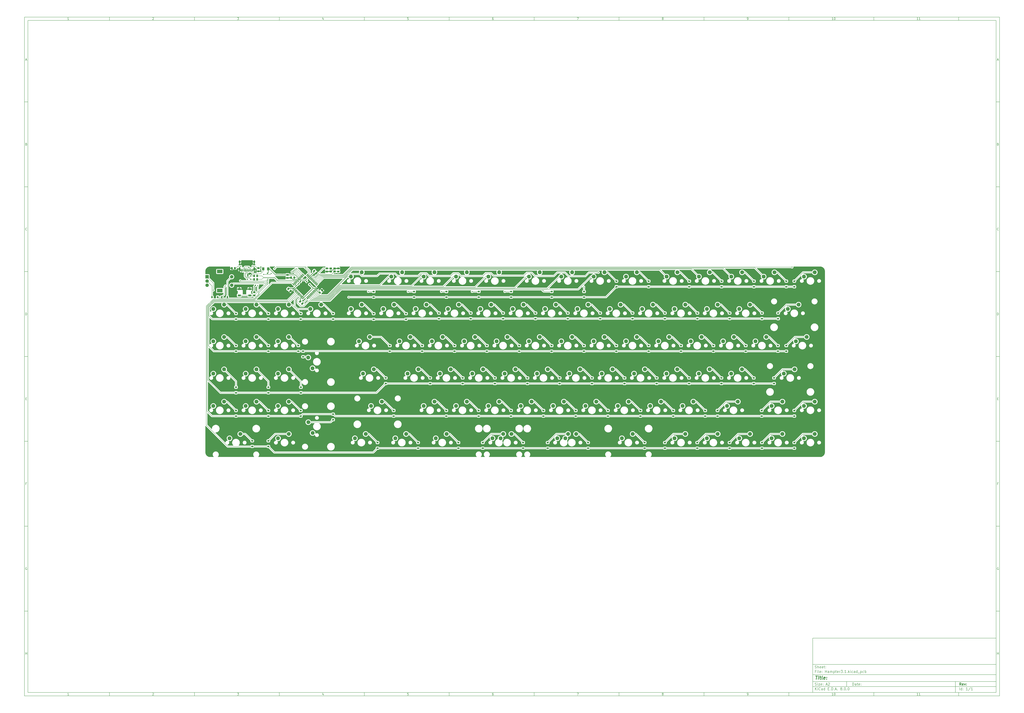
<source format=gbr>
G04 #@! TF.GenerationSoftware,KiCad,Pcbnew,8.0.0*
G04 #@! TF.CreationDate,2024-12-17T17:36:13-08:00*
G04 #@! TF.ProjectId,Hampter3.1,48616d70-7465-4723-932e-312e6b696361,rev?*
G04 #@! TF.SameCoordinates,Original*
G04 #@! TF.FileFunction,Copper,L2,Bot*
G04 #@! TF.FilePolarity,Positive*
%FSLAX46Y46*%
G04 Gerber Fmt 4.6, Leading zero omitted, Abs format (unit mm)*
G04 Created by KiCad (PCBNEW 8.0.0) date 2024-12-17 17:36:13*
%MOMM*%
%LPD*%
G01*
G04 APERTURE LIST*
G04 Aperture macros list*
%AMRoundRect*
0 Rectangle with rounded corners*
0 $1 Rounding radius*
0 $2 $3 $4 $5 $6 $7 $8 $9 X,Y pos of 4 corners*
0 Add a 4 corners polygon primitive as box body*
4,1,4,$2,$3,$4,$5,$6,$7,$8,$9,$2,$3,0*
0 Add four circle primitives for the rounded corners*
1,1,$1+$1,$2,$3*
1,1,$1+$1,$4,$5*
1,1,$1+$1,$6,$7*
1,1,$1+$1,$8,$9*
0 Add four rect primitives between the rounded corners*
20,1,$1+$1,$2,$3,$4,$5,0*
20,1,$1+$1,$4,$5,$6,$7,0*
20,1,$1+$1,$6,$7,$8,$9,0*
20,1,$1+$1,$8,$9,$2,$3,0*%
%AMRotRect*
0 Rectangle, with rotation*
0 The origin of the aperture is its center*
0 $1 length*
0 $2 width*
0 $3 Rotation angle, in degrees counterclockwise*
0 Add horizontal line*
21,1,$1,$2,0,0,$3*%
G04 Aperture macros list end*
%ADD10C,0.100000*%
%ADD11C,0.150000*%
%ADD12C,0.300000*%
%ADD13C,0.400000*%
G04 #@! TA.AperFunction,ComponentPad*
%ADD14C,2.300000*%
G04 #@! TD*
G04 #@! TA.AperFunction,ComponentPad*
%ADD15R,2.000000X2.000000*%
G04 #@! TD*
G04 #@! TA.AperFunction,ComponentPad*
%ADD16C,2.000000*%
G04 #@! TD*
G04 #@! TA.AperFunction,ComponentPad*
%ADD17R,3.200000X2.000000*%
G04 #@! TD*
G04 #@! TA.AperFunction,SMDPad,CuDef*
%ADD18RoundRect,0.225000X0.375000X-0.225000X0.375000X0.225000X-0.375000X0.225000X-0.375000X-0.225000X0*%
G04 #@! TD*
G04 #@! TA.AperFunction,SMDPad,CuDef*
%ADD19RoundRect,0.225000X-0.225000X-0.375000X0.225000X-0.375000X0.225000X0.375000X-0.225000X0.375000X0*%
G04 #@! TD*
G04 #@! TA.AperFunction,SMDPad,CuDef*
%ADD20RoundRect,0.250000X-0.262500X-0.450000X0.262500X-0.450000X0.262500X0.450000X-0.262500X0.450000X0*%
G04 #@! TD*
G04 #@! TA.AperFunction,SMDPad,CuDef*
%ADD21RoundRect,0.250000X-0.503814X-0.132583X-0.132583X-0.503814X0.503814X0.132583X0.132583X0.503814X0*%
G04 #@! TD*
G04 #@! TA.AperFunction,SMDPad,CuDef*
%ADD22RoundRect,0.250000X0.262500X0.450000X-0.262500X0.450000X-0.262500X-0.450000X0.262500X-0.450000X0*%
G04 #@! TD*
G04 #@! TA.AperFunction,SMDPad,CuDef*
%ADD23RoundRect,0.225000X0.225000X0.375000X-0.225000X0.375000X-0.225000X-0.375000X0.225000X-0.375000X0*%
G04 #@! TD*
G04 #@! TA.AperFunction,SMDPad,CuDef*
%ADD24RoundRect,0.250000X-0.450000X0.262500X-0.450000X-0.262500X0.450000X-0.262500X0.450000X0.262500X0*%
G04 #@! TD*
G04 #@! TA.AperFunction,SMDPad,CuDef*
%ADD25RotRect,1.500000X0.550000X315.000000*%
G04 #@! TD*
G04 #@! TA.AperFunction,SMDPad,CuDef*
%ADD26RotRect,1.500000X0.550000X225.000000*%
G04 #@! TD*
G04 #@! TA.AperFunction,SMDPad,CuDef*
%ADD27R,0.600000X1.450000*%
G04 #@! TD*
G04 #@! TA.AperFunction,SMDPad,CuDef*
%ADD28R,0.300000X1.450000*%
G04 #@! TD*
G04 #@! TA.AperFunction,ComponentPad*
%ADD29O,1.000000X1.600000*%
G04 #@! TD*
G04 #@! TA.AperFunction,ComponentPad*
%ADD30O,1.000000X2.100000*%
G04 #@! TD*
G04 #@! TA.AperFunction,SMDPad,CuDef*
%ADD31RoundRect,0.225000X-0.375000X0.225000X-0.375000X-0.225000X0.375000X-0.225000X0.375000X0.225000X0*%
G04 #@! TD*
G04 #@! TA.AperFunction,SMDPad,CuDef*
%ADD32RoundRect,0.250000X0.132583X-0.503814X0.503814X-0.132583X-0.132583X0.503814X-0.503814X0.132583X0*%
G04 #@! TD*
G04 #@! TA.AperFunction,SMDPad,CuDef*
%ADD33R,1.400000X1.200000*%
G04 #@! TD*
G04 #@! TA.AperFunction,SMDPad,CuDef*
%ADD34RoundRect,0.175000X-0.325000X0.175000X-0.325000X-0.175000X0.325000X-0.175000X0.325000X0.175000X0*%
G04 #@! TD*
G04 #@! TA.AperFunction,SMDPad,CuDef*
%ADD35RoundRect,0.150000X-0.150000X0.200000X-0.150000X-0.200000X0.150000X-0.200000X0.150000X0.200000X0*%
G04 #@! TD*
G04 #@! TA.AperFunction,SMDPad,CuDef*
%ADD36RoundRect,0.250001X-0.462499X-0.624999X0.462499X-0.624999X0.462499X0.624999X-0.462499X0.624999X0*%
G04 #@! TD*
G04 #@! TA.AperFunction,SMDPad,CuDef*
%ADD37R,1.800000X1.100000*%
G04 #@! TD*
G04 #@! TA.AperFunction,SMDPad,CuDef*
%ADD38RoundRect,0.250000X0.450000X-0.262500X0.450000X0.262500X-0.450000X0.262500X-0.450000X-0.262500X0*%
G04 #@! TD*
G04 #@! TA.AperFunction,ViaPad*
%ADD39C,0.600000*%
G04 #@! TD*
G04 #@! TA.AperFunction,ViaPad*
%ADD40C,0.800000*%
G04 #@! TD*
G04 #@! TA.AperFunction,Conductor*
%ADD41C,0.380000*%
G04 #@! TD*
G04 #@! TA.AperFunction,Conductor*
%ADD42C,0.200000*%
G04 #@! TD*
G04 APERTURE END LIST*
D10*
D11*
X474004400Y-375989000D02*
X582004400Y-375989000D01*
X582004400Y-407989000D01*
X474004400Y-407989000D01*
X474004400Y-375989000D01*
D10*
D11*
X10000000Y-10000000D02*
X584004400Y-10000000D01*
X584004400Y-409989000D01*
X10000000Y-409989000D01*
X10000000Y-10000000D01*
D10*
D11*
X12000000Y-12000000D02*
X582004400Y-12000000D01*
X582004400Y-407989000D01*
X12000000Y-407989000D01*
X12000000Y-12000000D01*
D10*
D11*
X60000000Y-12000000D02*
X60000000Y-10000000D01*
D10*
D11*
X110000000Y-12000000D02*
X110000000Y-10000000D01*
D10*
D11*
X160000000Y-12000000D02*
X160000000Y-10000000D01*
D10*
D11*
X210000000Y-12000000D02*
X210000000Y-10000000D01*
D10*
D11*
X260000000Y-12000000D02*
X260000000Y-10000000D01*
D10*
D11*
X310000000Y-12000000D02*
X310000000Y-10000000D01*
D10*
D11*
X360000000Y-12000000D02*
X360000000Y-10000000D01*
D10*
D11*
X410000000Y-12000000D02*
X410000000Y-10000000D01*
D10*
D11*
X460000000Y-12000000D02*
X460000000Y-10000000D01*
D10*
D11*
X510000000Y-12000000D02*
X510000000Y-10000000D01*
D10*
D11*
X560000000Y-12000000D02*
X560000000Y-10000000D01*
D10*
D11*
X36089160Y-11593604D02*
X35346303Y-11593604D01*
X35717731Y-11593604D02*
X35717731Y-10293604D01*
X35717731Y-10293604D02*
X35593922Y-10479319D01*
X35593922Y-10479319D02*
X35470112Y-10603128D01*
X35470112Y-10603128D02*
X35346303Y-10665033D01*
D10*
D11*
X85346303Y-10417414D02*
X85408207Y-10355509D01*
X85408207Y-10355509D02*
X85532017Y-10293604D01*
X85532017Y-10293604D02*
X85841541Y-10293604D01*
X85841541Y-10293604D02*
X85965350Y-10355509D01*
X85965350Y-10355509D02*
X86027255Y-10417414D01*
X86027255Y-10417414D02*
X86089160Y-10541223D01*
X86089160Y-10541223D02*
X86089160Y-10665033D01*
X86089160Y-10665033D02*
X86027255Y-10850747D01*
X86027255Y-10850747D02*
X85284398Y-11593604D01*
X85284398Y-11593604D02*
X86089160Y-11593604D01*
D10*
D11*
X135284398Y-10293604D02*
X136089160Y-10293604D01*
X136089160Y-10293604D02*
X135655826Y-10788842D01*
X135655826Y-10788842D02*
X135841541Y-10788842D01*
X135841541Y-10788842D02*
X135965350Y-10850747D01*
X135965350Y-10850747D02*
X136027255Y-10912652D01*
X136027255Y-10912652D02*
X136089160Y-11036461D01*
X136089160Y-11036461D02*
X136089160Y-11345985D01*
X136089160Y-11345985D02*
X136027255Y-11469795D01*
X136027255Y-11469795D02*
X135965350Y-11531700D01*
X135965350Y-11531700D02*
X135841541Y-11593604D01*
X135841541Y-11593604D02*
X135470112Y-11593604D01*
X135470112Y-11593604D02*
X135346303Y-11531700D01*
X135346303Y-11531700D02*
X135284398Y-11469795D01*
D10*
D11*
X185965350Y-10726938D02*
X185965350Y-11593604D01*
X185655826Y-10231700D02*
X185346303Y-11160271D01*
X185346303Y-11160271D02*
X186151064Y-11160271D01*
D10*
D11*
X236027255Y-10293604D02*
X235408207Y-10293604D01*
X235408207Y-10293604D02*
X235346303Y-10912652D01*
X235346303Y-10912652D02*
X235408207Y-10850747D01*
X235408207Y-10850747D02*
X235532017Y-10788842D01*
X235532017Y-10788842D02*
X235841541Y-10788842D01*
X235841541Y-10788842D02*
X235965350Y-10850747D01*
X235965350Y-10850747D02*
X236027255Y-10912652D01*
X236027255Y-10912652D02*
X236089160Y-11036461D01*
X236089160Y-11036461D02*
X236089160Y-11345985D01*
X236089160Y-11345985D02*
X236027255Y-11469795D01*
X236027255Y-11469795D02*
X235965350Y-11531700D01*
X235965350Y-11531700D02*
X235841541Y-11593604D01*
X235841541Y-11593604D02*
X235532017Y-11593604D01*
X235532017Y-11593604D02*
X235408207Y-11531700D01*
X235408207Y-11531700D02*
X235346303Y-11469795D01*
D10*
D11*
X285965350Y-10293604D02*
X285717731Y-10293604D01*
X285717731Y-10293604D02*
X285593922Y-10355509D01*
X285593922Y-10355509D02*
X285532017Y-10417414D01*
X285532017Y-10417414D02*
X285408207Y-10603128D01*
X285408207Y-10603128D02*
X285346303Y-10850747D01*
X285346303Y-10850747D02*
X285346303Y-11345985D01*
X285346303Y-11345985D02*
X285408207Y-11469795D01*
X285408207Y-11469795D02*
X285470112Y-11531700D01*
X285470112Y-11531700D02*
X285593922Y-11593604D01*
X285593922Y-11593604D02*
X285841541Y-11593604D01*
X285841541Y-11593604D02*
X285965350Y-11531700D01*
X285965350Y-11531700D02*
X286027255Y-11469795D01*
X286027255Y-11469795D02*
X286089160Y-11345985D01*
X286089160Y-11345985D02*
X286089160Y-11036461D01*
X286089160Y-11036461D02*
X286027255Y-10912652D01*
X286027255Y-10912652D02*
X285965350Y-10850747D01*
X285965350Y-10850747D02*
X285841541Y-10788842D01*
X285841541Y-10788842D02*
X285593922Y-10788842D01*
X285593922Y-10788842D02*
X285470112Y-10850747D01*
X285470112Y-10850747D02*
X285408207Y-10912652D01*
X285408207Y-10912652D02*
X285346303Y-11036461D01*
D10*
D11*
X335284398Y-10293604D02*
X336151064Y-10293604D01*
X336151064Y-10293604D02*
X335593922Y-11593604D01*
D10*
D11*
X385593922Y-10850747D02*
X385470112Y-10788842D01*
X385470112Y-10788842D02*
X385408207Y-10726938D01*
X385408207Y-10726938D02*
X385346303Y-10603128D01*
X385346303Y-10603128D02*
X385346303Y-10541223D01*
X385346303Y-10541223D02*
X385408207Y-10417414D01*
X385408207Y-10417414D02*
X385470112Y-10355509D01*
X385470112Y-10355509D02*
X385593922Y-10293604D01*
X385593922Y-10293604D02*
X385841541Y-10293604D01*
X385841541Y-10293604D02*
X385965350Y-10355509D01*
X385965350Y-10355509D02*
X386027255Y-10417414D01*
X386027255Y-10417414D02*
X386089160Y-10541223D01*
X386089160Y-10541223D02*
X386089160Y-10603128D01*
X386089160Y-10603128D02*
X386027255Y-10726938D01*
X386027255Y-10726938D02*
X385965350Y-10788842D01*
X385965350Y-10788842D02*
X385841541Y-10850747D01*
X385841541Y-10850747D02*
X385593922Y-10850747D01*
X385593922Y-10850747D02*
X385470112Y-10912652D01*
X385470112Y-10912652D02*
X385408207Y-10974557D01*
X385408207Y-10974557D02*
X385346303Y-11098366D01*
X385346303Y-11098366D02*
X385346303Y-11345985D01*
X385346303Y-11345985D02*
X385408207Y-11469795D01*
X385408207Y-11469795D02*
X385470112Y-11531700D01*
X385470112Y-11531700D02*
X385593922Y-11593604D01*
X385593922Y-11593604D02*
X385841541Y-11593604D01*
X385841541Y-11593604D02*
X385965350Y-11531700D01*
X385965350Y-11531700D02*
X386027255Y-11469795D01*
X386027255Y-11469795D02*
X386089160Y-11345985D01*
X386089160Y-11345985D02*
X386089160Y-11098366D01*
X386089160Y-11098366D02*
X386027255Y-10974557D01*
X386027255Y-10974557D02*
X385965350Y-10912652D01*
X385965350Y-10912652D02*
X385841541Y-10850747D01*
D10*
D11*
X435470112Y-11593604D02*
X435717731Y-11593604D01*
X435717731Y-11593604D02*
X435841541Y-11531700D01*
X435841541Y-11531700D02*
X435903445Y-11469795D01*
X435903445Y-11469795D02*
X436027255Y-11284080D01*
X436027255Y-11284080D02*
X436089160Y-11036461D01*
X436089160Y-11036461D02*
X436089160Y-10541223D01*
X436089160Y-10541223D02*
X436027255Y-10417414D01*
X436027255Y-10417414D02*
X435965350Y-10355509D01*
X435965350Y-10355509D02*
X435841541Y-10293604D01*
X435841541Y-10293604D02*
X435593922Y-10293604D01*
X435593922Y-10293604D02*
X435470112Y-10355509D01*
X435470112Y-10355509D02*
X435408207Y-10417414D01*
X435408207Y-10417414D02*
X435346303Y-10541223D01*
X435346303Y-10541223D02*
X435346303Y-10850747D01*
X435346303Y-10850747D02*
X435408207Y-10974557D01*
X435408207Y-10974557D02*
X435470112Y-11036461D01*
X435470112Y-11036461D02*
X435593922Y-11098366D01*
X435593922Y-11098366D02*
X435841541Y-11098366D01*
X435841541Y-11098366D02*
X435965350Y-11036461D01*
X435965350Y-11036461D02*
X436027255Y-10974557D01*
X436027255Y-10974557D02*
X436089160Y-10850747D01*
D10*
D11*
X486089160Y-11593604D02*
X485346303Y-11593604D01*
X485717731Y-11593604D02*
X485717731Y-10293604D01*
X485717731Y-10293604D02*
X485593922Y-10479319D01*
X485593922Y-10479319D02*
X485470112Y-10603128D01*
X485470112Y-10603128D02*
X485346303Y-10665033D01*
X486893921Y-10293604D02*
X487017731Y-10293604D01*
X487017731Y-10293604D02*
X487141540Y-10355509D01*
X487141540Y-10355509D02*
X487203445Y-10417414D01*
X487203445Y-10417414D02*
X487265350Y-10541223D01*
X487265350Y-10541223D02*
X487327255Y-10788842D01*
X487327255Y-10788842D02*
X487327255Y-11098366D01*
X487327255Y-11098366D02*
X487265350Y-11345985D01*
X487265350Y-11345985D02*
X487203445Y-11469795D01*
X487203445Y-11469795D02*
X487141540Y-11531700D01*
X487141540Y-11531700D02*
X487017731Y-11593604D01*
X487017731Y-11593604D02*
X486893921Y-11593604D01*
X486893921Y-11593604D02*
X486770112Y-11531700D01*
X486770112Y-11531700D02*
X486708207Y-11469795D01*
X486708207Y-11469795D02*
X486646302Y-11345985D01*
X486646302Y-11345985D02*
X486584398Y-11098366D01*
X486584398Y-11098366D02*
X486584398Y-10788842D01*
X486584398Y-10788842D02*
X486646302Y-10541223D01*
X486646302Y-10541223D02*
X486708207Y-10417414D01*
X486708207Y-10417414D02*
X486770112Y-10355509D01*
X486770112Y-10355509D02*
X486893921Y-10293604D01*
D10*
D11*
X536089160Y-11593604D02*
X535346303Y-11593604D01*
X535717731Y-11593604D02*
X535717731Y-10293604D01*
X535717731Y-10293604D02*
X535593922Y-10479319D01*
X535593922Y-10479319D02*
X535470112Y-10603128D01*
X535470112Y-10603128D02*
X535346303Y-10665033D01*
X537327255Y-11593604D02*
X536584398Y-11593604D01*
X536955826Y-11593604D02*
X536955826Y-10293604D01*
X536955826Y-10293604D02*
X536832017Y-10479319D01*
X536832017Y-10479319D02*
X536708207Y-10603128D01*
X536708207Y-10603128D02*
X536584398Y-10665033D01*
D10*
D11*
X60000000Y-407989000D02*
X60000000Y-409989000D01*
D10*
D11*
X110000000Y-407989000D02*
X110000000Y-409989000D01*
D10*
D11*
X160000000Y-407989000D02*
X160000000Y-409989000D01*
D10*
D11*
X210000000Y-407989000D02*
X210000000Y-409989000D01*
D10*
D11*
X260000000Y-407989000D02*
X260000000Y-409989000D01*
D10*
D11*
X310000000Y-407989000D02*
X310000000Y-409989000D01*
D10*
D11*
X360000000Y-407989000D02*
X360000000Y-409989000D01*
D10*
D11*
X410000000Y-407989000D02*
X410000000Y-409989000D01*
D10*
D11*
X460000000Y-407989000D02*
X460000000Y-409989000D01*
D10*
D11*
X510000000Y-407989000D02*
X510000000Y-409989000D01*
D10*
D11*
X560000000Y-407989000D02*
X560000000Y-409989000D01*
D10*
D11*
X36089160Y-409582604D02*
X35346303Y-409582604D01*
X35717731Y-409582604D02*
X35717731Y-408282604D01*
X35717731Y-408282604D02*
X35593922Y-408468319D01*
X35593922Y-408468319D02*
X35470112Y-408592128D01*
X35470112Y-408592128D02*
X35346303Y-408654033D01*
D10*
D11*
X85346303Y-408406414D02*
X85408207Y-408344509D01*
X85408207Y-408344509D02*
X85532017Y-408282604D01*
X85532017Y-408282604D02*
X85841541Y-408282604D01*
X85841541Y-408282604D02*
X85965350Y-408344509D01*
X85965350Y-408344509D02*
X86027255Y-408406414D01*
X86027255Y-408406414D02*
X86089160Y-408530223D01*
X86089160Y-408530223D02*
X86089160Y-408654033D01*
X86089160Y-408654033D02*
X86027255Y-408839747D01*
X86027255Y-408839747D02*
X85284398Y-409582604D01*
X85284398Y-409582604D02*
X86089160Y-409582604D01*
D10*
D11*
X135284398Y-408282604D02*
X136089160Y-408282604D01*
X136089160Y-408282604D02*
X135655826Y-408777842D01*
X135655826Y-408777842D02*
X135841541Y-408777842D01*
X135841541Y-408777842D02*
X135965350Y-408839747D01*
X135965350Y-408839747D02*
X136027255Y-408901652D01*
X136027255Y-408901652D02*
X136089160Y-409025461D01*
X136089160Y-409025461D02*
X136089160Y-409334985D01*
X136089160Y-409334985D02*
X136027255Y-409458795D01*
X136027255Y-409458795D02*
X135965350Y-409520700D01*
X135965350Y-409520700D02*
X135841541Y-409582604D01*
X135841541Y-409582604D02*
X135470112Y-409582604D01*
X135470112Y-409582604D02*
X135346303Y-409520700D01*
X135346303Y-409520700D02*
X135284398Y-409458795D01*
D10*
D11*
X185965350Y-408715938D02*
X185965350Y-409582604D01*
X185655826Y-408220700D02*
X185346303Y-409149271D01*
X185346303Y-409149271D02*
X186151064Y-409149271D01*
D10*
D11*
X236027255Y-408282604D02*
X235408207Y-408282604D01*
X235408207Y-408282604D02*
X235346303Y-408901652D01*
X235346303Y-408901652D02*
X235408207Y-408839747D01*
X235408207Y-408839747D02*
X235532017Y-408777842D01*
X235532017Y-408777842D02*
X235841541Y-408777842D01*
X235841541Y-408777842D02*
X235965350Y-408839747D01*
X235965350Y-408839747D02*
X236027255Y-408901652D01*
X236027255Y-408901652D02*
X236089160Y-409025461D01*
X236089160Y-409025461D02*
X236089160Y-409334985D01*
X236089160Y-409334985D02*
X236027255Y-409458795D01*
X236027255Y-409458795D02*
X235965350Y-409520700D01*
X235965350Y-409520700D02*
X235841541Y-409582604D01*
X235841541Y-409582604D02*
X235532017Y-409582604D01*
X235532017Y-409582604D02*
X235408207Y-409520700D01*
X235408207Y-409520700D02*
X235346303Y-409458795D01*
D10*
D11*
X285965350Y-408282604D02*
X285717731Y-408282604D01*
X285717731Y-408282604D02*
X285593922Y-408344509D01*
X285593922Y-408344509D02*
X285532017Y-408406414D01*
X285532017Y-408406414D02*
X285408207Y-408592128D01*
X285408207Y-408592128D02*
X285346303Y-408839747D01*
X285346303Y-408839747D02*
X285346303Y-409334985D01*
X285346303Y-409334985D02*
X285408207Y-409458795D01*
X285408207Y-409458795D02*
X285470112Y-409520700D01*
X285470112Y-409520700D02*
X285593922Y-409582604D01*
X285593922Y-409582604D02*
X285841541Y-409582604D01*
X285841541Y-409582604D02*
X285965350Y-409520700D01*
X285965350Y-409520700D02*
X286027255Y-409458795D01*
X286027255Y-409458795D02*
X286089160Y-409334985D01*
X286089160Y-409334985D02*
X286089160Y-409025461D01*
X286089160Y-409025461D02*
X286027255Y-408901652D01*
X286027255Y-408901652D02*
X285965350Y-408839747D01*
X285965350Y-408839747D02*
X285841541Y-408777842D01*
X285841541Y-408777842D02*
X285593922Y-408777842D01*
X285593922Y-408777842D02*
X285470112Y-408839747D01*
X285470112Y-408839747D02*
X285408207Y-408901652D01*
X285408207Y-408901652D02*
X285346303Y-409025461D01*
D10*
D11*
X335284398Y-408282604D02*
X336151064Y-408282604D01*
X336151064Y-408282604D02*
X335593922Y-409582604D01*
D10*
D11*
X385593922Y-408839747D02*
X385470112Y-408777842D01*
X385470112Y-408777842D02*
X385408207Y-408715938D01*
X385408207Y-408715938D02*
X385346303Y-408592128D01*
X385346303Y-408592128D02*
X385346303Y-408530223D01*
X385346303Y-408530223D02*
X385408207Y-408406414D01*
X385408207Y-408406414D02*
X385470112Y-408344509D01*
X385470112Y-408344509D02*
X385593922Y-408282604D01*
X385593922Y-408282604D02*
X385841541Y-408282604D01*
X385841541Y-408282604D02*
X385965350Y-408344509D01*
X385965350Y-408344509D02*
X386027255Y-408406414D01*
X386027255Y-408406414D02*
X386089160Y-408530223D01*
X386089160Y-408530223D02*
X386089160Y-408592128D01*
X386089160Y-408592128D02*
X386027255Y-408715938D01*
X386027255Y-408715938D02*
X385965350Y-408777842D01*
X385965350Y-408777842D02*
X385841541Y-408839747D01*
X385841541Y-408839747D02*
X385593922Y-408839747D01*
X385593922Y-408839747D02*
X385470112Y-408901652D01*
X385470112Y-408901652D02*
X385408207Y-408963557D01*
X385408207Y-408963557D02*
X385346303Y-409087366D01*
X385346303Y-409087366D02*
X385346303Y-409334985D01*
X385346303Y-409334985D02*
X385408207Y-409458795D01*
X385408207Y-409458795D02*
X385470112Y-409520700D01*
X385470112Y-409520700D02*
X385593922Y-409582604D01*
X385593922Y-409582604D02*
X385841541Y-409582604D01*
X385841541Y-409582604D02*
X385965350Y-409520700D01*
X385965350Y-409520700D02*
X386027255Y-409458795D01*
X386027255Y-409458795D02*
X386089160Y-409334985D01*
X386089160Y-409334985D02*
X386089160Y-409087366D01*
X386089160Y-409087366D02*
X386027255Y-408963557D01*
X386027255Y-408963557D02*
X385965350Y-408901652D01*
X385965350Y-408901652D02*
X385841541Y-408839747D01*
D10*
D11*
X435470112Y-409582604D02*
X435717731Y-409582604D01*
X435717731Y-409582604D02*
X435841541Y-409520700D01*
X435841541Y-409520700D02*
X435903445Y-409458795D01*
X435903445Y-409458795D02*
X436027255Y-409273080D01*
X436027255Y-409273080D02*
X436089160Y-409025461D01*
X436089160Y-409025461D02*
X436089160Y-408530223D01*
X436089160Y-408530223D02*
X436027255Y-408406414D01*
X436027255Y-408406414D02*
X435965350Y-408344509D01*
X435965350Y-408344509D02*
X435841541Y-408282604D01*
X435841541Y-408282604D02*
X435593922Y-408282604D01*
X435593922Y-408282604D02*
X435470112Y-408344509D01*
X435470112Y-408344509D02*
X435408207Y-408406414D01*
X435408207Y-408406414D02*
X435346303Y-408530223D01*
X435346303Y-408530223D02*
X435346303Y-408839747D01*
X435346303Y-408839747D02*
X435408207Y-408963557D01*
X435408207Y-408963557D02*
X435470112Y-409025461D01*
X435470112Y-409025461D02*
X435593922Y-409087366D01*
X435593922Y-409087366D02*
X435841541Y-409087366D01*
X435841541Y-409087366D02*
X435965350Y-409025461D01*
X435965350Y-409025461D02*
X436027255Y-408963557D01*
X436027255Y-408963557D02*
X436089160Y-408839747D01*
D10*
D11*
X486089160Y-409582604D02*
X485346303Y-409582604D01*
X485717731Y-409582604D02*
X485717731Y-408282604D01*
X485717731Y-408282604D02*
X485593922Y-408468319D01*
X485593922Y-408468319D02*
X485470112Y-408592128D01*
X485470112Y-408592128D02*
X485346303Y-408654033D01*
X486893921Y-408282604D02*
X487017731Y-408282604D01*
X487017731Y-408282604D02*
X487141540Y-408344509D01*
X487141540Y-408344509D02*
X487203445Y-408406414D01*
X487203445Y-408406414D02*
X487265350Y-408530223D01*
X487265350Y-408530223D02*
X487327255Y-408777842D01*
X487327255Y-408777842D02*
X487327255Y-409087366D01*
X487327255Y-409087366D02*
X487265350Y-409334985D01*
X487265350Y-409334985D02*
X487203445Y-409458795D01*
X487203445Y-409458795D02*
X487141540Y-409520700D01*
X487141540Y-409520700D02*
X487017731Y-409582604D01*
X487017731Y-409582604D02*
X486893921Y-409582604D01*
X486893921Y-409582604D02*
X486770112Y-409520700D01*
X486770112Y-409520700D02*
X486708207Y-409458795D01*
X486708207Y-409458795D02*
X486646302Y-409334985D01*
X486646302Y-409334985D02*
X486584398Y-409087366D01*
X486584398Y-409087366D02*
X486584398Y-408777842D01*
X486584398Y-408777842D02*
X486646302Y-408530223D01*
X486646302Y-408530223D02*
X486708207Y-408406414D01*
X486708207Y-408406414D02*
X486770112Y-408344509D01*
X486770112Y-408344509D02*
X486893921Y-408282604D01*
D10*
D11*
X536089160Y-409582604D02*
X535346303Y-409582604D01*
X535717731Y-409582604D02*
X535717731Y-408282604D01*
X535717731Y-408282604D02*
X535593922Y-408468319D01*
X535593922Y-408468319D02*
X535470112Y-408592128D01*
X535470112Y-408592128D02*
X535346303Y-408654033D01*
X537327255Y-409582604D02*
X536584398Y-409582604D01*
X536955826Y-409582604D02*
X536955826Y-408282604D01*
X536955826Y-408282604D02*
X536832017Y-408468319D01*
X536832017Y-408468319D02*
X536708207Y-408592128D01*
X536708207Y-408592128D02*
X536584398Y-408654033D01*
D10*
D11*
X10000000Y-60000000D02*
X12000000Y-60000000D01*
D10*
D11*
X10000000Y-110000000D02*
X12000000Y-110000000D01*
D10*
D11*
X10000000Y-160000000D02*
X12000000Y-160000000D01*
D10*
D11*
X10000000Y-210000000D02*
X12000000Y-210000000D01*
D10*
D11*
X10000000Y-260000000D02*
X12000000Y-260000000D01*
D10*
D11*
X10000000Y-310000000D02*
X12000000Y-310000000D01*
D10*
D11*
X10000000Y-360000000D02*
X12000000Y-360000000D01*
D10*
D11*
X10690476Y-35222176D02*
X11309523Y-35222176D01*
X10566666Y-35593604D02*
X10999999Y-34293604D01*
X10999999Y-34293604D02*
X11433333Y-35593604D01*
D10*
D11*
X11092857Y-84912652D02*
X11278571Y-84974557D01*
X11278571Y-84974557D02*
X11340476Y-85036461D01*
X11340476Y-85036461D02*
X11402380Y-85160271D01*
X11402380Y-85160271D02*
X11402380Y-85345985D01*
X11402380Y-85345985D02*
X11340476Y-85469795D01*
X11340476Y-85469795D02*
X11278571Y-85531700D01*
X11278571Y-85531700D02*
X11154761Y-85593604D01*
X11154761Y-85593604D02*
X10659523Y-85593604D01*
X10659523Y-85593604D02*
X10659523Y-84293604D01*
X10659523Y-84293604D02*
X11092857Y-84293604D01*
X11092857Y-84293604D02*
X11216666Y-84355509D01*
X11216666Y-84355509D02*
X11278571Y-84417414D01*
X11278571Y-84417414D02*
X11340476Y-84541223D01*
X11340476Y-84541223D02*
X11340476Y-84665033D01*
X11340476Y-84665033D02*
X11278571Y-84788842D01*
X11278571Y-84788842D02*
X11216666Y-84850747D01*
X11216666Y-84850747D02*
X11092857Y-84912652D01*
X11092857Y-84912652D02*
X10659523Y-84912652D01*
D10*
D11*
X11402380Y-135469795D02*
X11340476Y-135531700D01*
X11340476Y-135531700D02*
X11154761Y-135593604D01*
X11154761Y-135593604D02*
X11030952Y-135593604D01*
X11030952Y-135593604D02*
X10845238Y-135531700D01*
X10845238Y-135531700D02*
X10721428Y-135407890D01*
X10721428Y-135407890D02*
X10659523Y-135284080D01*
X10659523Y-135284080D02*
X10597619Y-135036461D01*
X10597619Y-135036461D02*
X10597619Y-134850747D01*
X10597619Y-134850747D02*
X10659523Y-134603128D01*
X10659523Y-134603128D02*
X10721428Y-134479319D01*
X10721428Y-134479319D02*
X10845238Y-134355509D01*
X10845238Y-134355509D02*
X11030952Y-134293604D01*
X11030952Y-134293604D02*
X11154761Y-134293604D01*
X11154761Y-134293604D02*
X11340476Y-134355509D01*
X11340476Y-134355509D02*
X11402380Y-134417414D01*
D10*
D11*
X10659523Y-185593604D02*
X10659523Y-184293604D01*
X10659523Y-184293604D02*
X10969047Y-184293604D01*
X10969047Y-184293604D02*
X11154761Y-184355509D01*
X11154761Y-184355509D02*
X11278571Y-184479319D01*
X11278571Y-184479319D02*
X11340476Y-184603128D01*
X11340476Y-184603128D02*
X11402380Y-184850747D01*
X11402380Y-184850747D02*
X11402380Y-185036461D01*
X11402380Y-185036461D02*
X11340476Y-185284080D01*
X11340476Y-185284080D02*
X11278571Y-185407890D01*
X11278571Y-185407890D02*
X11154761Y-185531700D01*
X11154761Y-185531700D02*
X10969047Y-185593604D01*
X10969047Y-185593604D02*
X10659523Y-185593604D01*
D10*
D11*
X10721428Y-234912652D02*
X11154762Y-234912652D01*
X11340476Y-235593604D02*
X10721428Y-235593604D01*
X10721428Y-235593604D02*
X10721428Y-234293604D01*
X10721428Y-234293604D02*
X11340476Y-234293604D01*
D10*
D11*
X11185714Y-284912652D02*
X10752380Y-284912652D01*
X10752380Y-285593604D02*
X10752380Y-284293604D01*
X10752380Y-284293604D02*
X11371428Y-284293604D01*
D10*
D11*
X11340476Y-334355509D02*
X11216666Y-334293604D01*
X11216666Y-334293604D02*
X11030952Y-334293604D01*
X11030952Y-334293604D02*
X10845238Y-334355509D01*
X10845238Y-334355509D02*
X10721428Y-334479319D01*
X10721428Y-334479319D02*
X10659523Y-334603128D01*
X10659523Y-334603128D02*
X10597619Y-334850747D01*
X10597619Y-334850747D02*
X10597619Y-335036461D01*
X10597619Y-335036461D02*
X10659523Y-335284080D01*
X10659523Y-335284080D02*
X10721428Y-335407890D01*
X10721428Y-335407890D02*
X10845238Y-335531700D01*
X10845238Y-335531700D02*
X11030952Y-335593604D01*
X11030952Y-335593604D02*
X11154761Y-335593604D01*
X11154761Y-335593604D02*
X11340476Y-335531700D01*
X11340476Y-335531700D02*
X11402380Y-335469795D01*
X11402380Y-335469795D02*
X11402380Y-335036461D01*
X11402380Y-335036461D02*
X11154761Y-335036461D01*
D10*
D11*
X10628571Y-385593604D02*
X10628571Y-384293604D01*
X10628571Y-384912652D02*
X11371428Y-384912652D01*
X11371428Y-385593604D02*
X11371428Y-384293604D01*
D10*
D11*
X584004400Y-60000000D02*
X582004400Y-60000000D01*
D10*
D11*
X584004400Y-110000000D02*
X582004400Y-110000000D01*
D10*
D11*
X584004400Y-160000000D02*
X582004400Y-160000000D01*
D10*
D11*
X584004400Y-210000000D02*
X582004400Y-210000000D01*
D10*
D11*
X584004400Y-260000000D02*
X582004400Y-260000000D01*
D10*
D11*
X584004400Y-310000000D02*
X582004400Y-310000000D01*
D10*
D11*
X584004400Y-360000000D02*
X582004400Y-360000000D01*
D10*
D11*
X582694876Y-35222176D02*
X583313923Y-35222176D01*
X582571066Y-35593604D02*
X583004399Y-34293604D01*
X583004399Y-34293604D02*
X583437733Y-35593604D01*
D10*
D11*
X583097257Y-84912652D02*
X583282971Y-84974557D01*
X583282971Y-84974557D02*
X583344876Y-85036461D01*
X583344876Y-85036461D02*
X583406780Y-85160271D01*
X583406780Y-85160271D02*
X583406780Y-85345985D01*
X583406780Y-85345985D02*
X583344876Y-85469795D01*
X583344876Y-85469795D02*
X583282971Y-85531700D01*
X583282971Y-85531700D02*
X583159161Y-85593604D01*
X583159161Y-85593604D02*
X582663923Y-85593604D01*
X582663923Y-85593604D02*
X582663923Y-84293604D01*
X582663923Y-84293604D02*
X583097257Y-84293604D01*
X583097257Y-84293604D02*
X583221066Y-84355509D01*
X583221066Y-84355509D02*
X583282971Y-84417414D01*
X583282971Y-84417414D02*
X583344876Y-84541223D01*
X583344876Y-84541223D02*
X583344876Y-84665033D01*
X583344876Y-84665033D02*
X583282971Y-84788842D01*
X583282971Y-84788842D02*
X583221066Y-84850747D01*
X583221066Y-84850747D02*
X583097257Y-84912652D01*
X583097257Y-84912652D02*
X582663923Y-84912652D01*
D10*
D11*
X583406780Y-135469795D02*
X583344876Y-135531700D01*
X583344876Y-135531700D02*
X583159161Y-135593604D01*
X583159161Y-135593604D02*
X583035352Y-135593604D01*
X583035352Y-135593604D02*
X582849638Y-135531700D01*
X582849638Y-135531700D02*
X582725828Y-135407890D01*
X582725828Y-135407890D02*
X582663923Y-135284080D01*
X582663923Y-135284080D02*
X582602019Y-135036461D01*
X582602019Y-135036461D02*
X582602019Y-134850747D01*
X582602019Y-134850747D02*
X582663923Y-134603128D01*
X582663923Y-134603128D02*
X582725828Y-134479319D01*
X582725828Y-134479319D02*
X582849638Y-134355509D01*
X582849638Y-134355509D02*
X583035352Y-134293604D01*
X583035352Y-134293604D02*
X583159161Y-134293604D01*
X583159161Y-134293604D02*
X583344876Y-134355509D01*
X583344876Y-134355509D02*
X583406780Y-134417414D01*
D10*
D11*
X582663923Y-185593604D02*
X582663923Y-184293604D01*
X582663923Y-184293604D02*
X582973447Y-184293604D01*
X582973447Y-184293604D02*
X583159161Y-184355509D01*
X583159161Y-184355509D02*
X583282971Y-184479319D01*
X583282971Y-184479319D02*
X583344876Y-184603128D01*
X583344876Y-184603128D02*
X583406780Y-184850747D01*
X583406780Y-184850747D02*
X583406780Y-185036461D01*
X583406780Y-185036461D02*
X583344876Y-185284080D01*
X583344876Y-185284080D02*
X583282971Y-185407890D01*
X583282971Y-185407890D02*
X583159161Y-185531700D01*
X583159161Y-185531700D02*
X582973447Y-185593604D01*
X582973447Y-185593604D02*
X582663923Y-185593604D01*
D10*
D11*
X582725828Y-234912652D02*
X583159162Y-234912652D01*
X583344876Y-235593604D02*
X582725828Y-235593604D01*
X582725828Y-235593604D02*
X582725828Y-234293604D01*
X582725828Y-234293604D02*
X583344876Y-234293604D01*
D10*
D11*
X583190114Y-284912652D02*
X582756780Y-284912652D01*
X582756780Y-285593604D02*
X582756780Y-284293604D01*
X582756780Y-284293604D02*
X583375828Y-284293604D01*
D10*
D11*
X583344876Y-334355509D02*
X583221066Y-334293604D01*
X583221066Y-334293604D02*
X583035352Y-334293604D01*
X583035352Y-334293604D02*
X582849638Y-334355509D01*
X582849638Y-334355509D02*
X582725828Y-334479319D01*
X582725828Y-334479319D02*
X582663923Y-334603128D01*
X582663923Y-334603128D02*
X582602019Y-334850747D01*
X582602019Y-334850747D02*
X582602019Y-335036461D01*
X582602019Y-335036461D02*
X582663923Y-335284080D01*
X582663923Y-335284080D02*
X582725828Y-335407890D01*
X582725828Y-335407890D02*
X582849638Y-335531700D01*
X582849638Y-335531700D02*
X583035352Y-335593604D01*
X583035352Y-335593604D02*
X583159161Y-335593604D01*
X583159161Y-335593604D02*
X583344876Y-335531700D01*
X583344876Y-335531700D02*
X583406780Y-335469795D01*
X583406780Y-335469795D02*
X583406780Y-335036461D01*
X583406780Y-335036461D02*
X583159161Y-335036461D01*
D10*
D11*
X582632971Y-385593604D02*
X582632971Y-384293604D01*
X582632971Y-384912652D02*
X583375828Y-384912652D01*
X583375828Y-385593604D02*
X583375828Y-384293604D01*
D10*
D11*
X497460226Y-403775128D02*
X497460226Y-402275128D01*
X497460226Y-402275128D02*
X497817369Y-402275128D01*
X497817369Y-402275128D02*
X498031655Y-402346557D01*
X498031655Y-402346557D02*
X498174512Y-402489414D01*
X498174512Y-402489414D02*
X498245941Y-402632271D01*
X498245941Y-402632271D02*
X498317369Y-402917985D01*
X498317369Y-402917985D02*
X498317369Y-403132271D01*
X498317369Y-403132271D02*
X498245941Y-403417985D01*
X498245941Y-403417985D02*
X498174512Y-403560842D01*
X498174512Y-403560842D02*
X498031655Y-403703700D01*
X498031655Y-403703700D02*
X497817369Y-403775128D01*
X497817369Y-403775128D02*
X497460226Y-403775128D01*
X499603084Y-403775128D02*
X499603084Y-402989414D01*
X499603084Y-402989414D02*
X499531655Y-402846557D01*
X499531655Y-402846557D02*
X499388798Y-402775128D01*
X499388798Y-402775128D02*
X499103084Y-402775128D01*
X499103084Y-402775128D02*
X498960226Y-402846557D01*
X499603084Y-403703700D02*
X499460226Y-403775128D01*
X499460226Y-403775128D02*
X499103084Y-403775128D01*
X499103084Y-403775128D02*
X498960226Y-403703700D01*
X498960226Y-403703700D02*
X498888798Y-403560842D01*
X498888798Y-403560842D02*
X498888798Y-403417985D01*
X498888798Y-403417985D02*
X498960226Y-403275128D01*
X498960226Y-403275128D02*
X499103084Y-403203700D01*
X499103084Y-403203700D02*
X499460226Y-403203700D01*
X499460226Y-403203700D02*
X499603084Y-403132271D01*
X500103084Y-402775128D02*
X500674512Y-402775128D01*
X500317369Y-402275128D02*
X500317369Y-403560842D01*
X500317369Y-403560842D02*
X500388798Y-403703700D01*
X500388798Y-403703700D02*
X500531655Y-403775128D01*
X500531655Y-403775128D02*
X500674512Y-403775128D01*
X501745941Y-403703700D02*
X501603084Y-403775128D01*
X501603084Y-403775128D02*
X501317370Y-403775128D01*
X501317370Y-403775128D02*
X501174512Y-403703700D01*
X501174512Y-403703700D02*
X501103084Y-403560842D01*
X501103084Y-403560842D02*
X501103084Y-402989414D01*
X501103084Y-402989414D02*
X501174512Y-402846557D01*
X501174512Y-402846557D02*
X501317370Y-402775128D01*
X501317370Y-402775128D02*
X501603084Y-402775128D01*
X501603084Y-402775128D02*
X501745941Y-402846557D01*
X501745941Y-402846557D02*
X501817370Y-402989414D01*
X501817370Y-402989414D02*
X501817370Y-403132271D01*
X501817370Y-403132271D02*
X501103084Y-403275128D01*
X502460226Y-403632271D02*
X502531655Y-403703700D01*
X502531655Y-403703700D02*
X502460226Y-403775128D01*
X502460226Y-403775128D02*
X502388798Y-403703700D01*
X502388798Y-403703700D02*
X502460226Y-403632271D01*
X502460226Y-403632271D02*
X502460226Y-403775128D01*
X502460226Y-402846557D02*
X502531655Y-402917985D01*
X502531655Y-402917985D02*
X502460226Y-402989414D01*
X502460226Y-402989414D02*
X502388798Y-402917985D01*
X502388798Y-402917985D02*
X502460226Y-402846557D01*
X502460226Y-402846557D02*
X502460226Y-402989414D01*
D10*
D11*
X474004400Y-404489000D02*
X582004400Y-404489000D01*
D10*
D11*
X475460226Y-406575128D02*
X475460226Y-405075128D01*
X476317369Y-406575128D02*
X475674512Y-405717985D01*
X476317369Y-405075128D02*
X475460226Y-405932271D01*
X476960226Y-406575128D02*
X476960226Y-405575128D01*
X476960226Y-405075128D02*
X476888798Y-405146557D01*
X476888798Y-405146557D02*
X476960226Y-405217985D01*
X476960226Y-405217985D02*
X477031655Y-405146557D01*
X477031655Y-405146557D02*
X476960226Y-405075128D01*
X476960226Y-405075128D02*
X476960226Y-405217985D01*
X478531655Y-406432271D02*
X478460227Y-406503700D01*
X478460227Y-406503700D02*
X478245941Y-406575128D01*
X478245941Y-406575128D02*
X478103084Y-406575128D01*
X478103084Y-406575128D02*
X477888798Y-406503700D01*
X477888798Y-406503700D02*
X477745941Y-406360842D01*
X477745941Y-406360842D02*
X477674512Y-406217985D01*
X477674512Y-406217985D02*
X477603084Y-405932271D01*
X477603084Y-405932271D02*
X477603084Y-405717985D01*
X477603084Y-405717985D02*
X477674512Y-405432271D01*
X477674512Y-405432271D02*
X477745941Y-405289414D01*
X477745941Y-405289414D02*
X477888798Y-405146557D01*
X477888798Y-405146557D02*
X478103084Y-405075128D01*
X478103084Y-405075128D02*
X478245941Y-405075128D01*
X478245941Y-405075128D02*
X478460227Y-405146557D01*
X478460227Y-405146557D02*
X478531655Y-405217985D01*
X479817370Y-406575128D02*
X479817370Y-405789414D01*
X479817370Y-405789414D02*
X479745941Y-405646557D01*
X479745941Y-405646557D02*
X479603084Y-405575128D01*
X479603084Y-405575128D02*
X479317370Y-405575128D01*
X479317370Y-405575128D02*
X479174512Y-405646557D01*
X479817370Y-406503700D02*
X479674512Y-406575128D01*
X479674512Y-406575128D02*
X479317370Y-406575128D01*
X479317370Y-406575128D02*
X479174512Y-406503700D01*
X479174512Y-406503700D02*
X479103084Y-406360842D01*
X479103084Y-406360842D02*
X479103084Y-406217985D01*
X479103084Y-406217985D02*
X479174512Y-406075128D01*
X479174512Y-406075128D02*
X479317370Y-406003700D01*
X479317370Y-406003700D02*
X479674512Y-406003700D01*
X479674512Y-406003700D02*
X479817370Y-405932271D01*
X481174513Y-406575128D02*
X481174513Y-405075128D01*
X481174513Y-406503700D02*
X481031655Y-406575128D01*
X481031655Y-406575128D02*
X480745941Y-406575128D01*
X480745941Y-406575128D02*
X480603084Y-406503700D01*
X480603084Y-406503700D02*
X480531655Y-406432271D01*
X480531655Y-406432271D02*
X480460227Y-406289414D01*
X480460227Y-406289414D02*
X480460227Y-405860842D01*
X480460227Y-405860842D02*
X480531655Y-405717985D01*
X480531655Y-405717985D02*
X480603084Y-405646557D01*
X480603084Y-405646557D02*
X480745941Y-405575128D01*
X480745941Y-405575128D02*
X481031655Y-405575128D01*
X481031655Y-405575128D02*
X481174513Y-405646557D01*
X483031655Y-405789414D02*
X483531655Y-405789414D01*
X483745941Y-406575128D02*
X483031655Y-406575128D01*
X483031655Y-406575128D02*
X483031655Y-405075128D01*
X483031655Y-405075128D02*
X483745941Y-405075128D01*
X484388798Y-406432271D02*
X484460227Y-406503700D01*
X484460227Y-406503700D02*
X484388798Y-406575128D01*
X484388798Y-406575128D02*
X484317370Y-406503700D01*
X484317370Y-406503700D02*
X484388798Y-406432271D01*
X484388798Y-406432271D02*
X484388798Y-406575128D01*
X485103084Y-406575128D02*
X485103084Y-405075128D01*
X485103084Y-405075128D02*
X485460227Y-405075128D01*
X485460227Y-405075128D02*
X485674513Y-405146557D01*
X485674513Y-405146557D02*
X485817370Y-405289414D01*
X485817370Y-405289414D02*
X485888799Y-405432271D01*
X485888799Y-405432271D02*
X485960227Y-405717985D01*
X485960227Y-405717985D02*
X485960227Y-405932271D01*
X485960227Y-405932271D02*
X485888799Y-406217985D01*
X485888799Y-406217985D02*
X485817370Y-406360842D01*
X485817370Y-406360842D02*
X485674513Y-406503700D01*
X485674513Y-406503700D02*
X485460227Y-406575128D01*
X485460227Y-406575128D02*
X485103084Y-406575128D01*
X486603084Y-406432271D02*
X486674513Y-406503700D01*
X486674513Y-406503700D02*
X486603084Y-406575128D01*
X486603084Y-406575128D02*
X486531656Y-406503700D01*
X486531656Y-406503700D02*
X486603084Y-406432271D01*
X486603084Y-406432271D02*
X486603084Y-406575128D01*
X487245942Y-406146557D02*
X487960228Y-406146557D01*
X487103085Y-406575128D02*
X487603085Y-405075128D01*
X487603085Y-405075128D02*
X488103085Y-406575128D01*
X488603084Y-406432271D02*
X488674513Y-406503700D01*
X488674513Y-406503700D02*
X488603084Y-406575128D01*
X488603084Y-406575128D02*
X488531656Y-406503700D01*
X488531656Y-406503700D02*
X488603084Y-406432271D01*
X488603084Y-406432271D02*
X488603084Y-406575128D01*
X490674513Y-405717985D02*
X490531656Y-405646557D01*
X490531656Y-405646557D02*
X490460227Y-405575128D01*
X490460227Y-405575128D02*
X490388799Y-405432271D01*
X490388799Y-405432271D02*
X490388799Y-405360842D01*
X490388799Y-405360842D02*
X490460227Y-405217985D01*
X490460227Y-405217985D02*
X490531656Y-405146557D01*
X490531656Y-405146557D02*
X490674513Y-405075128D01*
X490674513Y-405075128D02*
X490960227Y-405075128D01*
X490960227Y-405075128D02*
X491103085Y-405146557D01*
X491103085Y-405146557D02*
X491174513Y-405217985D01*
X491174513Y-405217985D02*
X491245942Y-405360842D01*
X491245942Y-405360842D02*
X491245942Y-405432271D01*
X491245942Y-405432271D02*
X491174513Y-405575128D01*
X491174513Y-405575128D02*
X491103085Y-405646557D01*
X491103085Y-405646557D02*
X490960227Y-405717985D01*
X490960227Y-405717985D02*
X490674513Y-405717985D01*
X490674513Y-405717985D02*
X490531656Y-405789414D01*
X490531656Y-405789414D02*
X490460227Y-405860842D01*
X490460227Y-405860842D02*
X490388799Y-406003700D01*
X490388799Y-406003700D02*
X490388799Y-406289414D01*
X490388799Y-406289414D02*
X490460227Y-406432271D01*
X490460227Y-406432271D02*
X490531656Y-406503700D01*
X490531656Y-406503700D02*
X490674513Y-406575128D01*
X490674513Y-406575128D02*
X490960227Y-406575128D01*
X490960227Y-406575128D02*
X491103085Y-406503700D01*
X491103085Y-406503700D02*
X491174513Y-406432271D01*
X491174513Y-406432271D02*
X491245942Y-406289414D01*
X491245942Y-406289414D02*
X491245942Y-406003700D01*
X491245942Y-406003700D02*
X491174513Y-405860842D01*
X491174513Y-405860842D02*
X491103085Y-405789414D01*
X491103085Y-405789414D02*
X490960227Y-405717985D01*
X491888798Y-406432271D02*
X491960227Y-406503700D01*
X491960227Y-406503700D02*
X491888798Y-406575128D01*
X491888798Y-406575128D02*
X491817370Y-406503700D01*
X491817370Y-406503700D02*
X491888798Y-406432271D01*
X491888798Y-406432271D02*
X491888798Y-406575128D01*
X492888799Y-405075128D02*
X493031656Y-405075128D01*
X493031656Y-405075128D02*
X493174513Y-405146557D01*
X493174513Y-405146557D02*
X493245942Y-405217985D01*
X493245942Y-405217985D02*
X493317370Y-405360842D01*
X493317370Y-405360842D02*
X493388799Y-405646557D01*
X493388799Y-405646557D02*
X493388799Y-406003700D01*
X493388799Y-406003700D02*
X493317370Y-406289414D01*
X493317370Y-406289414D02*
X493245942Y-406432271D01*
X493245942Y-406432271D02*
X493174513Y-406503700D01*
X493174513Y-406503700D02*
X493031656Y-406575128D01*
X493031656Y-406575128D02*
X492888799Y-406575128D01*
X492888799Y-406575128D02*
X492745942Y-406503700D01*
X492745942Y-406503700D02*
X492674513Y-406432271D01*
X492674513Y-406432271D02*
X492603084Y-406289414D01*
X492603084Y-406289414D02*
X492531656Y-406003700D01*
X492531656Y-406003700D02*
X492531656Y-405646557D01*
X492531656Y-405646557D02*
X492603084Y-405360842D01*
X492603084Y-405360842D02*
X492674513Y-405217985D01*
X492674513Y-405217985D02*
X492745942Y-405146557D01*
X492745942Y-405146557D02*
X492888799Y-405075128D01*
X494031655Y-406432271D02*
X494103084Y-406503700D01*
X494103084Y-406503700D02*
X494031655Y-406575128D01*
X494031655Y-406575128D02*
X493960227Y-406503700D01*
X493960227Y-406503700D02*
X494031655Y-406432271D01*
X494031655Y-406432271D02*
X494031655Y-406575128D01*
X495031656Y-405075128D02*
X495174513Y-405075128D01*
X495174513Y-405075128D02*
X495317370Y-405146557D01*
X495317370Y-405146557D02*
X495388799Y-405217985D01*
X495388799Y-405217985D02*
X495460227Y-405360842D01*
X495460227Y-405360842D02*
X495531656Y-405646557D01*
X495531656Y-405646557D02*
X495531656Y-406003700D01*
X495531656Y-406003700D02*
X495460227Y-406289414D01*
X495460227Y-406289414D02*
X495388799Y-406432271D01*
X495388799Y-406432271D02*
X495317370Y-406503700D01*
X495317370Y-406503700D02*
X495174513Y-406575128D01*
X495174513Y-406575128D02*
X495031656Y-406575128D01*
X495031656Y-406575128D02*
X494888799Y-406503700D01*
X494888799Y-406503700D02*
X494817370Y-406432271D01*
X494817370Y-406432271D02*
X494745941Y-406289414D01*
X494745941Y-406289414D02*
X494674513Y-406003700D01*
X494674513Y-406003700D02*
X494674513Y-405646557D01*
X494674513Y-405646557D02*
X494745941Y-405360842D01*
X494745941Y-405360842D02*
X494817370Y-405217985D01*
X494817370Y-405217985D02*
X494888799Y-405146557D01*
X494888799Y-405146557D02*
X495031656Y-405075128D01*
D10*
D11*
X474004400Y-401489000D02*
X582004400Y-401489000D01*
D10*
D12*
X561416053Y-403767328D02*
X560916053Y-403053042D01*
X560558910Y-403767328D02*
X560558910Y-402267328D01*
X560558910Y-402267328D02*
X561130339Y-402267328D01*
X561130339Y-402267328D02*
X561273196Y-402338757D01*
X561273196Y-402338757D02*
X561344625Y-402410185D01*
X561344625Y-402410185D02*
X561416053Y-402553042D01*
X561416053Y-402553042D02*
X561416053Y-402767328D01*
X561416053Y-402767328D02*
X561344625Y-402910185D01*
X561344625Y-402910185D02*
X561273196Y-402981614D01*
X561273196Y-402981614D02*
X561130339Y-403053042D01*
X561130339Y-403053042D02*
X560558910Y-403053042D01*
X562630339Y-403695900D02*
X562487482Y-403767328D01*
X562487482Y-403767328D02*
X562201768Y-403767328D01*
X562201768Y-403767328D02*
X562058910Y-403695900D01*
X562058910Y-403695900D02*
X561987482Y-403553042D01*
X561987482Y-403553042D02*
X561987482Y-402981614D01*
X561987482Y-402981614D02*
X562058910Y-402838757D01*
X562058910Y-402838757D02*
X562201768Y-402767328D01*
X562201768Y-402767328D02*
X562487482Y-402767328D01*
X562487482Y-402767328D02*
X562630339Y-402838757D01*
X562630339Y-402838757D02*
X562701768Y-402981614D01*
X562701768Y-402981614D02*
X562701768Y-403124471D01*
X562701768Y-403124471D02*
X561987482Y-403267328D01*
X563201767Y-402767328D02*
X563558910Y-403767328D01*
X563558910Y-403767328D02*
X563916053Y-402767328D01*
X564487481Y-403624471D02*
X564558910Y-403695900D01*
X564558910Y-403695900D02*
X564487481Y-403767328D01*
X564487481Y-403767328D02*
X564416053Y-403695900D01*
X564416053Y-403695900D02*
X564487481Y-403624471D01*
X564487481Y-403624471D02*
X564487481Y-403767328D01*
X564487481Y-402838757D02*
X564558910Y-402910185D01*
X564558910Y-402910185D02*
X564487481Y-402981614D01*
X564487481Y-402981614D02*
X564416053Y-402910185D01*
X564416053Y-402910185D02*
X564487481Y-402838757D01*
X564487481Y-402838757D02*
X564487481Y-402981614D01*
D10*
D11*
X475388798Y-403703700D02*
X475603084Y-403775128D01*
X475603084Y-403775128D02*
X475960226Y-403775128D01*
X475960226Y-403775128D02*
X476103084Y-403703700D01*
X476103084Y-403703700D02*
X476174512Y-403632271D01*
X476174512Y-403632271D02*
X476245941Y-403489414D01*
X476245941Y-403489414D02*
X476245941Y-403346557D01*
X476245941Y-403346557D02*
X476174512Y-403203700D01*
X476174512Y-403203700D02*
X476103084Y-403132271D01*
X476103084Y-403132271D02*
X475960226Y-403060842D01*
X475960226Y-403060842D02*
X475674512Y-402989414D01*
X475674512Y-402989414D02*
X475531655Y-402917985D01*
X475531655Y-402917985D02*
X475460226Y-402846557D01*
X475460226Y-402846557D02*
X475388798Y-402703700D01*
X475388798Y-402703700D02*
X475388798Y-402560842D01*
X475388798Y-402560842D02*
X475460226Y-402417985D01*
X475460226Y-402417985D02*
X475531655Y-402346557D01*
X475531655Y-402346557D02*
X475674512Y-402275128D01*
X475674512Y-402275128D02*
X476031655Y-402275128D01*
X476031655Y-402275128D02*
X476245941Y-402346557D01*
X476888797Y-403775128D02*
X476888797Y-402775128D01*
X476888797Y-402275128D02*
X476817369Y-402346557D01*
X476817369Y-402346557D02*
X476888797Y-402417985D01*
X476888797Y-402417985D02*
X476960226Y-402346557D01*
X476960226Y-402346557D02*
X476888797Y-402275128D01*
X476888797Y-402275128D02*
X476888797Y-402417985D01*
X477460226Y-402775128D02*
X478245941Y-402775128D01*
X478245941Y-402775128D02*
X477460226Y-403775128D01*
X477460226Y-403775128D02*
X478245941Y-403775128D01*
X479388798Y-403703700D02*
X479245941Y-403775128D01*
X479245941Y-403775128D02*
X478960227Y-403775128D01*
X478960227Y-403775128D02*
X478817369Y-403703700D01*
X478817369Y-403703700D02*
X478745941Y-403560842D01*
X478745941Y-403560842D02*
X478745941Y-402989414D01*
X478745941Y-402989414D02*
X478817369Y-402846557D01*
X478817369Y-402846557D02*
X478960227Y-402775128D01*
X478960227Y-402775128D02*
X479245941Y-402775128D01*
X479245941Y-402775128D02*
X479388798Y-402846557D01*
X479388798Y-402846557D02*
X479460227Y-402989414D01*
X479460227Y-402989414D02*
X479460227Y-403132271D01*
X479460227Y-403132271D02*
X478745941Y-403275128D01*
X480103083Y-403632271D02*
X480174512Y-403703700D01*
X480174512Y-403703700D02*
X480103083Y-403775128D01*
X480103083Y-403775128D02*
X480031655Y-403703700D01*
X480031655Y-403703700D02*
X480103083Y-403632271D01*
X480103083Y-403632271D02*
X480103083Y-403775128D01*
X480103083Y-402846557D02*
X480174512Y-402917985D01*
X480174512Y-402917985D02*
X480103083Y-402989414D01*
X480103083Y-402989414D02*
X480031655Y-402917985D01*
X480031655Y-402917985D02*
X480103083Y-402846557D01*
X480103083Y-402846557D02*
X480103083Y-402989414D01*
X481888798Y-403346557D02*
X482603084Y-403346557D01*
X481745941Y-403775128D02*
X482245941Y-402275128D01*
X482245941Y-402275128D02*
X482745941Y-403775128D01*
X483174512Y-402417985D02*
X483245940Y-402346557D01*
X483245940Y-402346557D02*
X483388798Y-402275128D01*
X483388798Y-402275128D02*
X483745940Y-402275128D01*
X483745940Y-402275128D02*
X483888798Y-402346557D01*
X483888798Y-402346557D02*
X483960226Y-402417985D01*
X483960226Y-402417985D02*
X484031655Y-402560842D01*
X484031655Y-402560842D02*
X484031655Y-402703700D01*
X484031655Y-402703700D02*
X483960226Y-402917985D01*
X483960226Y-402917985D02*
X483103083Y-403775128D01*
X483103083Y-403775128D02*
X484031655Y-403775128D01*
D10*
D11*
X560460226Y-406575128D02*
X560460226Y-405075128D01*
X561817370Y-406575128D02*
X561817370Y-405075128D01*
X561817370Y-406503700D02*
X561674512Y-406575128D01*
X561674512Y-406575128D02*
X561388798Y-406575128D01*
X561388798Y-406575128D02*
X561245941Y-406503700D01*
X561245941Y-406503700D02*
X561174512Y-406432271D01*
X561174512Y-406432271D02*
X561103084Y-406289414D01*
X561103084Y-406289414D02*
X561103084Y-405860842D01*
X561103084Y-405860842D02*
X561174512Y-405717985D01*
X561174512Y-405717985D02*
X561245941Y-405646557D01*
X561245941Y-405646557D02*
X561388798Y-405575128D01*
X561388798Y-405575128D02*
X561674512Y-405575128D01*
X561674512Y-405575128D02*
X561817370Y-405646557D01*
X562531655Y-406432271D02*
X562603084Y-406503700D01*
X562603084Y-406503700D02*
X562531655Y-406575128D01*
X562531655Y-406575128D02*
X562460227Y-406503700D01*
X562460227Y-406503700D02*
X562531655Y-406432271D01*
X562531655Y-406432271D02*
X562531655Y-406575128D01*
X562531655Y-405646557D02*
X562603084Y-405717985D01*
X562603084Y-405717985D02*
X562531655Y-405789414D01*
X562531655Y-405789414D02*
X562460227Y-405717985D01*
X562460227Y-405717985D02*
X562531655Y-405646557D01*
X562531655Y-405646557D02*
X562531655Y-405789414D01*
X565174513Y-406575128D02*
X564317370Y-406575128D01*
X564745941Y-406575128D02*
X564745941Y-405075128D01*
X564745941Y-405075128D02*
X564603084Y-405289414D01*
X564603084Y-405289414D02*
X564460227Y-405432271D01*
X564460227Y-405432271D02*
X564317370Y-405503700D01*
X566888798Y-405003700D02*
X565603084Y-406932271D01*
X568174513Y-406575128D02*
X567317370Y-406575128D01*
X567745941Y-406575128D02*
X567745941Y-405075128D01*
X567745941Y-405075128D02*
X567603084Y-405289414D01*
X567603084Y-405289414D02*
X567460227Y-405432271D01*
X567460227Y-405432271D02*
X567317370Y-405503700D01*
D10*
D11*
X474004400Y-397489000D02*
X582004400Y-397489000D01*
D10*
D13*
X475696128Y-398193438D02*
X476838985Y-398193438D01*
X476017557Y-400193438D02*
X476267557Y-398193438D01*
X477255652Y-400193438D02*
X477422319Y-398860104D01*
X477505652Y-398193438D02*
X477398509Y-398288676D01*
X477398509Y-398288676D02*
X477481843Y-398383914D01*
X477481843Y-398383914D02*
X477588986Y-398288676D01*
X477588986Y-398288676D02*
X477505652Y-398193438D01*
X477505652Y-398193438D02*
X477481843Y-398383914D01*
X478088986Y-398860104D02*
X478850890Y-398860104D01*
X478458033Y-398193438D02*
X478243748Y-399907723D01*
X478243748Y-399907723D02*
X478315176Y-400098200D01*
X478315176Y-400098200D02*
X478493748Y-400193438D01*
X478493748Y-400193438D02*
X478684224Y-400193438D01*
X479636605Y-400193438D02*
X479458033Y-400098200D01*
X479458033Y-400098200D02*
X479386605Y-399907723D01*
X479386605Y-399907723D02*
X479600890Y-398193438D01*
X481172319Y-400098200D02*
X480969938Y-400193438D01*
X480969938Y-400193438D02*
X480588985Y-400193438D01*
X480588985Y-400193438D02*
X480410414Y-400098200D01*
X480410414Y-400098200D02*
X480338985Y-399907723D01*
X480338985Y-399907723D02*
X480434224Y-399145819D01*
X480434224Y-399145819D02*
X480553271Y-398955342D01*
X480553271Y-398955342D02*
X480755652Y-398860104D01*
X480755652Y-398860104D02*
X481136604Y-398860104D01*
X481136604Y-398860104D02*
X481315176Y-398955342D01*
X481315176Y-398955342D02*
X481386604Y-399145819D01*
X481386604Y-399145819D02*
X481362795Y-399336295D01*
X481362795Y-399336295D02*
X480386604Y-399526771D01*
X482136605Y-400002961D02*
X482219938Y-400098200D01*
X482219938Y-400098200D02*
X482112795Y-400193438D01*
X482112795Y-400193438D02*
X482029462Y-400098200D01*
X482029462Y-400098200D02*
X482136605Y-400002961D01*
X482136605Y-400002961D02*
X482112795Y-400193438D01*
X482267557Y-398955342D02*
X482350890Y-399050580D01*
X482350890Y-399050580D02*
X482243748Y-399145819D01*
X482243748Y-399145819D02*
X482160414Y-399050580D01*
X482160414Y-399050580D02*
X482267557Y-398955342D01*
X482267557Y-398955342D02*
X482243748Y-399145819D01*
D10*
D11*
X475960226Y-395589414D02*
X475460226Y-395589414D01*
X475460226Y-396375128D02*
X475460226Y-394875128D01*
X475460226Y-394875128D02*
X476174512Y-394875128D01*
X476745940Y-396375128D02*
X476745940Y-395375128D01*
X476745940Y-394875128D02*
X476674512Y-394946557D01*
X476674512Y-394946557D02*
X476745940Y-395017985D01*
X476745940Y-395017985D02*
X476817369Y-394946557D01*
X476817369Y-394946557D02*
X476745940Y-394875128D01*
X476745940Y-394875128D02*
X476745940Y-395017985D01*
X477674512Y-396375128D02*
X477531655Y-396303700D01*
X477531655Y-396303700D02*
X477460226Y-396160842D01*
X477460226Y-396160842D02*
X477460226Y-394875128D01*
X478817369Y-396303700D02*
X478674512Y-396375128D01*
X478674512Y-396375128D02*
X478388798Y-396375128D01*
X478388798Y-396375128D02*
X478245940Y-396303700D01*
X478245940Y-396303700D02*
X478174512Y-396160842D01*
X478174512Y-396160842D02*
X478174512Y-395589414D01*
X478174512Y-395589414D02*
X478245940Y-395446557D01*
X478245940Y-395446557D02*
X478388798Y-395375128D01*
X478388798Y-395375128D02*
X478674512Y-395375128D01*
X478674512Y-395375128D02*
X478817369Y-395446557D01*
X478817369Y-395446557D02*
X478888798Y-395589414D01*
X478888798Y-395589414D02*
X478888798Y-395732271D01*
X478888798Y-395732271D02*
X478174512Y-395875128D01*
X479531654Y-396232271D02*
X479603083Y-396303700D01*
X479603083Y-396303700D02*
X479531654Y-396375128D01*
X479531654Y-396375128D02*
X479460226Y-396303700D01*
X479460226Y-396303700D02*
X479531654Y-396232271D01*
X479531654Y-396232271D02*
X479531654Y-396375128D01*
X479531654Y-395446557D02*
X479603083Y-395517985D01*
X479603083Y-395517985D02*
X479531654Y-395589414D01*
X479531654Y-395589414D02*
X479460226Y-395517985D01*
X479460226Y-395517985D02*
X479531654Y-395446557D01*
X479531654Y-395446557D02*
X479531654Y-395589414D01*
X481388797Y-396375128D02*
X481388797Y-394875128D01*
X481388797Y-395589414D02*
X482245940Y-395589414D01*
X482245940Y-396375128D02*
X482245940Y-394875128D01*
X483603084Y-396375128D02*
X483603084Y-395589414D01*
X483603084Y-395589414D02*
X483531655Y-395446557D01*
X483531655Y-395446557D02*
X483388798Y-395375128D01*
X483388798Y-395375128D02*
X483103084Y-395375128D01*
X483103084Y-395375128D02*
X482960226Y-395446557D01*
X483603084Y-396303700D02*
X483460226Y-396375128D01*
X483460226Y-396375128D02*
X483103084Y-396375128D01*
X483103084Y-396375128D02*
X482960226Y-396303700D01*
X482960226Y-396303700D02*
X482888798Y-396160842D01*
X482888798Y-396160842D02*
X482888798Y-396017985D01*
X482888798Y-396017985D02*
X482960226Y-395875128D01*
X482960226Y-395875128D02*
X483103084Y-395803700D01*
X483103084Y-395803700D02*
X483460226Y-395803700D01*
X483460226Y-395803700D02*
X483603084Y-395732271D01*
X484317369Y-396375128D02*
X484317369Y-395375128D01*
X484317369Y-395517985D02*
X484388798Y-395446557D01*
X484388798Y-395446557D02*
X484531655Y-395375128D01*
X484531655Y-395375128D02*
X484745941Y-395375128D01*
X484745941Y-395375128D02*
X484888798Y-395446557D01*
X484888798Y-395446557D02*
X484960227Y-395589414D01*
X484960227Y-395589414D02*
X484960227Y-396375128D01*
X484960227Y-395589414D02*
X485031655Y-395446557D01*
X485031655Y-395446557D02*
X485174512Y-395375128D01*
X485174512Y-395375128D02*
X485388798Y-395375128D01*
X485388798Y-395375128D02*
X485531655Y-395446557D01*
X485531655Y-395446557D02*
X485603084Y-395589414D01*
X485603084Y-395589414D02*
X485603084Y-396375128D01*
X486317369Y-395375128D02*
X486317369Y-396875128D01*
X486317369Y-395446557D02*
X486460227Y-395375128D01*
X486460227Y-395375128D02*
X486745941Y-395375128D01*
X486745941Y-395375128D02*
X486888798Y-395446557D01*
X486888798Y-395446557D02*
X486960227Y-395517985D01*
X486960227Y-395517985D02*
X487031655Y-395660842D01*
X487031655Y-395660842D02*
X487031655Y-396089414D01*
X487031655Y-396089414D02*
X486960227Y-396232271D01*
X486960227Y-396232271D02*
X486888798Y-396303700D01*
X486888798Y-396303700D02*
X486745941Y-396375128D01*
X486745941Y-396375128D02*
X486460227Y-396375128D01*
X486460227Y-396375128D02*
X486317369Y-396303700D01*
X487460227Y-395375128D02*
X488031655Y-395375128D01*
X487674512Y-394875128D02*
X487674512Y-396160842D01*
X487674512Y-396160842D02*
X487745941Y-396303700D01*
X487745941Y-396303700D02*
X487888798Y-396375128D01*
X487888798Y-396375128D02*
X488031655Y-396375128D01*
X489103084Y-396303700D02*
X488960227Y-396375128D01*
X488960227Y-396375128D02*
X488674513Y-396375128D01*
X488674513Y-396375128D02*
X488531655Y-396303700D01*
X488531655Y-396303700D02*
X488460227Y-396160842D01*
X488460227Y-396160842D02*
X488460227Y-395589414D01*
X488460227Y-395589414D02*
X488531655Y-395446557D01*
X488531655Y-395446557D02*
X488674513Y-395375128D01*
X488674513Y-395375128D02*
X488960227Y-395375128D01*
X488960227Y-395375128D02*
X489103084Y-395446557D01*
X489103084Y-395446557D02*
X489174513Y-395589414D01*
X489174513Y-395589414D02*
X489174513Y-395732271D01*
X489174513Y-395732271D02*
X488460227Y-395875128D01*
X489817369Y-396375128D02*
X489817369Y-395375128D01*
X489817369Y-395660842D02*
X489888798Y-395517985D01*
X489888798Y-395517985D02*
X489960227Y-395446557D01*
X489960227Y-395446557D02*
X490103084Y-395375128D01*
X490103084Y-395375128D02*
X490245941Y-395375128D01*
X490603083Y-394875128D02*
X491531655Y-394875128D01*
X491531655Y-394875128D02*
X491031655Y-395446557D01*
X491031655Y-395446557D02*
X491245940Y-395446557D01*
X491245940Y-395446557D02*
X491388798Y-395517985D01*
X491388798Y-395517985D02*
X491460226Y-395589414D01*
X491460226Y-395589414D02*
X491531655Y-395732271D01*
X491531655Y-395732271D02*
X491531655Y-396089414D01*
X491531655Y-396089414D02*
X491460226Y-396232271D01*
X491460226Y-396232271D02*
X491388798Y-396303700D01*
X491388798Y-396303700D02*
X491245940Y-396375128D01*
X491245940Y-396375128D02*
X490817369Y-396375128D01*
X490817369Y-396375128D02*
X490674512Y-396303700D01*
X490674512Y-396303700D02*
X490603083Y-396232271D01*
X492174511Y-396232271D02*
X492245940Y-396303700D01*
X492245940Y-396303700D02*
X492174511Y-396375128D01*
X492174511Y-396375128D02*
X492103083Y-396303700D01*
X492103083Y-396303700D02*
X492174511Y-396232271D01*
X492174511Y-396232271D02*
X492174511Y-396375128D01*
X493674512Y-396375128D02*
X492817369Y-396375128D01*
X493245940Y-396375128D02*
X493245940Y-394875128D01*
X493245940Y-394875128D02*
X493103083Y-395089414D01*
X493103083Y-395089414D02*
X492960226Y-395232271D01*
X492960226Y-395232271D02*
X492817369Y-395303700D01*
X494317368Y-396232271D02*
X494388797Y-396303700D01*
X494388797Y-396303700D02*
X494317368Y-396375128D01*
X494317368Y-396375128D02*
X494245940Y-396303700D01*
X494245940Y-396303700D02*
X494317368Y-396232271D01*
X494317368Y-396232271D02*
X494317368Y-396375128D01*
X495031654Y-396375128D02*
X495031654Y-394875128D01*
X495174512Y-395803700D02*
X495603083Y-396375128D01*
X495603083Y-395375128D02*
X495031654Y-395946557D01*
X496245940Y-396375128D02*
X496245940Y-395375128D01*
X496245940Y-394875128D02*
X496174512Y-394946557D01*
X496174512Y-394946557D02*
X496245940Y-395017985D01*
X496245940Y-395017985D02*
X496317369Y-394946557D01*
X496317369Y-394946557D02*
X496245940Y-394875128D01*
X496245940Y-394875128D02*
X496245940Y-395017985D01*
X497603084Y-396303700D02*
X497460226Y-396375128D01*
X497460226Y-396375128D02*
X497174512Y-396375128D01*
X497174512Y-396375128D02*
X497031655Y-396303700D01*
X497031655Y-396303700D02*
X496960226Y-396232271D01*
X496960226Y-396232271D02*
X496888798Y-396089414D01*
X496888798Y-396089414D02*
X496888798Y-395660842D01*
X496888798Y-395660842D02*
X496960226Y-395517985D01*
X496960226Y-395517985D02*
X497031655Y-395446557D01*
X497031655Y-395446557D02*
X497174512Y-395375128D01*
X497174512Y-395375128D02*
X497460226Y-395375128D01*
X497460226Y-395375128D02*
X497603084Y-395446557D01*
X498888798Y-396375128D02*
X498888798Y-395589414D01*
X498888798Y-395589414D02*
X498817369Y-395446557D01*
X498817369Y-395446557D02*
X498674512Y-395375128D01*
X498674512Y-395375128D02*
X498388798Y-395375128D01*
X498388798Y-395375128D02*
X498245940Y-395446557D01*
X498888798Y-396303700D02*
X498745940Y-396375128D01*
X498745940Y-396375128D02*
X498388798Y-396375128D01*
X498388798Y-396375128D02*
X498245940Y-396303700D01*
X498245940Y-396303700D02*
X498174512Y-396160842D01*
X498174512Y-396160842D02*
X498174512Y-396017985D01*
X498174512Y-396017985D02*
X498245940Y-395875128D01*
X498245940Y-395875128D02*
X498388798Y-395803700D01*
X498388798Y-395803700D02*
X498745940Y-395803700D01*
X498745940Y-395803700D02*
X498888798Y-395732271D01*
X500245941Y-396375128D02*
X500245941Y-394875128D01*
X500245941Y-396303700D02*
X500103083Y-396375128D01*
X500103083Y-396375128D02*
X499817369Y-396375128D01*
X499817369Y-396375128D02*
X499674512Y-396303700D01*
X499674512Y-396303700D02*
X499603083Y-396232271D01*
X499603083Y-396232271D02*
X499531655Y-396089414D01*
X499531655Y-396089414D02*
X499531655Y-395660842D01*
X499531655Y-395660842D02*
X499603083Y-395517985D01*
X499603083Y-395517985D02*
X499674512Y-395446557D01*
X499674512Y-395446557D02*
X499817369Y-395375128D01*
X499817369Y-395375128D02*
X500103083Y-395375128D01*
X500103083Y-395375128D02*
X500245941Y-395446557D01*
X500603084Y-396517985D02*
X501745941Y-396517985D01*
X502103083Y-395375128D02*
X502103083Y-396875128D01*
X502103083Y-395446557D02*
X502245941Y-395375128D01*
X502245941Y-395375128D02*
X502531655Y-395375128D01*
X502531655Y-395375128D02*
X502674512Y-395446557D01*
X502674512Y-395446557D02*
X502745941Y-395517985D01*
X502745941Y-395517985D02*
X502817369Y-395660842D01*
X502817369Y-395660842D02*
X502817369Y-396089414D01*
X502817369Y-396089414D02*
X502745941Y-396232271D01*
X502745941Y-396232271D02*
X502674512Y-396303700D01*
X502674512Y-396303700D02*
X502531655Y-396375128D01*
X502531655Y-396375128D02*
X502245941Y-396375128D01*
X502245941Y-396375128D02*
X502103083Y-396303700D01*
X504103084Y-396303700D02*
X503960226Y-396375128D01*
X503960226Y-396375128D02*
X503674512Y-396375128D01*
X503674512Y-396375128D02*
X503531655Y-396303700D01*
X503531655Y-396303700D02*
X503460226Y-396232271D01*
X503460226Y-396232271D02*
X503388798Y-396089414D01*
X503388798Y-396089414D02*
X503388798Y-395660842D01*
X503388798Y-395660842D02*
X503460226Y-395517985D01*
X503460226Y-395517985D02*
X503531655Y-395446557D01*
X503531655Y-395446557D02*
X503674512Y-395375128D01*
X503674512Y-395375128D02*
X503960226Y-395375128D01*
X503960226Y-395375128D02*
X504103084Y-395446557D01*
X504745940Y-396375128D02*
X504745940Y-394875128D01*
X504745940Y-395446557D02*
X504888798Y-395375128D01*
X504888798Y-395375128D02*
X505174512Y-395375128D01*
X505174512Y-395375128D02*
X505317369Y-395446557D01*
X505317369Y-395446557D02*
X505388798Y-395517985D01*
X505388798Y-395517985D02*
X505460226Y-395660842D01*
X505460226Y-395660842D02*
X505460226Y-396089414D01*
X505460226Y-396089414D02*
X505388798Y-396232271D01*
X505388798Y-396232271D02*
X505317369Y-396303700D01*
X505317369Y-396303700D02*
X505174512Y-396375128D01*
X505174512Y-396375128D02*
X504888798Y-396375128D01*
X504888798Y-396375128D02*
X504745940Y-396303700D01*
D10*
D11*
X474004400Y-391489000D02*
X582004400Y-391489000D01*
D10*
D11*
X475388798Y-393603700D02*
X475603084Y-393675128D01*
X475603084Y-393675128D02*
X475960226Y-393675128D01*
X475960226Y-393675128D02*
X476103084Y-393603700D01*
X476103084Y-393603700D02*
X476174512Y-393532271D01*
X476174512Y-393532271D02*
X476245941Y-393389414D01*
X476245941Y-393389414D02*
X476245941Y-393246557D01*
X476245941Y-393246557D02*
X476174512Y-393103700D01*
X476174512Y-393103700D02*
X476103084Y-393032271D01*
X476103084Y-393032271D02*
X475960226Y-392960842D01*
X475960226Y-392960842D02*
X475674512Y-392889414D01*
X475674512Y-392889414D02*
X475531655Y-392817985D01*
X475531655Y-392817985D02*
X475460226Y-392746557D01*
X475460226Y-392746557D02*
X475388798Y-392603700D01*
X475388798Y-392603700D02*
X475388798Y-392460842D01*
X475388798Y-392460842D02*
X475460226Y-392317985D01*
X475460226Y-392317985D02*
X475531655Y-392246557D01*
X475531655Y-392246557D02*
X475674512Y-392175128D01*
X475674512Y-392175128D02*
X476031655Y-392175128D01*
X476031655Y-392175128D02*
X476245941Y-392246557D01*
X476888797Y-393675128D02*
X476888797Y-392175128D01*
X477531655Y-393675128D02*
X477531655Y-392889414D01*
X477531655Y-392889414D02*
X477460226Y-392746557D01*
X477460226Y-392746557D02*
X477317369Y-392675128D01*
X477317369Y-392675128D02*
X477103083Y-392675128D01*
X477103083Y-392675128D02*
X476960226Y-392746557D01*
X476960226Y-392746557D02*
X476888797Y-392817985D01*
X478817369Y-393603700D02*
X478674512Y-393675128D01*
X478674512Y-393675128D02*
X478388798Y-393675128D01*
X478388798Y-393675128D02*
X478245940Y-393603700D01*
X478245940Y-393603700D02*
X478174512Y-393460842D01*
X478174512Y-393460842D02*
X478174512Y-392889414D01*
X478174512Y-392889414D02*
X478245940Y-392746557D01*
X478245940Y-392746557D02*
X478388798Y-392675128D01*
X478388798Y-392675128D02*
X478674512Y-392675128D01*
X478674512Y-392675128D02*
X478817369Y-392746557D01*
X478817369Y-392746557D02*
X478888798Y-392889414D01*
X478888798Y-392889414D02*
X478888798Y-393032271D01*
X478888798Y-393032271D02*
X478174512Y-393175128D01*
X480103083Y-393603700D02*
X479960226Y-393675128D01*
X479960226Y-393675128D02*
X479674512Y-393675128D01*
X479674512Y-393675128D02*
X479531654Y-393603700D01*
X479531654Y-393603700D02*
X479460226Y-393460842D01*
X479460226Y-393460842D02*
X479460226Y-392889414D01*
X479460226Y-392889414D02*
X479531654Y-392746557D01*
X479531654Y-392746557D02*
X479674512Y-392675128D01*
X479674512Y-392675128D02*
X479960226Y-392675128D01*
X479960226Y-392675128D02*
X480103083Y-392746557D01*
X480103083Y-392746557D02*
X480174512Y-392889414D01*
X480174512Y-392889414D02*
X480174512Y-393032271D01*
X480174512Y-393032271D02*
X479460226Y-393175128D01*
X480603083Y-392675128D02*
X481174511Y-392675128D01*
X480817368Y-392175128D02*
X480817368Y-393460842D01*
X480817368Y-393460842D02*
X480888797Y-393603700D01*
X480888797Y-393603700D02*
X481031654Y-393675128D01*
X481031654Y-393675128D02*
X481174511Y-393675128D01*
X481674511Y-393532271D02*
X481745940Y-393603700D01*
X481745940Y-393603700D02*
X481674511Y-393675128D01*
X481674511Y-393675128D02*
X481603083Y-393603700D01*
X481603083Y-393603700D02*
X481674511Y-393532271D01*
X481674511Y-393532271D02*
X481674511Y-393675128D01*
X481674511Y-392746557D02*
X481745940Y-392817985D01*
X481745940Y-392817985D02*
X481674511Y-392889414D01*
X481674511Y-392889414D02*
X481603083Y-392817985D01*
X481603083Y-392817985D02*
X481674511Y-392746557D01*
X481674511Y-392746557D02*
X481674511Y-392889414D01*
D10*
D12*
D10*
D11*
D10*
D11*
D10*
D11*
D10*
D11*
D10*
D11*
X494004400Y-401489000D02*
X494004400Y-404489000D01*
D10*
D11*
X558004400Y-401489000D02*
X558004400Y-407989000D01*
D14*
X130688603Y-258214607D03*
X137038603Y-255674607D03*
X283083000Y-239141000D03*
X289433000Y-236601000D03*
X368849538Y-220091000D03*
X375199538Y-217551000D03*
X440309000Y-201041000D03*
X446659000Y-198501000D03*
X159263603Y-182014607D03*
X165613603Y-179474607D03*
X383159000Y-201041000D03*
X389509000Y-198501000D03*
X140213603Y-182014607D03*
X146563603Y-179474607D03*
X264033000Y-162941000D03*
X270383000Y-160401000D03*
X121163603Y-182014607D03*
X127513603Y-179474607D03*
X468884000Y-258191000D03*
X475234000Y-255651000D03*
X392684000Y-181991000D03*
X399034000Y-179451000D03*
X392684000Y-258191000D03*
X399034000Y-255651000D03*
X361696000Y-258191000D03*
X368046000Y-255651000D03*
X283083000Y-162941000D03*
X289433000Y-160401000D03*
X340233000Y-239141000D03*
X346583000Y-236601000D03*
X159263603Y-201064607D03*
X165613603Y-198524607D03*
X287909000Y-201041000D03*
X294259000Y-198501000D03*
X302133000Y-239141000D03*
X308483000Y-236601000D03*
X244983000Y-162941000D03*
X251333000Y-160401000D03*
X430784000Y-181991000D03*
X437134000Y-179451000D03*
X345059000Y-201041000D03*
X351409000Y-198501000D03*
X411734000Y-181991000D03*
X418084000Y-179451000D03*
X468884000Y-162941000D03*
X475234000Y-160401000D03*
X230759000Y-201041000D03*
X237109000Y-198501000D03*
X449834000Y-239141000D03*
X456184000Y-236601000D03*
X121163603Y-201064607D03*
X127513603Y-198524607D03*
X364109000Y-201041000D03*
X370459000Y-198501000D03*
X225933000Y-162941000D03*
X232283000Y-160401000D03*
X326009000Y-162941000D03*
X332359000Y-160401000D03*
X240284000Y-181991000D03*
X246634000Y-179451000D03*
D15*
X117453000Y-163021000D03*
D16*
X117453000Y-168021000D03*
X117453000Y-165521000D03*
D17*
X124953000Y-159921000D03*
X124953000Y-171121000D03*
D16*
X131953000Y-168021000D03*
X131953000Y-163021000D03*
D14*
X179583603Y-216939607D03*
X177043603Y-210589607D03*
X306959000Y-162941000D03*
X313309000Y-160401000D03*
X321183000Y-239141000D03*
X327533000Y-236601000D03*
X449834000Y-258191000D03*
X456184000Y-255651000D03*
X306959000Y-201041000D03*
X313309000Y-198501000D03*
X285496000Y-258191000D03*
X291846000Y-255651000D03*
X121163603Y-239164607D03*
X127513603Y-236624607D03*
X209296000Y-220091000D03*
X215646000Y-217551000D03*
X445135000Y-162941000D03*
X451485000Y-160401000D03*
X328372743Y-258194957D03*
X334722743Y-255654957D03*
X359283000Y-239141000D03*
X365633000Y-236601000D03*
X228302699Y-258183545D03*
X234652699Y-255643545D03*
X326009000Y-201041000D03*
X332359000Y-198501000D03*
X235499538Y-220091000D03*
X241849538Y-217551000D03*
X204488924Y-258186604D03*
X210838924Y-255646604D03*
X244983000Y-239141000D03*
X251333000Y-236601000D03*
X206934915Y-201043900D03*
X213284915Y-198503900D03*
X178313603Y-182014607D03*
X184663603Y-179474607D03*
X159263603Y-258214607D03*
X165613603Y-255674607D03*
X402209000Y-201041000D03*
X408559000Y-198501000D03*
X278384000Y-181991000D03*
X284734000Y-179451000D03*
X330749538Y-220091000D03*
X337099538Y-217551000D03*
X407035000Y-162941000D03*
X413385000Y-160401000D03*
X202184000Y-162941000D03*
X208534000Y-160401000D03*
X423585948Y-239136846D03*
X429935948Y-236596846D03*
X373634000Y-181991000D03*
X379984000Y-179451000D03*
X354584000Y-181991000D03*
X360934000Y-179451000D03*
X252113924Y-258186604D03*
X258463924Y-255646604D03*
X254549538Y-220091000D03*
X260899538Y-217551000D03*
X140213603Y-220114607D03*
X146563603Y-217574607D03*
X259334000Y-181991000D03*
X265684000Y-179451000D03*
X268859000Y-201041000D03*
X275209000Y-198501000D03*
X297434000Y-181991000D03*
X303784000Y-179451000D03*
X378333000Y-239141000D03*
X384683000Y-236601000D03*
X430784000Y-258191000D03*
X437134000Y-255651000D03*
X426085000Y-162941000D03*
X432435000Y-160401000D03*
X335534000Y-181991000D03*
X341884000Y-179451000D03*
X311699538Y-220091000D03*
X318049538Y-217551000D03*
X459359000Y-181991000D03*
X465709000Y-179451000D03*
X179603277Y-255062452D03*
X177063277Y-248712452D03*
X316484000Y-181991000D03*
X322834000Y-179451000D03*
X468884000Y-239141000D03*
X475234000Y-236601000D03*
X213995000Y-239141000D03*
X220345000Y-236601000D03*
X364109000Y-162941000D03*
X370459000Y-160401000D03*
X140213603Y-239164607D03*
X146563603Y-236624607D03*
X221234000Y-181991000D03*
X227584000Y-179451000D03*
X202184000Y-181991000D03*
X208534000Y-179451000D03*
X323628324Y-258189822D03*
X329978324Y-255649822D03*
X345059000Y-162941000D03*
X351409000Y-160401000D03*
X159263603Y-239164607D03*
X165613603Y-236624607D03*
X273599538Y-220091000D03*
X279949538Y-217551000D03*
X464119717Y-201039119D03*
X470469717Y-198499119D03*
X159263603Y-220114607D03*
X165613603Y-217574607D03*
X425999538Y-220091000D03*
X432349538Y-217551000D03*
X249809000Y-201041000D03*
X256159000Y-198501000D03*
X121163603Y-220114607D03*
X127513603Y-217574607D03*
X292649538Y-220091000D03*
X298999538Y-217551000D03*
X411734000Y-258191000D03*
X418084000Y-255651000D03*
X387985000Y-162941000D03*
X394335000Y-160401000D03*
X397383000Y-239141000D03*
X403733000Y-236601000D03*
X264033000Y-239141000D03*
X270383000Y-236601000D03*
X406949538Y-220091000D03*
X413299538Y-217551000D03*
X349799538Y-220091000D03*
X356149538Y-217551000D03*
X387899538Y-220091000D03*
X394249538Y-217551000D03*
X290272743Y-258194957D03*
X296622743Y-255654957D03*
X421259000Y-201041000D03*
X427609000Y-198501000D03*
X140213603Y-201064607D03*
X146563603Y-198524607D03*
X456987538Y-220091000D03*
X463337538Y-217551000D03*
D18*
X306070000Y-225932000D03*
X306070000Y-222632000D03*
X272669000Y-187706000D03*
X272669000Y-184406000D03*
D19*
X126112000Y-175006000D03*
X129412000Y-175006000D03*
D18*
X348869000Y-187705000D03*
X348869000Y-184405000D03*
X310769000Y-187705000D03*
X310769000Y-184405000D03*
X463169000Y-264032000D03*
X463169000Y-260732000D03*
X217805000Y-264032000D03*
X217805000Y-260732000D03*
X286893000Y-225932000D03*
X286893000Y-222632000D03*
X375031000Y-264032000D03*
X375031000Y-260732000D03*
X315468000Y-245109000D03*
X315468000Y-241809000D03*
X372618000Y-245109000D03*
X372618000Y-241809000D03*
X415544000Y-206882000D03*
X415544000Y-203582000D03*
D20*
X145135600Y-162509200D03*
X146960600Y-162509200D03*
D18*
X279781000Y-264032000D03*
X279781000Y-260732000D03*
X386969000Y-264032000D03*
X386969000Y-260732000D03*
X134493000Y-206881000D03*
X134493000Y-203581000D03*
X358394000Y-206882000D03*
X358394000Y-203582000D03*
D21*
X172281372Y-177545050D03*
X173571842Y-178835520D03*
D18*
X277368000Y-245109000D03*
X277368000Y-241809000D03*
D22*
X133856100Y-157988000D03*
X132031100Y-157988000D03*
D18*
X339394800Y-175053800D03*
X339394800Y-171753800D03*
X241681000Y-264032000D03*
X241681000Y-260732000D03*
X358457209Y-168906187D03*
X358457209Y-165606187D03*
X215528320Y-188064500D03*
X215528320Y-184764500D03*
D23*
X123697000Y-175006000D03*
X120397000Y-175006000D03*
D18*
X172593000Y-245109000D03*
X172593000Y-241809000D03*
X410718000Y-245109000D03*
X410718000Y-241809000D03*
D24*
X164795200Y-161901500D03*
X164795200Y-163726500D03*
D18*
X153543000Y-187959000D03*
X153543000Y-184659000D03*
D25*
X168401064Y-167580918D03*
X168966750Y-167015233D03*
X169532435Y-166449548D03*
X170098120Y-165883862D03*
X170663806Y-165318177D03*
X171229491Y-164752491D03*
X171795177Y-164186806D03*
X172360862Y-163621120D03*
X172926548Y-163055435D03*
X173492233Y-162489750D03*
X174057918Y-161924064D03*
D26*
X176462082Y-161924064D03*
X177027767Y-162489750D03*
X177593452Y-163055435D03*
X178159138Y-163621120D03*
X178724823Y-164186806D03*
X179290509Y-164752491D03*
X179856194Y-165318177D03*
X180421880Y-165883862D03*
X180987565Y-166449548D03*
X181553250Y-167015233D03*
X182118936Y-167580918D03*
D25*
X182118936Y-169985082D03*
X181553250Y-170550767D03*
X180987565Y-171116452D03*
X180421880Y-171682138D03*
X179856194Y-172247823D03*
X179290509Y-172813509D03*
X178724823Y-173379194D03*
X178159138Y-173944880D03*
X177593452Y-174510565D03*
X177027767Y-175076250D03*
X176462082Y-175641936D03*
D26*
X174057918Y-175641936D03*
X173492233Y-175076250D03*
X172926548Y-174510565D03*
X172360862Y-173944880D03*
X171795177Y-173379194D03*
X171229491Y-172813509D03*
X170663806Y-172247823D03*
X170098120Y-171682138D03*
X169532435Y-171116452D03*
X168966750Y-170550767D03*
X168401064Y-169985082D03*
D27*
X137720000Y-159314000D03*
X138519999Y-159314000D03*
D28*
X139720000Y-159313999D03*
X140720000Y-159314000D03*
X141220000Y-159314000D03*
X142220000Y-159313999D03*
D27*
X143420001Y-159314000D03*
X144220000Y-159314000D03*
X144220000Y-159314000D03*
X143420001Y-159314000D03*
D28*
X142720000Y-159314000D03*
X141720000Y-159314000D03*
X140220000Y-159314000D03*
X139220000Y-159314000D03*
D27*
X138519999Y-159314000D03*
X137720000Y-159314000D03*
D29*
X136650000Y-154219000D03*
D30*
X136650000Y-158399000D03*
D29*
X145290000Y-154219000D03*
D30*
X145290000Y-158399000D03*
D18*
X439293000Y-225932000D03*
X439293000Y-222632000D03*
D31*
X191643000Y-243968000D03*
X191643000Y-247268000D03*
D18*
X367919000Y-187705000D03*
X367919000Y-184405000D03*
X227330000Y-245109000D03*
X227330000Y-241809000D03*
X396494000Y-206882000D03*
X396494000Y-203582000D03*
D22*
X168757600Y-163525200D03*
X166932600Y-163525200D03*
D18*
X451231000Y-225932000D03*
X451231000Y-222632000D03*
X453517000Y-206882000D03*
X453517000Y-203582000D03*
X172720000Y-231393000D03*
X172720000Y-228093000D03*
X258368800Y-175054800D03*
X258368800Y-171754800D03*
X239318800Y-175054800D03*
X239318800Y-171754800D03*
X453644000Y-187705000D03*
X453644000Y-184405000D03*
X291719000Y-187705000D03*
X291719000Y-184405000D03*
X225044000Y-206882000D03*
X225044000Y-203582000D03*
X391922000Y-245108000D03*
X391922000Y-241808000D03*
X320294000Y-206882000D03*
X320294000Y-203582000D03*
X153543000Y-263015000D03*
X153543000Y-259715000D03*
X134493000Y-187958000D03*
X134493000Y-184658000D03*
X434594000Y-206882000D03*
X434594000Y-203582000D03*
X382143000Y-225932000D03*
X382143000Y-222632000D03*
X258318000Y-245108000D03*
X258318000Y-241808000D03*
D24*
X145237200Y-172163100D03*
X145237200Y-173988100D03*
D32*
X183809565Y-172298435D03*
X185100035Y-171007965D03*
D18*
X234578320Y-188064500D03*
X234578320Y-184764500D03*
X444119000Y-187705000D03*
X444119000Y-184405000D03*
X320344800Y-175053800D03*
X320344800Y-171753800D03*
X277418800Y-175054800D03*
X277418800Y-171754800D03*
X463169000Y-168909000D03*
X463169000Y-165609000D03*
X222631000Y-225932000D03*
X222631000Y-222632000D03*
X339344000Y-206882000D03*
X339344000Y-203582000D03*
D33*
X192469500Y-159877500D03*
X190269500Y-159877500D03*
X190269500Y-158177500D03*
X192469500Y-158177500D03*
D21*
X165318365Y-170093565D03*
X166608835Y-171384035D03*
X180456765Y-159605265D03*
X181747235Y-160895735D03*
D20*
X145135600Y-164541200D03*
X146960600Y-164541200D03*
D18*
X191643000Y-187959000D03*
X191643000Y-184659000D03*
X363220000Y-225932000D03*
X363220000Y-222632000D03*
X420370000Y-168909000D03*
X420370000Y-165609000D03*
X406019000Y-264032000D03*
X406019000Y-260732000D03*
X377444000Y-168909000D03*
X377444000Y-165609000D03*
D34*
X141439200Y-162525200D03*
D35*
X143139200Y-162525200D03*
X143139200Y-164525200D03*
X141239200Y-164525200D03*
D18*
X267970000Y-225932000D03*
X267970000Y-222632000D03*
X377444000Y-206882000D03*
X377444000Y-203582000D03*
D31*
X173990000Y-206884000D03*
X173990000Y-210184000D03*
D18*
X444119000Y-264032000D03*
X444119000Y-260732000D03*
X401320000Y-168909000D03*
X401320000Y-165609000D03*
X296418000Y-245109000D03*
X296418000Y-241809000D03*
X334518000Y-245109000D03*
X334518000Y-241809000D03*
X296468800Y-175053800D03*
X296468800Y-171753800D03*
X153543000Y-245109000D03*
X153543000Y-241809000D03*
D36*
X150491800Y-158394400D03*
X153466800Y-158394400D03*
D18*
X458470000Y-168909000D03*
X458470000Y-165609000D03*
X443992000Y-245109000D03*
X443992000Y-241809000D03*
X263144000Y-206881000D03*
X263144000Y-203581000D03*
X215569800Y-175054800D03*
X215569800Y-171754800D03*
D37*
X142621000Y-170290000D03*
X136421000Y-170290000D03*
X142621000Y-173990000D03*
X136421000Y-173990000D03*
D18*
X318008000Y-264032000D03*
X318008000Y-260732000D03*
X344043000Y-225932000D03*
X344043000Y-222632000D03*
D24*
X147726400Y-157939100D03*
X147726400Y-159764100D03*
D18*
X134493000Y-245108000D03*
X134493000Y-241808000D03*
D24*
X194671501Y-158115000D03*
X194671501Y-159940000D03*
D18*
X329819000Y-187706000D03*
X329819000Y-184406000D03*
X265430000Y-264032000D03*
X265430000Y-260732000D03*
X134493000Y-231393000D03*
X134493000Y-228093000D03*
X420243000Y-225932000D03*
X420243000Y-222632000D03*
X153543000Y-231393000D03*
X153543000Y-228093000D03*
X248793000Y-225932000D03*
X248793000Y-222632000D03*
X425069000Y-264032000D03*
X425069000Y-260732000D03*
X439420000Y-168909000D03*
X439420000Y-165609000D03*
X401193000Y-225932000D03*
X401193000Y-222632000D03*
X282194000Y-206882000D03*
X282194000Y-203582000D03*
D38*
X188044001Y-159940000D03*
X188044001Y-158115000D03*
D18*
X303530000Y-264032000D03*
X303530000Y-260732000D03*
X353441000Y-245109000D03*
X353441000Y-241809000D03*
X341757000Y-264032000D03*
X341757000Y-260732000D03*
X463169000Y-245109000D03*
X463169000Y-241809000D03*
X386969000Y-187705000D03*
X386969000Y-184405000D03*
X254000000Y-187706000D03*
X254000000Y-184406000D03*
X301244000Y-206882000D03*
X301244000Y-203582000D03*
X324993000Y-225932000D03*
X324993000Y-222632000D03*
X153543000Y-206882000D03*
X153543000Y-203582000D03*
X171196000Y-206882000D03*
X171196000Y-203582000D03*
X144034910Y-263009410D03*
X144034910Y-259709410D03*
X244094000Y-206882000D03*
X244094000Y-203582000D03*
X417957000Y-245109000D03*
X417957000Y-241809000D03*
X172593000Y-187959000D03*
X172593000Y-184659000D03*
X425069000Y-187705000D03*
X425069000Y-184405000D03*
X458470000Y-206882000D03*
X458470000Y-203582000D03*
X406146000Y-187705000D03*
X406146000Y-184405000D03*
D39*
X175006000Y-163576000D03*
X156972000Y-165608000D03*
X237998000Y-160528000D03*
D40*
X186035501Y-159990800D03*
D39*
X222885000Y-167005000D03*
X204851000Y-160147000D03*
X318008000Y-160655000D03*
D40*
X183083200Y-159562800D03*
D39*
X149098000Y-168656000D03*
X256667000Y-164846000D03*
X167894000Y-178308000D03*
X174498000Y-176784000D03*
X161798000Y-161036000D03*
X124968000Y-163957000D03*
X238125000Y-164973000D03*
X128524000Y-172085000D03*
X256540000Y-160655000D03*
X297942000Y-160782000D03*
X213868000Y-160528000D03*
X333502000Y-168148000D03*
X140970000Y-155321000D03*
X194564000Y-180086000D03*
X318643000Y-165481000D03*
X275971000Y-160909000D03*
X131445000Y-172085000D03*
X175641000Y-177927000D03*
X146304000Y-169672000D03*
X198755000Y-166624000D03*
X124968000Y-166878000D03*
X296418000Y-166370000D03*
X173609000Y-159385000D03*
X217805000Y-165481000D03*
X276098000Y-165100000D03*
D40*
X153060400Y-160985200D03*
X176173581Y-165946089D03*
X172442179Y-165979324D03*
X177826796Y-167599304D03*
X145948400Y-168097200D03*
X171271211Y-167150291D03*
D39*
X167386000Y-160134000D03*
X153027465Y-167251465D03*
X141859000Y-157699000D03*
X144399000Y-156756000D03*
X137340000Y-156845000D03*
X139618746Y-158155264D03*
X347853000Y-160528000D03*
X461873600Y-157353000D03*
X147320000Y-168148000D03*
X157162500Y-158305500D03*
X153136600Y-166293800D03*
X128219200Y-168402000D03*
X168198800Y-159534000D03*
X200863200Y-175054800D03*
X212394800Y-171754800D03*
X235813600Y-171754800D03*
X255371600Y-171754800D03*
X273507200Y-171754800D03*
X292709600Y-171754800D03*
X315214000Y-171186400D03*
X339293200Y-169011600D03*
X153222665Y-165313065D03*
X169011600Y-158934000D03*
X153315194Y-164372006D03*
X137058400Y-165354000D03*
X169875200Y-158334000D03*
X150723600Y-161645600D03*
X121163603Y-170942000D03*
X175260000Y-157734000D03*
X155211865Y-161104665D03*
D41*
X136421000Y-170290000D02*
X142621000Y-170290000D01*
X178159137Y-163621121D02*
X177360107Y-164420151D01*
X182118936Y-169985082D02*
X184077152Y-169985082D01*
X194671501Y-158115000D02*
X192532000Y-158115000D01*
X172281372Y-177545050D02*
X172281372Y-176287111D01*
X168966746Y-170550767D02*
X170571880Y-168945636D01*
X174291263Y-168945636D02*
X177360107Y-165876791D01*
X174291263Y-168945636D02*
X170663805Y-165318176D01*
X177360107Y-164420151D02*
X177360106Y-165226255D01*
X174291262Y-174277221D02*
X174291263Y-168945636D01*
X133121100Y-159078000D02*
X135971000Y-159078000D01*
X168125400Y-164718000D02*
X166932600Y-163525200D01*
X166731300Y-163726500D02*
X166932600Y-163525200D01*
X188044001Y-159940000D02*
X190207000Y-159940000D01*
X187993201Y-159990800D02*
X188044001Y-159940000D01*
X168133482Y-171384035D02*
X166608835Y-171384035D01*
X177360106Y-165226255D02*
X182118935Y-169985082D01*
X181750265Y-160895735D02*
X183083200Y-159562800D01*
X135971000Y-159078000D02*
X136650000Y-158399000D01*
X132031100Y-157988000D02*
X133121100Y-159078000D01*
X144220000Y-159314000D02*
X144375000Y-159314000D01*
X170571880Y-168945636D02*
X174291263Y-168945636D01*
X190207000Y-159940000D02*
X190269500Y-159877500D01*
X177360107Y-165876791D02*
X177360106Y-165226255D01*
X137720000Y-159314000D02*
X137565000Y-159314000D01*
X146655100Y-159764100D02*
X145290000Y-158399000D01*
X173492231Y-175076252D02*
X174291262Y-174277221D01*
X147726400Y-159764100D02*
X146655100Y-159764100D01*
X144375000Y-159314000D02*
X145290000Y-158399000D01*
X137565000Y-159314000D02*
X136650000Y-158399000D01*
X168966750Y-170550767D02*
X168133482Y-171384035D01*
X170063629Y-164718000D02*
X168125400Y-164718000D01*
X190269501Y-159877500D02*
X190519501Y-159877500D01*
X164795200Y-163726500D02*
X166731300Y-163726500D01*
X181747235Y-160895735D02*
X180884523Y-160895735D01*
X190519501Y-159877500D02*
X192219501Y-158177500D01*
X170663806Y-165318177D02*
X170063629Y-164718000D01*
X184077152Y-169985082D02*
X185100035Y-171007965D01*
X181747235Y-160895735D02*
X181750265Y-160895735D01*
X186035501Y-159990800D02*
X187993201Y-159990800D01*
X192219501Y-158177500D02*
X192469501Y-158177500D01*
X172281372Y-176287111D02*
X173492233Y-175076250D01*
X192532000Y-158115000D02*
X192469500Y-158177500D01*
X180884523Y-160895735D02*
X178159138Y-163621120D01*
D42*
X180568600Y-163474400D02*
X179290509Y-164752491D01*
X181134285Y-163474400D02*
X180568600Y-163474400D01*
X192469500Y-159877500D02*
X194609001Y-159877500D01*
X183032685Y-161576000D02*
X181134285Y-163474400D01*
X194609001Y-159877500D02*
X194671501Y-159940000D01*
X190771000Y-161576000D02*
X183032685Y-161576000D01*
X192469500Y-159877500D02*
X190771000Y-161576000D01*
X179894429Y-163017200D02*
X178724823Y-164186806D01*
X188044001Y-158115000D02*
X185902600Y-158115000D01*
X188044001Y-158115000D02*
X190207000Y-158115000D01*
X190207000Y-158115000D02*
X190269500Y-158177500D01*
X185902600Y-158115000D02*
X181000400Y-163017200D01*
X181000400Y-163017200D02*
X179894429Y-163017200D01*
X168757600Y-163525200D02*
X170002200Y-163525200D01*
X170002200Y-163525200D02*
X171229491Y-164752491D01*
D41*
X181553249Y-170550768D02*
X180754219Y-169751737D01*
X154178000Y-158394400D02*
X153466800Y-158394400D01*
X180456765Y-159605265D02*
X180456765Y-160192122D01*
X183300918Y-172298435D02*
X183809565Y-172298435D01*
X168966748Y-167015233D02*
X169765780Y-167814265D01*
X145237200Y-168808400D02*
X145948400Y-168097200D01*
X169765778Y-168620366D02*
X168401062Y-169985082D01*
X176173581Y-165946089D02*
X175663050Y-165435557D01*
X169509871Y-161901500D02*
X171795177Y-164186806D01*
X157685100Y-161901500D02*
X154178000Y-158394400D01*
X157685100Y-161901500D02*
X164795200Y-161901500D01*
X172594206Y-164985838D02*
X175663050Y-164985838D01*
X179982059Y-169751737D02*
X177829624Y-167599304D01*
X175663050Y-164985838D02*
X177593451Y-163055436D01*
X177829624Y-167599304D02*
X177826796Y-167599304D01*
X179948116Y-169751739D02*
X174057917Y-175641937D01*
X172442179Y-165979324D02*
X172594207Y-165827296D01*
X164795200Y-161901500D02*
X169509871Y-161901500D01*
X169801136Y-168620366D02*
X171271211Y-167150291D01*
X181553250Y-170550767D02*
X183300918Y-172298435D01*
X145237200Y-172163100D02*
X145237200Y-168808400D01*
X180456765Y-160192122D02*
X177593452Y-163055435D01*
X153060400Y-160985200D02*
X153466800Y-160578800D01*
X165426848Y-169985082D02*
X165318365Y-170093565D01*
X169765778Y-168620366D02*
X169801136Y-168620366D01*
X180754219Y-169751737D02*
X179982059Y-169751737D01*
X175663050Y-165435557D02*
X175663050Y-164985838D01*
X169765780Y-167814265D02*
X169765778Y-168620366D01*
X179982059Y-169751737D02*
X179948116Y-169751739D01*
X172594207Y-165827296D02*
X172594206Y-164985838D01*
X168401064Y-169985082D02*
X165426848Y-169985082D01*
X171795176Y-164186805D02*
X172594206Y-164985838D01*
X153466800Y-158394400D02*
X153466800Y-160578800D01*
D42*
X210214820Y-179451000D02*
X215528320Y-184764500D01*
X208534000Y-179451000D02*
X210214820Y-179451000D01*
X118618000Y-180970258D02*
X121682258Y-177906000D01*
X166162400Y-177906000D02*
X171229491Y-172838909D01*
X234578320Y-188064500D02*
X234591500Y-188064500D01*
X329820000Y-187705000D02*
X329819000Y-187706000D01*
X291718000Y-187706000D02*
X291719000Y-187705000D01*
X134494000Y-187959000D02*
X134493000Y-187958000D01*
X329819000Y-187706000D02*
X310770000Y-187706000D01*
X234591500Y-188064500D02*
X234950000Y-187706000D01*
X120546400Y-187958000D02*
X118618000Y-186029600D01*
X121682258Y-177906000D02*
X166162400Y-177906000D01*
X254000000Y-187706000D02*
X272669000Y-187706000D01*
X172593000Y-187959000D02*
X153543000Y-187959000D01*
X153543000Y-187959000D02*
X134494000Y-187959000D01*
X386969000Y-187705000D02*
X406146000Y-187705000D01*
X310770000Y-187706000D02*
X310769000Y-187705000D01*
X291719000Y-187705000D02*
X310769000Y-187705000D01*
X134493000Y-187958000D02*
X120546400Y-187958000D01*
X272669000Y-187706000D02*
X291718000Y-187706000D01*
X171229491Y-172838909D02*
X171229491Y-172813509D01*
X118618000Y-186029600D02*
X118618000Y-180970258D01*
X348869000Y-187705000D02*
X367919000Y-187705000D01*
X425069000Y-187705000D02*
X406146000Y-187705000D01*
X215422820Y-187959000D02*
X215528320Y-188064500D01*
X348869000Y-187705000D02*
X329820000Y-187705000D01*
X453644000Y-187705000D02*
X444119000Y-187705000D01*
X444119000Y-187705000D02*
X425069000Y-187705000D01*
X191643000Y-187959000D02*
X215422820Y-187959000D01*
X215528320Y-188064500D02*
X234578320Y-188064500D01*
X234950000Y-187706000D02*
X254000000Y-187706000D01*
X367919000Y-187705000D02*
X386969000Y-187705000D01*
X191643000Y-187959000D02*
X172593000Y-187959000D01*
X227584000Y-179451000D02*
X229264820Y-179451000D01*
X229264820Y-179451000D02*
X234578320Y-184764500D01*
X249045000Y-179451000D02*
X254000000Y-184406000D01*
X246634000Y-179451000D02*
X249045000Y-179451000D01*
X267714000Y-179451000D02*
X272669000Y-184406000D01*
X265684000Y-179451000D02*
X267714000Y-179451000D01*
X284734000Y-179451000D02*
X286765000Y-179451000D01*
X286765000Y-179451000D02*
X291719000Y-184405000D01*
X303784000Y-179451000D02*
X305815000Y-179451000D01*
X305815000Y-179451000D02*
X310769000Y-184405000D01*
X322834000Y-179451000D02*
X324864000Y-179451000D01*
X324864000Y-179451000D02*
X329819000Y-184406000D01*
X343915000Y-179451000D02*
X348869000Y-184405000D01*
X341884000Y-179451000D02*
X343915000Y-179451000D01*
X362965000Y-179451000D02*
X367919000Y-184405000D01*
X360934000Y-179451000D02*
X362965000Y-179451000D01*
X379984000Y-179451000D02*
X382015000Y-179451000D01*
X382015000Y-179451000D02*
X386969000Y-184405000D01*
X401192000Y-179451000D02*
X406146000Y-184405000D01*
X399034000Y-179451000D02*
X401192000Y-179451000D01*
X420115000Y-179451000D02*
X425069000Y-184405000D01*
X418084000Y-179451000D02*
X420115000Y-179451000D01*
X437134000Y-179451000D02*
X439165000Y-179451000D01*
X439165000Y-179451000D02*
X444119000Y-184405000D01*
X225044000Y-203581000D02*
X219964000Y-198501000D01*
X213287815Y-198501000D02*
X213284915Y-198503900D01*
X219964000Y-198501000D02*
X213287815Y-198501000D01*
X225044000Y-203582000D02*
X225044000Y-203581000D01*
X396494000Y-206882000D02*
X415544000Y-206882000D01*
X415544000Y-206882000D02*
X434594000Y-206882000D01*
X134493000Y-206881000D02*
X153542000Y-206881000D01*
X121437584Y-206881000D02*
X118218000Y-203661416D01*
X282193000Y-206881000D02*
X282194000Y-206882000D01*
X173990000Y-206884000D02*
X174049392Y-206824608D01*
X153542000Y-206881000D02*
X153543000Y-206882000D01*
X263144000Y-206881000D02*
X282193000Y-206881000D01*
X174049392Y-206824608D02*
X224986608Y-206824608D01*
X118218000Y-203661416D02*
X118218000Y-180804572D01*
X134493000Y-206881000D02*
X121437584Y-206881000D01*
X224986608Y-206824608D02*
X225044000Y-206882000D01*
X225044000Y-206882000D02*
X244094000Y-206882000D01*
X118218000Y-180804572D02*
X121516572Y-177506000D01*
X377444000Y-206882000D02*
X396494000Y-206882000D01*
X121516572Y-177506000D02*
X165405629Y-177506000D01*
X282194000Y-206882000D02*
X301244000Y-206882000D01*
X453517000Y-206882000D02*
X458470000Y-206882000D01*
X263143000Y-206882000D02*
X263144000Y-206881000D01*
X244094000Y-206882000D02*
X263143000Y-206882000D01*
X153543000Y-206882000D02*
X171196000Y-206882000D01*
X173988000Y-206882000D02*
X173990000Y-206884000D01*
X301244000Y-206882000D02*
X320294000Y-206882000D01*
X165405629Y-177506000D02*
X170663806Y-172247823D01*
X171196000Y-206882000D02*
X173988000Y-206882000D01*
X339344000Y-206882000D02*
X358394000Y-206882000D01*
X434594000Y-206882000D02*
X453517000Y-206882000D01*
X320294000Y-206882000D02*
X339344000Y-206882000D01*
X358394000Y-206882000D02*
X377444000Y-206882000D01*
X237109000Y-198501000D02*
X239013000Y-198501000D01*
X239013000Y-198501000D02*
X244094000Y-203582000D01*
X256159000Y-198501000D02*
X258064000Y-198501000D01*
X258064000Y-198501000D02*
X263144000Y-203581000D01*
X275209000Y-198501000D02*
X277113000Y-198501000D01*
X277113000Y-198501000D02*
X282194000Y-203582000D01*
X296163000Y-198501000D02*
X301244000Y-203582000D01*
X294259000Y-198501000D02*
X296163000Y-198501000D01*
X313309000Y-198501000D02*
X315213000Y-198501000D01*
X315213000Y-198501000D02*
X320294000Y-203582000D01*
X332359000Y-198501000D02*
X334263000Y-198501000D01*
X334263000Y-198501000D02*
X339344000Y-203582000D01*
X351409000Y-198501000D02*
X353313000Y-198501000D01*
X353313000Y-198501000D02*
X358394000Y-203582000D01*
X372363000Y-198501000D02*
X377444000Y-203582000D01*
X370459000Y-198501000D02*
X372363000Y-198501000D01*
X391413000Y-198501000D02*
X396494000Y-203582000D01*
X389509000Y-198501000D02*
X391413000Y-198501000D01*
X408559000Y-198501000D02*
X410463000Y-198501000D01*
X410463000Y-198501000D02*
X415544000Y-203582000D01*
X427609000Y-198501000D02*
X429513000Y-198501000D01*
X429513000Y-198501000D02*
X434594000Y-203582000D01*
X448436000Y-198501000D02*
X453517000Y-203582000D01*
X446659000Y-198501000D02*
X448436000Y-198501000D01*
X470469717Y-198499119D02*
X463552881Y-198499119D01*
X463552881Y-198499119D02*
X458470000Y-203582000D01*
X458598000Y-179451000D02*
X453644000Y-184405000D01*
X465709000Y-179451000D02*
X458598000Y-179451000D01*
X217550000Y-217551000D02*
X222631000Y-222632000D01*
X215646000Y-217551000D02*
X217550000Y-217551000D01*
X420243000Y-225932000D02*
X439293000Y-225932000D01*
X121350886Y-177106000D02*
X164676400Y-177106000D01*
X170086780Y-171682138D02*
X170098120Y-171682138D01*
X305435000Y-225932000D02*
X324993000Y-225932000D01*
X363220000Y-225932000D02*
X382143000Y-225932000D01*
X401193000Y-225932000D02*
X420243000Y-225932000D01*
X305435000Y-225932000D02*
X306070000Y-225932000D01*
X170098120Y-171684280D02*
X170098120Y-171682138D01*
X248793000Y-225932000D02*
X267970000Y-225932000D01*
X134493000Y-231393000D02*
X125360600Y-231393000D01*
X267970000Y-225932000D02*
X286893000Y-225932000D01*
X286893000Y-225932000D02*
X305435000Y-225932000D01*
X439293000Y-225932000D02*
X451231000Y-225932000D01*
X125360600Y-231393000D02*
X117818000Y-223850400D01*
X172720000Y-231393000D02*
X217170000Y-231393000D01*
X217170000Y-231393000D02*
X222631000Y-225932000D01*
X172720000Y-231393000D02*
X153543000Y-231393000D01*
X134493000Y-231393000D02*
X153543000Y-231393000D01*
X222631000Y-225932000D02*
X248793000Y-225932000D01*
X117818000Y-180638886D02*
X121350886Y-177106000D01*
X164676400Y-177106000D02*
X170098120Y-171684280D01*
X344043000Y-225932000D02*
X363220000Y-225932000D01*
X117818000Y-223850400D02*
X117818000Y-180638886D01*
X382143000Y-225932000D02*
X401193000Y-225932000D01*
X324993000Y-225932000D02*
X344043000Y-225932000D01*
X243712000Y-217551000D02*
X248793000Y-222632000D01*
X241849538Y-217551000D02*
X243712000Y-217551000D01*
X262889000Y-217551000D02*
X267970000Y-222632000D01*
X260899538Y-217551000D02*
X262889000Y-217551000D01*
X279949538Y-217551000D02*
X281812000Y-217551000D01*
X281812000Y-217551000D02*
X286893000Y-222632000D01*
X298999538Y-217551000D02*
X300989000Y-217551000D01*
X300989000Y-217551000D02*
X306070000Y-222632000D01*
X319912000Y-217551000D02*
X324993000Y-222632000D01*
X318049538Y-217551000D02*
X319912000Y-217551000D01*
X338962000Y-217551000D02*
X344043000Y-222632000D01*
X337099538Y-217551000D02*
X338962000Y-217551000D01*
X358139000Y-217551000D02*
X363220000Y-222632000D01*
X356149538Y-217551000D02*
X358139000Y-217551000D01*
X375199538Y-217551000D02*
X377062000Y-217551000D01*
X377062000Y-217551000D02*
X382143000Y-222632000D01*
X394249538Y-217551000D02*
X396112000Y-217551000D01*
X396112000Y-217551000D02*
X401193000Y-222632000D01*
X413299538Y-217551000D02*
X415162000Y-217551000D01*
X415162000Y-217551000D02*
X420243000Y-222632000D01*
X432349538Y-217551000D02*
X434212000Y-217551000D01*
X434212000Y-217551000D02*
X439293000Y-222632000D01*
X456312000Y-217551000D02*
X451231000Y-222632000D01*
X463337538Y-217551000D02*
X456312000Y-217551000D01*
X172593000Y-245109000D02*
X173734000Y-243968000D01*
X148520000Y-173660486D02*
X148520000Y-173653600D01*
X391921000Y-245109000D02*
X391922000Y-245108000D01*
X417957000Y-245109000D02*
X443992000Y-245109000D01*
X148520000Y-173653600D02*
X155600400Y-166573200D01*
X372618000Y-245109000D02*
X391921000Y-245109000D01*
X277368000Y-245109000D02*
X296418000Y-245109000D01*
X410718000Y-245109000D02*
X417957000Y-245109000D01*
X192910000Y-245109000D02*
X227330000Y-245109000D01*
X410717000Y-245108000D02*
X410718000Y-245109000D01*
X463169000Y-245109000D02*
X443992000Y-245109000D01*
X117418000Y-242182800D02*
X117418000Y-180473200D01*
X258317000Y-245109000D02*
X258318000Y-245108000D01*
X117418000Y-180473200D02*
X121185200Y-176706000D01*
X153542000Y-245108000D02*
X153543000Y-245109000D01*
X173734000Y-243968000D02*
X191643000Y-243968000D01*
X121185200Y-176706000D02*
X145474486Y-176706000D01*
X372618000Y-245109000D02*
X353441000Y-245109000D01*
X145474486Y-176706000D02*
X148520000Y-173660486D01*
X258318000Y-245108000D02*
X277367000Y-245108000D01*
X191643000Y-243968000D02*
X191769000Y-243968000D01*
X191769000Y-243968000D02*
X192910000Y-245109000D01*
X167393346Y-166573200D02*
X168401064Y-167580918D01*
X134493000Y-245108000D02*
X153542000Y-245108000D01*
X334518000Y-245109000D02*
X353441000Y-245109000D01*
X155600400Y-166573200D02*
X167393346Y-166573200D01*
X277367000Y-245108000D02*
X277368000Y-245109000D01*
X296418000Y-245109000D02*
X315468000Y-245109000D01*
X120343200Y-245108000D02*
X117418000Y-242182800D01*
X315468000Y-245109000D02*
X334518000Y-245109000D01*
X227330000Y-245109000D02*
X258317000Y-245109000D01*
X134493000Y-245108000D02*
X120343200Y-245108000D01*
X391922000Y-245108000D02*
X410717000Y-245108000D01*
X153543000Y-245109000D02*
X172593000Y-245109000D01*
X220345000Y-236601000D02*
X222122000Y-236601000D01*
X222122000Y-236601000D02*
X227330000Y-241809000D01*
X253111000Y-236601000D02*
X258318000Y-241808000D01*
X251333000Y-236601000D02*
X253111000Y-236601000D01*
X270383000Y-236601000D02*
X272160000Y-236601000D01*
X272160000Y-236601000D02*
X277368000Y-241809000D01*
X289433000Y-236601000D02*
X291210000Y-236601000D01*
X291210000Y-236601000D02*
X296418000Y-241809000D01*
X308483000Y-236601000D02*
X310260000Y-236601000D01*
X310260000Y-236601000D02*
X315468000Y-241809000D01*
X329310000Y-236601000D02*
X334518000Y-241809000D01*
X327533000Y-236601000D02*
X329310000Y-236601000D01*
X346583000Y-236601000D02*
X348233000Y-236601000D01*
X348233000Y-236601000D02*
X353441000Y-241809000D01*
X365633000Y-236601000D02*
X367410000Y-236601000D01*
X367410000Y-236601000D02*
X372618000Y-241809000D01*
X386715000Y-236601000D02*
X391922000Y-241808000D01*
X384683000Y-236601000D02*
X386715000Y-236601000D01*
X405510000Y-236601000D02*
X410718000Y-241809000D01*
X403733000Y-236601000D02*
X405510000Y-236601000D01*
X423169154Y-236596846D02*
X417957000Y-241809000D01*
X429935948Y-236596846D02*
X423169154Y-236596846D01*
X456184000Y-236601000D02*
X449200000Y-236601000D01*
X449200000Y-236601000D02*
X443992000Y-241809000D01*
X468377000Y-236601000D02*
X463169000Y-241809000D01*
X475234000Y-236601000D02*
X468377000Y-236601000D01*
X167386000Y-160134000D02*
X168871600Y-160134000D01*
X129748507Y-263098507D02*
X143945813Y-263098507D01*
X265430000Y-264032000D02*
X241681000Y-264032000D01*
X172358720Y-163621120D02*
X172360862Y-163621120D01*
X406019000Y-264032000D02*
X425069000Y-264032000D01*
X215264000Y-266573000D02*
X217805000Y-264032000D01*
X144040500Y-263015000D02*
X144034910Y-263009410D01*
X157101000Y-266573000D02*
X215264000Y-266573000D01*
X153543000Y-263015000D02*
X144040500Y-263015000D01*
X148120000Y-173494800D02*
X145308800Y-176306000D01*
X143945813Y-263098507D02*
X144034910Y-263009410D01*
X145308800Y-176306000D02*
X121019514Y-176306000D01*
X318008000Y-264032000D02*
X341757000Y-264032000D01*
X117018000Y-250368000D02*
X129748507Y-263098507D01*
X217805000Y-264032000D02*
X241681000Y-264032000D01*
X444119000Y-264032000D02*
X425069000Y-264032000D01*
X375031000Y-264032000D02*
X386969000Y-264032000D01*
X148120000Y-172224800D02*
X148120000Y-173494800D01*
X279781000Y-264032000D02*
X265430000Y-264032000D01*
X463169000Y-264032000D02*
X444119000Y-264032000D01*
X117018000Y-180307514D02*
X117018000Y-250368000D01*
X341757000Y-264032000D02*
X375031000Y-264032000D01*
X121019514Y-176306000D02*
X117018000Y-180307514D01*
X153027465Y-167317335D02*
X148120000Y-172224800D01*
X168871600Y-160134000D02*
X172358720Y-163621120D01*
X153027465Y-167251465D02*
X153027465Y-167317335D01*
X279781000Y-264032000D02*
X303530000Y-264032000D01*
X318008000Y-264032000D02*
X303530000Y-264032000D01*
X153543000Y-263015000D02*
X157101000Y-266573000D01*
X386969000Y-264032000D02*
X406019000Y-264032000D01*
X210838924Y-255646604D02*
X212719604Y-255646604D01*
X212719604Y-255646604D02*
X217805000Y-260732000D01*
X234652699Y-255643545D02*
X236592545Y-255643545D01*
X236592545Y-255643545D02*
X241681000Y-260732000D01*
X258463924Y-255646604D02*
X260344604Y-255646604D01*
X260344604Y-255646604D02*
X265430000Y-260732000D01*
X284862000Y-255651000D02*
X279781000Y-260732000D01*
X291846000Y-255651000D02*
X284862000Y-255651000D01*
X336679957Y-255654957D02*
X341757000Y-260732000D01*
X334722743Y-255654957D02*
X336679957Y-255654957D01*
X369950000Y-255651000D02*
X375031000Y-260732000D01*
X368046000Y-255651000D02*
X369950000Y-255651000D01*
X386969000Y-260732000D02*
X392050000Y-255651000D01*
X392050000Y-255651000D02*
X399034000Y-255651000D01*
X411100000Y-255651000D02*
X418084000Y-255651000D01*
X406019000Y-260732000D02*
X411100000Y-255651000D01*
X430150000Y-255651000D02*
X437134000Y-255651000D01*
X425069000Y-260732000D02*
X430150000Y-255651000D01*
X444119000Y-260732000D02*
X449200000Y-255651000D01*
X449200000Y-255651000D02*
X456184000Y-255651000D01*
X463169000Y-260732000D02*
X468250000Y-255651000D01*
X468250000Y-255651000D02*
X475234000Y-255651000D01*
X159004000Y-165608000D02*
X168690887Y-165608000D01*
X157118000Y-163722000D02*
X159004000Y-165608000D01*
X146960600Y-164541200D02*
X149707600Y-164541200D01*
X149707600Y-164541200D02*
X150526800Y-163722000D01*
X150526800Y-163722000D02*
X157118000Y-163722000D01*
X168690887Y-165608000D02*
X169532435Y-166449548D01*
X157283686Y-163322000D02*
X150622000Y-163322000D01*
X159169686Y-165208000D02*
X157283686Y-163322000D01*
X150622000Y-163322000D02*
X149809200Y-162509200D01*
X169422258Y-165208000D02*
X159169686Y-165208000D01*
X149809200Y-162509200D02*
X146960600Y-162509200D01*
X170098120Y-165883862D02*
X169422258Y-165208000D01*
X147026400Y-157939100D02*
X145843300Y-156756000D01*
X141859000Y-157699000D02*
X142080001Y-157699000D01*
X142080001Y-157699000D02*
X142720000Y-158338999D01*
X145843300Y-156756000D02*
X144399000Y-156756000D01*
X147726400Y-157939100D02*
X147026400Y-157939100D01*
X142720000Y-158338999D02*
X142720000Y-159314000D01*
X137340000Y-156845000D02*
X135567494Y-156845000D01*
X139720000Y-158256518D02*
X139720000Y-159313999D01*
X134424494Y-157988000D02*
X133856100Y-157988000D01*
X139618746Y-158155264D02*
X139720000Y-158256518D01*
X135567494Y-156845000D02*
X134424494Y-157988000D01*
X140106400Y-161380600D02*
X140959000Y-160528000D01*
X143155200Y-162509200D02*
X143139200Y-162525200D01*
X141481000Y-160528000D02*
X141720000Y-160289000D01*
X140665200Y-163271200D02*
X140106400Y-162712400D01*
X143087600Y-162525200D02*
X142341600Y-163271200D01*
X140720000Y-160289000D02*
X140959000Y-160528000D01*
X140720000Y-159314000D02*
X140720000Y-160289000D01*
X141720000Y-160289000D02*
X141720000Y-159314000D01*
X145135600Y-162509200D02*
X143155200Y-162509200D01*
X140959000Y-160528000D02*
X141481000Y-160528000D01*
X140106400Y-162712400D02*
X140106400Y-161380600D01*
X143139200Y-162525200D02*
X143087600Y-162525200D01*
X142341600Y-163271200D02*
X140665200Y-163271200D01*
X141220000Y-158238000D02*
X141220000Y-159314000D01*
X145119600Y-164525200D02*
X145135600Y-164541200D01*
X140499514Y-163671200D02*
X142284400Y-163671200D01*
X140220000Y-158230000D02*
X140462000Y-157988000D01*
X143139200Y-164525200D02*
X145119600Y-164525200D01*
X139706400Y-162878086D02*
X140499514Y-163671200D01*
X140970000Y-157988000D02*
X141220000Y-158238000D01*
X140220000Y-160701314D02*
X139706400Y-161214914D01*
X139706400Y-161214914D02*
X139706400Y-162878086D01*
X142284400Y-163671200D02*
X143138400Y-164525200D01*
X140220000Y-159314000D02*
X140220000Y-160701314D01*
X140462000Y-157988000D02*
X140970000Y-157988000D01*
X143138400Y-164525200D02*
X143139200Y-164525200D01*
X140220000Y-159314000D02*
X140220000Y-158230000D01*
X139827001Y-157099000D02*
X138519999Y-158406002D01*
X143420001Y-158406001D02*
X142113000Y-157099000D01*
X150491800Y-159743800D02*
X148894800Y-161340800D01*
X148894800Y-161340800D02*
X144780000Y-161340800D01*
X143420001Y-159980801D02*
X143420001Y-159314000D01*
X138519999Y-158406002D02*
X138519999Y-159314000D01*
X144780000Y-161340800D02*
X143420001Y-159980801D01*
X143420001Y-159314000D02*
X143420001Y-158406001D01*
X150491800Y-159743800D02*
X150491800Y-158394400D01*
X142113000Y-157099000D02*
X139827001Y-157099000D01*
X200082686Y-162941000D02*
X188709686Y-174314000D01*
X202184000Y-162941000D02*
X200082686Y-162941000D01*
X183053742Y-174314000D02*
X180421880Y-171682138D01*
X188709686Y-174314000D02*
X183053742Y-174314000D01*
X195542972Y-168046400D02*
X188875371Y-174714000D01*
X188875371Y-174714000D02*
X182322371Y-174714000D01*
X225933000Y-162941000D02*
X224306655Y-162941000D01*
X219201255Y-168046400D02*
X195542972Y-168046400D01*
X224306655Y-162941000D02*
X219201255Y-168046400D01*
X182322371Y-174714000D02*
X179856194Y-172247823D01*
X181591000Y-175114000D02*
X179290509Y-172813509D01*
X237851255Y-168446400D02*
X195708658Y-168446400D01*
X189041056Y-175114000D02*
X181591000Y-175114000D01*
X243356655Y-162941000D02*
X237851255Y-168446400D01*
X244983000Y-162941000D02*
X243356655Y-162941000D01*
X195708658Y-168446400D02*
X189041056Y-175114000D01*
X264033000Y-162941000D02*
X262406655Y-162941000D01*
X180859629Y-175514000D02*
X178724823Y-173379194D01*
X256501255Y-168846400D02*
X195874344Y-168846400D01*
X262406655Y-162941000D02*
X256501255Y-168846400D01*
X189206741Y-175514000D02*
X180859629Y-175514000D01*
X195874344Y-168846400D02*
X189206741Y-175514000D01*
X283083000Y-162941000D02*
X281456655Y-162941000D01*
X196040030Y-169246400D02*
X189372427Y-175914000D01*
X275151255Y-169246400D02*
X196040030Y-169246400D01*
X180128258Y-175914000D02*
X178159138Y-173944880D01*
X189372427Y-175914000D02*
X180128258Y-175914000D01*
X281456655Y-162941000D02*
X275151255Y-169246400D01*
X189538112Y-176314000D02*
X179396887Y-176314000D01*
X305332655Y-162941000D02*
X298627255Y-169646400D01*
X306959000Y-162941000D02*
X305332655Y-162941000D01*
X196205716Y-169646400D02*
X189538112Y-176314000D01*
X298627255Y-169646400D02*
X196205716Y-169646400D01*
X179396887Y-176314000D02*
X177593452Y-174510565D01*
X324807780Y-162941000D02*
X317702380Y-170046400D01*
X196371402Y-170046400D02*
X189703797Y-176714000D01*
X189703797Y-176714000D02*
X178665517Y-176714000D01*
X317702380Y-170046400D02*
X196371402Y-170046400D01*
X326009000Y-162941000D02*
X324807780Y-162941000D01*
X178665517Y-176714000D02*
X177027767Y-175076250D01*
X177520800Y-177114000D02*
X174345600Y-180289200D01*
X172567600Y-180289200D02*
X170789600Y-178511200D01*
X170789600Y-178511200D02*
X170789600Y-176647513D01*
X174345600Y-180289200D02*
X172567600Y-180289200D01*
X343432655Y-162941000D02*
X335927255Y-170446400D01*
X335927255Y-170446400D02*
X196537088Y-170446400D01*
X196537088Y-170446400D02*
X189869482Y-177114000D01*
X189869482Y-177114000D02*
X177520800Y-177114000D01*
X345059000Y-162941000D02*
X343432655Y-162941000D01*
X170789600Y-176647513D02*
X172926548Y-174510565D01*
X260858000Y-162560000D02*
X248158000Y-162560000D01*
X248158000Y-162560000D02*
X246634000Y-161036000D01*
X265430000Y-161036000D02*
X262382000Y-161036000D01*
X284607000Y-160909000D02*
X281559000Y-160909000D01*
X347853000Y-160528000D02*
X342265000Y-160528000D01*
X321564000Y-162560000D02*
X310515000Y-162560000D01*
X279908000Y-162560000D02*
X266954000Y-162560000D01*
X305689000Y-160655000D02*
X304003610Y-162340390D01*
X266954000Y-162560000D02*
X265430000Y-161036000D01*
X241681000Y-162560000D02*
X229616000Y-162560000D01*
X330327000Y-162687000D02*
X328168000Y-160528000D01*
X281559000Y-160909000D02*
X279908000Y-162560000D01*
X246634000Y-161036000D02*
X243205000Y-161036000D01*
X308610000Y-160655000D02*
X305689000Y-160655000D01*
X208642390Y-162560000D02*
X207499390Y-161417000D01*
X262382000Y-161036000D02*
X260858000Y-162560000D01*
X228219000Y-161163000D02*
X218948000Y-161163000D01*
X340106000Y-162687000D02*
X330327000Y-162687000D01*
X229616000Y-162560000D02*
X228219000Y-161163000D01*
X217551000Y-162560000D02*
X208642390Y-162560000D01*
X310515000Y-162560000D02*
X308610000Y-160655000D01*
X328168000Y-160528000D02*
X323596000Y-160528000D01*
X183785113Y-173914000D02*
X180987565Y-171116452D01*
X342265000Y-160528000D02*
X340106000Y-162687000D01*
X243205000Y-161036000D02*
X241681000Y-162560000D01*
X201041000Y-161417000D02*
X188544000Y-173914000D01*
X323596000Y-160528000D02*
X321564000Y-162560000D01*
X286038390Y-162340390D02*
X284607000Y-160909000D01*
X304003610Y-162340390D02*
X286038390Y-162340390D01*
X218948000Y-161163000D02*
X217551000Y-162560000D01*
X207499390Y-161417000D02*
X201041000Y-161417000D01*
X188544000Y-173914000D02*
X183785113Y-173914000D01*
X203015314Y-158877000D02*
X198316314Y-163576000D01*
X198316314Y-163576000D02*
X186123854Y-163576000D01*
X383921000Y-158877000D02*
X203015314Y-158877000D01*
X186123854Y-163576000D02*
X182118936Y-167580918D01*
X387985000Y-162941000D02*
X383921000Y-158877000D01*
X185392483Y-163176000D02*
X181553250Y-167015233D01*
X402571000Y-158477000D02*
X202849629Y-158477000D01*
X198150629Y-163176000D02*
X185392483Y-163176000D01*
X202849629Y-158477000D02*
X198150629Y-163176000D01*
X407035000Y-162941000D02*
X402571000Y-158477000D01*
X197984943Y-162776000D02*
X184661113Y-162776000D01*
X184661113Y-162776000D02*
X180987565Y-166449548D01*
X421221000Y-158077000D02*
X202683943Y-158077000D01*
X426085000Y-162941000D02*
X421221000Y-158077000D01*
X202683943Y-158077000D02*
X197984943Y-162776000D01*
X439871000Y-157677000D02*
X202518258Y-157677000D01*
X183929742Y-162376000D02*
X180421880Y-165883862D01*
X197819258Y-162376000D02*
X183929742Y-162376000D01*
X445135000Y-162941000D02*
X439871000Y-157677000D01*
X202518258Y-157677000D02*
X197819258Y-162376000D01*
X439985686Y-157226000D02*
X202403570Y-157226000D01*
X202403570Y-157226000D02*
X197653570Y-161976000D01*
X183198371Y-161976000D02*
X179856194Y-165318177D01*
X461873600Y-157353000D02*
X440112686Y-157353000D01*
X197653570Y-161976000D02*
X183198371Y-161976000D01*
X440112686Y-157353000D02*
X439985686Y-157226000D01*
X298452957Y-255654957D02*
X303530000Y-260732000D01*
X296622743Y-255654957D02*
X298452957Y-255654957D01*
X323090178Y-255649822D02*
X329978324Y-255649822D01*
X318008000Y-260732000D02*
X323090178Y-255649822D01*
X145237200Y-173988100D02*
X142622900Y-173988100D01*
X147320000Y-171905300D02*
X147320000Y-168148000D01*
X142622900Y-173988100D02*
X142621000Y-173990000D01*
X177952400Y-161565117D02*
X177027767Y-162489750D01*
X157162500Y-158305500D02*
X158343600Y-157124400D01*
X175564800Y-157124400D02*
X177952400Y-159512000D01*
X177952400Y-159512000D02*
X177952400Y-161565117D01*
X145237200Y-173988100D02*
X147320000Y-171905300D01*
X136421000Y-173990000D02*
X142621000Y-173990000D01*
X158343600Y-157124400D02*
X175564800Y-157124400D01*
X176462082Y-175945280D02*
X176462082Y-175641936D01*
X173571842Y-178835520D02*
X176462082Y-175945280D01*
X127513603Y-179474607D02*
X129309607Y-179474607D01*
X129309607Y-179474607D02*
X134493000Y-184658000D01*
X148358607Y-179474607D02*
X153543000Y-184659000D01*
X146563603Y-179474607D02*
X148358607Y-179474607D01*
X165613603Y-179474607D02*
X167408607Y-179474607D01*
X167408607Y-179474607D02*
X172593000Y-184659000D01*
X296468800Y-175053800D02*
X277419800Y-175053800D01*
X239318800Y-175054800D02*
X258368800Y-175054800D01*
X172910635Y-163055435D02*
X172926548Y-163055435D01*
X169389200Y-159534000D02*
X172910635Y-163055435D01*
X463169000Y-168909000D02*
X458470000Y-168909000D01*
X352309596Y-175053800D02*
X358457209Y-168906187D01*
X215569800Y-175054800D02*
X239318800Y-175054800D01*
X168198800Y-159534000D02*
X169389200Y-159534000D01*
X320344800Y-175053800D02*
X296468800Y-175053800D01*
X277418800Y-175054800D02*
X258368800Y-175054800D01*
X124597000Y-175906000D02*
X123697000Y-175006000D01*
X147720000Y-171710400D02*
X147720000Y-173329114D01*
X339394800Y-175053800D02*
X352309596Y-175053800D01*
X127635000Y-173483000D02*
X126112000Y-175006000D01*
X127635000Y-168986200D02*
X127635000Y-173483000D01*
X339394800Y-175053800D02*
X320344800Y-175053800D01*
X364586787Y-168906187D02*
X358457209Y-168906187D01*
X147720000Y-173329114D02*
X145143114Y-175906000D01*
X123697000Y-175006000D02*
X126112000Y-175006000D01*
X364589600Y-168909000D02*
X364586787Y-168906187D01*
X145143114Y-175906000D02*
X124597000Y-175906000D01*
X215569800Y-175054800D02*
X200863200Y-175054800D01*
X128219200Y-168402000D02*
X127635000Y-168986200D01*
X153136600Y-166293800D02*
X147720000Y-171710400D01*
X377444000Y-168909000D02*
X364589600Y-168909000D01*
X458470000Y-168909000D02*
X439420000Y-168909000D01*
X439420000Y-168909000D02*
X420370000Y-168909000D01*
X401320000Y-168909000D02*
X377444000Y-168909000D01*
X420370000Y-168909000D02*
X401320000Y-168909000D01*
X186458607Y-179474607D02*
X191643000Y-184659000D01*
X184663603Y-179474607D02*
X186458607Y-179474607D01*
X212394800Y-171754800D02*
X215569800Y-171754800D01*
X235813600Y-171754800D02*
X239318800Y-171754800D01*
X255371600Y-171754800D02*
X258368800Y-171754800D01*
X273507200Y-171754800D02*
X277418800Y-171754800D01*
X292709600Y-171754800D02*
X292710600Y-171753800D01*
X292710600Y-171753800D02*
X296468800Y-171753800D01*
X468377000Y-160401000D02*
X463169000Y-165609000D01*
X475234000Y-160401000D02*
X468377000Y-160401000D01*
X315214000Y-171186400D02*
X315781400Y-171753800D01*
X315781400Y-171753800D02*
X320344800Y-171753800D01*
X339293200Y-169011600D02*
X339394800Y-169113200D01*
X339394800Y-169113200D02*
X339394800Y-171753800D01*
X351409000Y-160401000D02*
X353252022Y-160401000D01*
X353252022Y-160401000D02*
X358457209Y-165606187D01*
X370459000Y-160401000D02*
X372236000Y-160401000D01*
X372236000Y-160401000D02*
X377444000Y-165609000D01*
X396112000Y-160401000D02*
X401320000Y-165609000D01*
X394335000Y-160401000D02*
X396112000Y-160401000D01*
X413385000Y-160401000D02*
X415162000Y-160401000D01*
X415162000Y-160401000D02*
X420370000Y-165609000D01*
X432435000Y-160401000D02*
X434212000Y-160401000D01*
X434212000Y-160401000D02*
X439420000Y-165609000D01*
X453262000Y-160401000D02*
X458470000Y-165609000D01*
X451485000Y-160401000D02*
X453262000Y-160401000D01*
X117453000Y-165521000D02*
X120397000Y-168465000D01*
X120397000Y-168465000D02*
X120397000Y-175006000D01*
X129412000Y-165562000D02*
X131953000Y-163021000D01*
X129412000Y-175006000D02*
X129412000Y-165562000D01*
X170737007Y-182014607D02*
X169037000Y-180314600D01*
X169037000Y-176149000D02*
X171795177Y-173390823D01*
X178313603Y-182014607D02*
X170737007Y-182014607D01*
X169037000Y-180314600D02*
X169037000Y-176149000D01*
X171795177Y-173390823D02*
X171795177Y-173379194D01*
X132953000Y-167021000D02*
X151514730Y-167021000D01*
X169932200Y-158934000D02*
X173487950Y-162489750D01*
X169011600Y-158934000D02*
X169932200Y-158934000D01*
X131953000Y-168021000D02*
X132953000Y-167021000D01*
X151514730Y-167021000D02*
X153222665Y-165313065D01*
X173487950Y-162489750D02*
X173492233Y-162489750D01*
X174039864Y-161924064D02*
X174057918Y-161924064D01*
X169875200Y-158334000D02*
X170475200Y-158334000D01*
X153315194Y-164372006D02*
X152146000Y-165541200D01*
X137245600Y-165541200D02*
X137058400Y-165354000D01*
X174057918Y-161916718D02*
X174057918Y-161924064D01*
X152146000Y-165541200D02*
X137245600Y-165541200D01*
X170475200Y-158334000D02*
X174057918Y-161916718D01*
X177292000Y-161094146D02*
X176462082Y-161924064D01*
X121158000Y-170936397D02*
X121158000Y-166726000D01*
X154631330Y-161685200D02*
X150763200Y-161685200D01*
X155211865Y-161104665D02*
X154631330Y-161685200D01*
X175260000Y-157734000D02*
X177292000Y-159766000D01*
X177292000Y-159766000D02*
X177292000Y-161094146D01*
X121163603Y-170942000D02*
X121158000Y-170936397D01*
X121158000Y-166726000D02*
X117453000Y-163021000D01*
X150763200Y-161685200D02*
X150723600Y-161645600D01*
X127513603Y-198524607D02*
X129436607Y-198524607D01*
X129436607Y-198524607D02*
X134493000Y-203581000D01*
X146563603Y-198524607D02*
X148485607Y-198524607D01*
X148485607Y-198524607D02*
X153543000Y-203582000D01*
X166139607Y-198524607D02*
X171196000Y-203581000D01*
X165613603Y-198524607D02*
X166139607Y-198524607D01*
X171196000Y-203581000D02*
X171196000Y-203582000D01*
X173990000Y-210184000D02*
X176637996Y-210184000D01*
X176637996Y-210184000D02*
X177043603Y-210589607D01*
X127513603Y-217574607D02*
X134493000Y-224554004D01*
X134493000Y-224554004D02*
X134493000Y-228093000D01*
X153543000Y-224554004D02*
X153543000Y-228093000D01*
X146563603Y-217574607D02*
X153543000Y-224554004D01*
X165613603Y-217574607D02*
X172720000Y-224681004D01*
X172720000Y-224681004D02*
X172720000Y-228093000D01*
X129309607Y-236624607D02*
X134493000Y-241808000D01*
X127513603Y-236624607D02*
X129309607Y-236624607D01*
X148358607Y-236624607D02*
X153543000Y-241809000D01*
X146563603Y-236624607D02*
X148358607Y-236624607D01*
X165613603Y-236624607D02*
X167408607Y-236624607D01*
X167408607Y-236624607D02*
X172593000Y-241809000D01*
X190198548Y-248712452D02*
X177063277Y-248712452D01*
X191643000Y-247268000D02*
X190198548Y-248712452D01*
X137038603Y-255674607D02*
X140000107Y-255674607D01*
X140000107Y-255674607D02*
X144034910Y-259709410D01*
X157583393Y-255674607D02*
X153543000Y-259715000D01*
X165613603Y-255674607D02*
X157583393Y-255674607D01*
G04 #@! TA.AperFunction,Conductor*
G36*
X478318445Y-156981502D02*
G01*
X478343108Y-156981502D01*
X478405519Y-156981502D01*
X478412471Y-156981697D01*
X478450209Y-156983816D01*
X478713821Y-156998620D01*
X478727620Y-157000174D01*
X479021741Y-157050148D01*
X479035296Y-157053241D01*
X479141672Y-157083888D01*
X479321973Y-157135832D01*
X479335097Y-157140425D01*
X479610713Y-157254588D01*
X479623235Y-157260617D01*
X479884363Y-157404938D01*
X479896119Y-157412325D01*
X480139427Y-157584962D01*
X480150293Y-157593627D01*
X480372745Y-157792423D01*
X480382576Y-157802253D01*
X480411855Y-157835016D01*
X480581369Y-158024703D01*
X480590039Y-158035575D01*
X480762672Y-158278880D01*
X480770069Y-158290653D01*
X480914378Y-158551758D01*
X480920412Y-158564288D01*
X481034576Y-158839906D01*
X481039169Y-158853030D01*
X481121757Y-159139700D01*
X481124851Y-159153257D01*
X481174823Y-159447370D01*
X481176380Y-159461188D01*
X481193303Y-159762529D01*
X481193498Y-159769482D01*
X481193498Y-159840520D01*
X481193500Y-159840549D01*
X481193500Y-266372493D01*
X481193499Y-266372505D01*
X481193499Y-266442517D01*
X481193304Y-266449470D01*
X481176381Y-266750811D01*
X481174824Y-266764629D01*
X481124852Y-267058742D01*
X481121758Y-267072299D01*
X481039170Y-267358969D01*
X481034577Y-267372094D01*
X480920412Y-267647713D01*
X480914379Y-267660241D01*
X480770071Y-267921346D01*
X480762673Y-267933120D01*
X480590040Y-268176425D01*
X480581370Y-268187297D01*
X480382579Y-268409745D01*
X480372746Y-268419578D01*
X480150298Y-268618369D01*
X480139426Y-268627039D01*
X479896121Y-268799672D01*
X479884348Y-268807069D01*
X479623243Y-268951378D01*
X479610713Y-268957412D01*
X479335097Y-269071575D01*
X479321973Y-269076168D01*
X479035299Y-269158758D01*
X479021742Y-269161852D01*
X478727631Y-269211824D01*
X478713813Y-269213381D01*
X478412526Y-269230301D01*
X478405573Y-269230496D01*
X478335049Y-269230496D01*
X478334987Y-269230500D01*
X378738383Y-269230500D01*
X378671344Y-269210815D01*
X378625589Y-269158011D01*
X378615645Y-269088853D01*
X378644670Y-269025297D01*
X378650702Y-269018819D01*
X378780996Y-268888524D01*
X378781001Y-268888519D01*
X378922607Y-268703974D01*
X379038914Y-268502525D01*
X379127931Y-268287618D01*
X379188136Y-268062930D01*
X379218499Y-267832307D01*
X379218499Y-267599693D01*
X379188136Y-267369070D01*
X379127931Y-267144382D01*
X379123040Y-267132575D01*
X379069003Y-267002116D01*
X379038914Y-266929475D01*
X379038912Y-266929472D01*
X379038910Y-266929467D01*
X378922611Y-266728033D01*
X378922607Y-266728026D01*
X378799481Y-266567565D01*
X378781002Y-266543482D01*
X378780996Y-266543475D01*
X378616523Y-266379002D01*
X378616516Y-266378996D01*
X378431981Y-266237398D01*
X378431979Y-266237396D01*
X378431973Y-266237392D01*
X378431968Y-266237389D01*
X378431965Y-266237387D01*
X378230531Y-266121088D01*
X378230520Y-266121083D01*
X378015619Y-266032068D01*
X377880834Y-265995953D01*
X377790929Y-265971863D01*
X377739679Y-265965115D01*
X377560313Y-265941500D01*
X377560306Y-265941500D01*
X377327692Y-265941500D01*
X377327684Y-265941500D01*
X377122693Y-265968489D01*
X377097069Y-265971863D01*
X377040897Y-265986914D01*
X376872378Y-266032068D01*
X376657477Y-266121083D01*
X376657466Y-266121088D01*
X376456032Y-266237387D01*
X376456016Y-266237398D01*
X376271481Y-266378996D01*
X376271474Y-266379002D01*
X376107001Y-266543475D01*
X376106995Y-266543482D01*
X375965397Y-266728017D01*
X375965386Y-266728033D01*
X375849087Y-266929467D01*
X375849082Y-266929478D01*
X375760067Y-267144379D01*
X375714913Y-267312898D01*
X375702568Y-267358973D01*
X375699862Y-267369071D01*
X375669499Y-267599685D01*
X375669499Y-267832314D01*
X375693114Y-268011680D01*
X375699862Y-268062930D01*
X375706317Y-268087020D01*
X375760067Y-268287620D01*
X375849082Y-268502521D01*
X375849087Y-268502532D01*
X375965386Y-268703966D01*
X375965397Y-268703982D01*
X376106995Y-268888517D01*
X376107001Y-268888524D01*
X376237296Y-269018819D01*
X376270781Y-269080142D01*
X376265797Y-269149834D01*
X376223925Y-269205767D01*
X376158461Y-269230184D01*
X376149615Y-269230500D01*
X354925883Y-269230500D01*
X354858844Y-269210815D01*
X354813089Y-269158011D01*
X354803145Y-269088853D01*
X354832170Y-269025297D01*
X354838202Y-269018819D01*
X354968496Y-268888524D01*
X354968501Y-268888519D01*
X355110107Y-268703974D01*
X355226414Y-268502525D01*
X355315431Y-268287618D01*
X355375636Y-268062930D01*
X355405999Y-267832307D01*
X355405999Y-267599693D01*
X355375636Y-267369070D01*
X355315431Y-267144382D01*
X355310540Y-267132575D01*
X355256503Y-267002116D01*
X355226414Y-266929475D01*
X355226412Y-266929472D01*
X355226410Y-266929467D01*
X355110111Y-266728033D01*
X355110107Y-266728026D01*
X354986981Y-266567565D01*
X354968502Y-266543482D01*
X354968496Y-266543475D01*
X354804023Y-266379002D01*
X354804016Y-266378996D01*
X354619481Y-266237398D01*
X354619479Y-266237396D01*
X354619473Y-266237392D01*
X354619468Y-266237389D01*
X354619465Y-266237387D01*
X354418031Y-266121088D01*
X354418020Y-266121083D01*
X354203119Y-266032068D01*
X354068334Y-265995953D01*
X353978429Y-265971863D01*
X353927179Y-265965115D01*
X353747813Y-265941500D01*
X353747806Y-265941500D01*
X353515192Y-265941500D01*
X353515184Y-265941500D01*
X353310193Y-265968489D01*
X353284569Y-265971863D01*
X353228397Y-265986914D01*
X353059878Y-266032068D01*
X352844977Y-266121083D01*
X352844966Y-266121088D01*
X352643532Y-266237387D01*
X352643516Y-266237398D01*
X352458981Y-266378996D01*
X352458974Y-266379002D01*
X352294501Y-266543475D01*
X352294495Y-266543482D01*
X352152897Y-266728017D01*
X352152886Y-266728033D01*
X352036587Y-266929467D01*
X352036582Y-266929478D01*
X351947567Y-267144379D01*
X351902413Y-267312898D01*
X351890068Y-267358973D01*
X351887362Y-267369071D01*
X351856999Y-267599685D01*
X351856999Y-267832314D01*
X351880614Y-268011680D01*
X351887362Y-268062930D01*
X351893817Y-268087020D01*
X351947567Y-268287620D01*
X352036582Y-268502521D01*
X352036587Y-268502532D01*
X352152886Y-268703966D01*
X352152897Y-268703982D01*
X352294495Y-268888517D01*
X352294501Y-268888524D01*
X352424796Y-269018819D01*
X352458281Y-269080142D01*
X352453297Y-269149834D01*
X352411425Y-269205767D01*
X352345961Y-269230184D01*
X352337115Y-269230500D01*
X307280927Y-269230500D01*
X307213888Y-269210815D01*
X307168133Y-269158011D01*
X307158189Y-269088853D01*
X307187214Y-269025297D01*
X307193246Y-269018819D01*
X307319584Y-268892480D01*
X307319589Y-268892475D01*
X307461195Y-268707930D01*
X307577502Y-268506481D01*
X307666519Y-268291574D01*
X307726724Y-268066886D01*
X307757087Y-267836263D01*
X307757087Y-267603649D01*
X307726724Y-267373026D01*
X307666519Y-267148338D01*
X307664880Y-267144382D01*
X307580934Y-266941716D01*
X307577502Y-266933431D01*
X307577500Y-266933428D01*
X307577498Y-266933423D01*
X307461199Y-266731989D01*
X307461195Y-266731982D01*
X307335039Y-266567572D01*
X307319590Y-266547438D01*
X307319584Y-266547431D01*
X307155111Y-266382958D01*
X307155104Y-266382952D01*
X306970569Y-266241354D01*
X306970567Y-266241352D01*
X306970561Y-266241348D01*
X306970556Y-266241345D01*
X306970553Y-266241343D01*
X306769119Y-266125044D01*
X306769108Y-266125039D01*
X306554207Y-266036024D01*
X306441861Y-266005921D01*
X306329517Y-265975819D01*
X306278267Y-265969071D01*
X306098901Y-265945456D01*
X306098894Y-265945456D01*
X305866280Y-265945456D01*
X305866272Y-265945456D01*
X305665705Y-265971863D01*
X305635657Y-265975819D01*
X305579485Y-265990870D01*
X305410966Y-266036024D01*
X305196065Y-266125039D01*
X305196054Y-266125044D01*
X304994620Y-266241343D01*
X304994604Y-266241354D01*
X304810069Y-266382952D01*
X304810062Y-266382958D01*
X304645589Y-266547431D01*
X304645583Y-266547438D01*
X304503985Y-266731973D01*
X304503974Y-266731989D01*
X304387675Y-266933423D01*
X304387670Y-266933434D01*
X304298655Y-267148335D01*
X304253501Y-267316854D01*
X304238699Y-267372099D01*
X304238450Y-267373027D01*
X304208087Y-267603641D01*
X304208087Y-267836270D01*
X304220840Y-267933129D01*
X304238450Y-268066886D01*
X304243845Y-268087020D01*
X304298655Y-268291576D01*
X304387670Y-268506477D01*
X304387675Y-268506488D01*
X304503974Y-268707922D01*
X304503985Y-268707938D01*
X304645583Y-268892473D01*
X304645589Y-268892480D01*
X304771928Y-269018819D01*
X304805413Y-269080142D01*
X304800429Y-269149834D01*
X304758557Y-269205767D01*
X304693093Y-269230184D01*
X304684247Y-269230500D01*
X302538383Y-269230500D01*
X302471344Y-269210815D01*
X302425589Y-269158011D01*
X302415645Y-269088853D01*
X302444670Y-269025297D01*
X302450702Y-269018819D01*
X302580996Y-268888524D01*
X302581001Y-268888519D01*
X302722607Y-268703974D01*
X302838914Y-268502525D01*
X302927931Y-268287618D01*
X302988136Y-268062930D01*
X303018499Y-267832307D01*
X303018499Y-267599693D01*
X302988136Y-267369070D01*
X302927931Y-267144382D01*
X302923040Y-267132575D01*
X302869003Y-267002116D01*
X302838914Y-266929475D01*
X302838912Y-266929472D01*
X302838910Y-266929467D01*
X302722611Y-266728033D01*
X302722607Y-266728026D01*
X302599481Y-266567565D01*
X302581002Y-266543482D01*
X302580996Y-266543475D01*
X302416523Y-266379002D01*
X302416516Y-266378996D01*
X302231981Y-266237398D01*
X302231979Y-266237396D01*
X302231973Y-266237392D01*
X302231968Y-266237389D01*
X302231965Y-266237387D01*
X302030531Y-266121088D01*
X302030520Y-266121083D01*
X301815619Y-266032068D01*
X301680834Y-265995953D01*
X301590929Y-265971863D01*
X301539679Y-265965115D01*
X301360313Y-265941500D01*
X301360306Y-265941500D01*
X301127692Y-265941500D01*
X301127684Y-265941500D01*
X300922693Y-265968489D01*
X300897069Y-265971863D01*
X300840897Y-265986914D01*
X300672378Y-266032068D01*
X300457477Y-266121083D01*
X300457466Y-266121088D01*
X300256032Y-266237387D01*
X300256016Y-266237398D01*
X300071481Y-266378996D01*
X300071474Y-266379002D01*
X299907001Y-266543475D01*
X299906995Y-266543482D01*
X299765397Y-266728017D01*
X299765386Y-266728033D01*
X299649087Y-266929467D01*
X299649082Y-266929478D01*
X299560067Y-267144379D01*
X299514913Y-267312898D01*
X299502568Y-267358973D01*
X299499862Y-267369071D01*
X299469499Y-267599685D01*
X299469499Y-267832314D01*
X299493114Y-268011680D01*
X299499862Y-268062930D01*
X299506317Y-268087020D01*
X299560067Y-268287620D01*
X299649082Y-268502521D01*
X299649087Y-268502532D01*
X299765386Y-268703966D01*
X299765397Y-268703982D01*
X299906995Y-268888517D01*
X299907001Y-268888524D01*
X300037296Y-269018819D01*
X300070781Y-269080142D01*
X300065797Y-269149834D01*
X300023925Y-269205767D01*
X299958461Y-269230184D01*
X299949615Y-269230500D01*
X283468427Y-269230500D01*
X283401388Y-269210815D01*
X283355633Y-269158011D01*
X283345689Y-269088853D01*
X283374714Y-269025297D01*
X283380746Y-269018819D01*
X283507084Y-268892480D01*
X283507089Y-268892475D01*
X283648695Y-268707930D01*
X283765002Y-268506481D01*
X283854019Y-268291574D01*
X283914224Y-268066886D01*
X283944587Y-267836263D01*
X283944587Y-267603649D01*
X283914224Y-267373026D01*
X283854019Y-267148338D01*
X283852380Y-267144382D01*
X283768434Y-266941716D01*
X283765002Y-266933431D01*
X283765000Y-266933428D01*
X283764998Y-266933423D01*
X283648699Y-266731989D01*
X283648695Y-266731982D01*
X283522539Y-266567572D01*
X283507090Y-266547438D01*
X283507084Y-266547431D01*
X283342611Y-266382958D01*
X283342604Y-266382952D01*
X283158069Y-266241354D01*
X283158067Y-266241352D01*
X283158061Y-266241348D01*
X283158056Y-266241345D01*
X283158053Y-266241343D01*
X282956619Y-266125044D01*
X282956608Y-266125039D01*
X282741707Y-266036024D01*
X282629361Y-266005921D01*
X282517017Y-265975819D01*
X282465767Y-265969071D01*
X282286401Y-265945456D01*
X282286394Y-265945456D01*
X282053780Y-265945456D01*
X282053772Y-265945456D01*
X281853205Y-265971863D01*
X281823157Y-265975819D01*
X281766985Y-265990870D01*
X281598466Y-266036024D01*
X281383565Y-266125039D01*
X281383554Y-266125044D01*
X281182120Y-266241343D01*
X281182104Y-266241354D01*
X280997569Y-266382952D01*
X280997562Y-266382958D01*
X280833089Y-266547431D01*
X280833083Y-266547438D01*
X280691485Y-266731973D01*
X280691474Y-266731989D01*
X280575175Y-266933423D01*
X280575170Y-266933434D01*
X280486155Y-267148335D01*
X280441001Y-267316854D01*
X280426199Y-267372099D01*
X280425950Y-267373027D01*
X280395587Y-267603641D01*
X280395587Y-267836270D01*
X280408340Y-267933129D01*
X280425950Y-268066886D01*
X280431345Y-268087020D01*
X280486155Y-268291576D01*
X280575170Y-268506477D01*
X280575175Y-268506488D01*
X280691474Y-268707922D01*
X280691485Y-268707938D01*
X280833083Y-268892473D01*
X280833089Y-268892480D01*
X280959428Y-269018819D01*
X280992913Y-269080142D01*
X280987929Y-269149834D01*
X280946057Y-269205767D01*
X280880593Y-269230184D01*
X280871747Y-269230500D01*
X278725883Y-269230500D01*
X278658844Y-269210815D01*
X278613089Y-269158011D01*
X278603145Y-269088853D01*
X278632170Y-269025297D01*
X278638202Y-269018819D01*
X278768496Y-268888524D01*
X278768501Y-268888519D01*
X278910107Y-268703974D01*
X279026414Y-268502525D01*
X279115431Y-268287618D01*
X279175636Y-268062930D01*
X279205999Y-267832307D01*
X279205999Y-267599693D01*
X279175636Y-267369070D01*
X279115431Y-267144382D01*
X279110540Y-267132575D01*
X279056503Y-267002116D01*
X279026414Y-266929475D01*
X279026412Y-266929472D01*
X279026410Y-266929467D01*
X278910111Y-266728033D01*
X278910107Y-266728026D01*
X278786981Y-266567565D01*
X278768502Y-266543482D01*
X278768496Y-266543475D01*
X278604023Y-266379002D01*
X278604016Y-266378996D01*
X278419481Y-266237398D01*
X278419479Y-266237396D01*
X278419473Y-266237392D01*
X278419468Y-266237389D01*
X278419465Y-266237387D01*
X278218031Y-266121088D01*
X278218020Y-266121083D01*
X278003119Y-266032068D01*
X277868334Y-265995953D01*
X277778429Y-265971863D01*
X277727179Y-265965115D01*
X277547813Y-265941500D01*
X277547806Y-265941500D01*
X277315192Y-265941500D01*
X277315184Y-265941500D01*
X277110193Y-265968489D01*
X277084569Y-265971863D01*
X277028397Y-265986914D01*
X276859878Y-266032068D01*
X276644977Y-266121083D01*
X276644966Y-266121088D01*
X276443532Y-266237387D01*
X276443516Y-266237398D01*
X276258981Y-266378996D01*
X276258974Y-266379002D01*
X276094501Y-266543475D01*
X276094495Y-266543482D01*
X275952897Y-266728017D01*
X275952886Y-266728033D01*
X275836587Y-266929467D01*
X275836582Y-266929478D01*
X275747567Y-267144379D01*
X275702413Y-267312898D01*
X275690068Y-267358973D01*
X275687362Y-267369071D01*
X275656999Y-267599685D01*
X275656999Y-267832314D01*
X275680614Y-268011680D01*
X275687362Y-268062930D01*
X275693817Y-268087020D01*
X275747567Y-268287620D01*
X275836582Y-268502521D01*
X275836587Y-268502532D01*
X275952886Y-268703966D01*
X275952897Y-268703982D01*
X276094495Y-268888517D01*
X276094501Y-268888524D01*
X276224796Y-269018819D01*
X276258281Y-269080142D01*
X276253297Y-269149834D01*
X276211425Y-269205767D01*
X276145961Y-269230184D01*
X276137115Y-269230500D01*
X147729096Y-269230500D01*
X147662057Y-269210815D01*
X147616302Y-269158011D01*
X147606358Y-269088853D01*
X147635383Y-269025297D01*
X147641415Y-269018819D01*
X147747619Y-268912614D01*
X147747624Y-268912609D01*
X147889230Y-268728064D01*
X148005537Y-268526615D01*
X148094554Y-268311708D01*
X148154759Y-268087020D01*
X148185122Y-267856397D01*
X148185122Y-267623783D01*
X148154759Y-267393160D01*
X148094554Y-267168472D01*
X148084574Y-267144379D01*
X148005538Y-266953568D01*
X148005533Y-266953557D01*
X147889234Y-266752123D01*
X147889230Y-266752116D01*
X147747624Y-266567571D01*
X147747619Y-266567565D01*
X147583146Y-266403092D01*
X147583139Y-266403086D01*
X147398604Y-266261488D01*
X147398602Y-266261486D01*
X147398596Y-266261482D01*
X147398591Y-266261479D01*
X147398588Y-266261477D01*
X147197154Y-266145178D01*
X147197143Y-266145173D01*
X146982242Y-266056158D01*
X146869896Y-266026055D01*
X146757552Y-265995953D01*
X146706302Y-265989205D01*
X146526936Y-265965590D01*
X146526929Y-265965590D01*
X146294315Y-265965590D01*
X146294307Y-265965590D01*
X146089316Y-265992579D01*
X146063692Y-265995953D01*
X146007520Y-266011004D01*
X145839001Y-266056158D01*
X145624100Y-266145173D01*
X145624089Y-266145178D01*
X145422655Y-266261477D01*
X145422639Y-266261488D01*
X145238104Y-266403086D01*
X145238097Y-266403092D01*
X145073624Y-266567565D01*
X145073618Y-266567572D01*
X144932020Y-266752107D01*
X144932009Y-266752123D01*
X144815710Y-266953557D01*
X144815705Y-266953568D01*
X144726690Y-267168469D01*
X144725342Y-267173501D01*
X144675647Y-267358969D01*
X144666485Y-267393161D01*
X144636122Y-267623775D01*
X144636122Y-267856404D01*
X144646223Y-267933120D01*
X144666485Y-268087020D01*
X144690440Y-268176422D01*
X144726690Y-268311710D01*
X144815705Y-268526611D01*
X144815710Y-268526622D01*
X144932009Y-268728056D01*
X144932020Y-268728072D01*
X145073618Y-268912607D01*
X145073624Y-268912614D01*
X145179829Y-269018819D01*
X145213314Y-269080142D01*
X145208330Y-269149834D01*
X145166458Y-269205767D01*
X145100994Y-269230184D01*
X145092148Y-269230500D01*
X123916596Y-269230500D01*
X123849557Y-269210815D01*
X123803802Y-269158011D01*
X123793858Y-269088853D01*
X123822883Y-269025297D01*
X123828915Y-269018819D01*
X123935119Y-268912614D01*
X123935124Y-268912609D01*
X124076730Y-268728064D01*
X124193037Y-268526615D01*
X124282054Y-268311708D01*
X124342259Y-268087020D01*
X124372622Y-267856397D01*
X124372622Y-267623783D01*
X124342259Y-267393160D01*
X124282054Y-267168472D01*
X124272074Y-267144379D01*
X124193038Y-266953568D01*
X124193033Y-266953557D01*
X124076734Y-266752123D01*
X124076730Y-266752116D01*
X123935124Y-266567571D01*
X123935119Y-266567565D01*
X123770646Y-266403092D01*
X123770639Y-266403086D01*
X123586104Y-266261488D01*
X123586102Y-266261486D01*
X123586096Y-266261482D01*
X123586091Y-266261479D01*
X123586088Y-266261477D01*
X123384654Y-266145178D01*
X123384643Y-266145173D01*
X123169742Y-266056158D01*
X123057396Y-266026055D01*
X122945052Y-265995953D01*
X122893802Y-265989205D01*
X122714436Y-265965590D01*
X122714429Y-265965590D01*
X122481815Y-265965590D01*
X122481807Y-265965590D01*
X122276816Y-265992579D01*
X122251192Y-265995953D01*
X122195020Y-266011004D01*
X122026501Y-266056158D01*
X121811600Y-266145173D01*
X121811589Y-266145178D01*
X121610155Y-266261477D01*
X121610139Y-266261488D01*
X121425604Y-266403086D01*
X121425597Y-266403092D01*
X121261124Y-266567565D01*
X121261118Y-266567572D01*
X121119520Y-266752107D01*
X121119509Y-266752123D01*
X121003210Y-266953557D01*
X121003205Y-266953568D01*
X120914190Y-267168469D01*
X120912842Y-267173501D01*
X120863147Y-267358969D01*
X120853985Y-267393161D01*
X120823622Y-267623775D01*
X120823622Y-267856404D01*
X120833723Y-267933120D01*
X120853985Y-268087020D01*
X120877940Y-268176422D01*
X120914190Y-268311710D01*
X121003205Y-268526611D01*
X121003210Y-268526622D01*
X121119509Y-268728056D01*
X121119520Y-268728072D01*
X121261118Y-268912607D01*
X121261124Y-268912614D01*
X121367329Y-269018819D01*
X121400814Y-269080142D01*
X121395830Y-269149834D01*
X121353958Y-269205767D01*
X121288494Y-269230184D01*
X121279648Y-269230500D01*
X119256483Y-269230500D01*
X119249530Y-269230305D01*
X118948188Y-269213382D01*
X118934370Y-269211825D01*
X118640257Y-269161853D01*
X118626701Y-269158759D01*
X118340030Y-269076171D01*
X118326904Y-269071578D01*
X118051286Y-268957413D01*
X118038758Y-268951380D01*
X117777653Y-268807072D01*
X117765879Y-268799674D01*
X117522574Y-268627041D01*
X117511702Y-268618371D01*
X117289254Y-268419580D01*
X117279421Y-268409747D01*
X117265781Y-268394484D01*
X117080620Y-268187288D01*
X117071961Y-268176428D01*
X116899324Y-267933120D01*
X116891937Y-267921364D01*
X116747616Y-267660236D01*
X116741590Y-267647722D01*
X116627417Y-267372085D01*
X116622832Y-267358983D01*
X116540240Y-267072298D01*
X116537146Y-267058742D01*
X116519276Y-266953568D01*
X116487172Y-266764621D01*
X116485618Y-266750822D01*
X116468699Y-266449542D01*
X116468504Y-266442590D01*
X116468504Y-266372522D01*
X116468502Y-266372488D01*
X116468502Y-250967099D01*
X116488187Y-250900060D01*
X116540991Y-250854305D01*
X116610149Y-250844361D01*
X116673705Y-250873386D01*
X116680182Y-250879417D01*
X129379791Y-263579027D01*
X129379793Y-263579028D01*
X129379797Y-263579031D01*
X129477060Y-263635185D01*
X129516723Y-263658084D01*
X129669450Y-263699008D01*
X129669452Y-263699008D01*
X129835161Y-263699008D01*
X129835177Y-263699007D01*
X143047133Y-263699007D01*
X143114172Y-263718692D01*
X143134814Y-263735326D01*
X143206865Y-263807377D01*
X143206869Y-263807380D01*
X143351204Y-263896408D01*
X143351207Y-263896409D01*
X143351213Y-263896413D01*
X143512202Y-263949759D01*
X143611565Y-263959910D01*
X144458254Y-263959909D01*
X144458262Y-263959908D01*
X144458265Y-263959908D01*
X144512670Y-263954350D01*
X144557618Y-263949759D01*
X144718607Y-263896413D01*
X144862954Y-263807378D01*
X144982878Y-263687454D01*
X144990927Y-263674403D01*
X145042873Y-263627679D01*
X145096466Y-263615500D01*
X152477996Y-263615500D01*
X152545035Y-263635185D01*
X152583534Y-263674403D01*
X152589095Y-263683418D01*
X152595031Y-263693043D01*
X152714955Y-263812967D01*
X152714959Y-263812970D01*
X152859294Y-263901998D01*
X152859297Y-263901999D01*
X152859303Y-263902003D01*
X153020292Y-263955349D01*
X153119655Y-263965500D01*
X153592902Y-263965499D01*
X153659941Y-263985183D01*
X153680583Y-264001818D01*
X156616139Y-266937374D01*
X156616149Y-266937385D01*
X156620479Y-266941715D01*
X156620480Y-266941716D01*
X156732284Y-267053520D01*
X156819095Y-267103639D01*
X156819097Y-267103641D01*
X156857151Y-267125611D01*
X156869215Y-267132577D01*
X157021943Y-267173501D01*
X157021946Y-267173501D01*
X157187653Y-267173501D01*
X157187669Y-267173500D01*
X215177331Y-267173500D01*
X215177347Y-267173501D01*
X215184943Y-267173501D01*
X215343054Y-267173501D01*
X215343057Y-267173501D01*
X215495785Y-267132577D01*
X215545904Y-267103639D01*
X215632716Y-267053520D01*
X215744520Y-266941716D01*
X215744520Y-266941714D01*
X215754728Y-266931507D01*
X215754729Y-266931504D01*
X217667417Y-265018818D01*
X217728740Y-264985333D01*
X217755098Y-264982499D01*
X218228338Y-264982499D01*
X218228344Y-264982499D01*
X218228352Y-264982498D01*
X218228355Y-264982498D01*
X218282760Y-264976940D01*
X218327708Y-264972349D01*
X218488697Y-264919003D01*
X218633044Y-264829968D01*
X218752968Y-264710044D01*
X218764465Y-264691403D01*
X218816412Y-264644679D01*
X218870004Y-264632500D01*
X240615996Y-264632500D01*
X240683035Y-264652185D01*
X240721535Y-264691404D01*
X240733031Y-264710043D01*
X240852955Y-264829967D01*
X240852959Y-264829970D01*
X240997294Y-264918998D01*
X240997297Y-264918999D01*
X240997303Y-264919003D01*
X241158292Y-264972349D01*
X241257655Y-264982500D01*
X242104344Y-264982499D01*
X242104352Y-264982498D01*
X242104355Y-264982498D01*
X242158760Y-264976940D01*
X242203708Y-264972349D01*
X242364697Y-264919003D01*
X242509044Y-264829968D01*
X242628968Y-264710044D01*
X242640465Y-264691403D01*
X242692412Y-264644679D01*
X242746004Y-264632500D01*
X264364996Y-264632500D01*
X264432035Y-264652185D01*
X264470535Y-264691404D01*
X264482031Y-264710043D01*
X264601955Y-264829967D01*
X264601959Y-264829970D01*
X264746294Y-264918998D01*
X264746297Y-264918999D01*
X264746303Y-264919003D01*
X264907292Y-264972349D01*
X265006655Y-264982500D01*
X265853344Y-264982499D01*
X265853352Y-264982498D01*
X265853355Y-264982498D01*
X265907760Y-264976940D01*
X265952708Y-264972349D01*
X266113697Y-264919003D01*
X266258044Y-264829968D01*
X266377968Y-264710044D01*
X266389465Y-264691403D01*
X266441412Y-264644679D01*
X266495004Y-264632500D01*
X278715996Y-264632500D01*
X278783035Y-264652185D01*
X278821535Y-264691404D01*
X278833031Y-264710043D01*
X278952955Y-264829967D01*
X278952959Y-264829970D01*
X279097294Y-264918998D01*
X279097297Y-264918999D01*
X279097303Y-264919003D01*
X279258292Y-264972349D01*
X279357655Y-264982500D01*
X280204344Y-264982499D01*
X280204352Y-264982498D01*
X280204355Y-264982498D01*
X280258760Y-264976940D01*
X280303708Y-264972349D01*
X280464697Y-264919003D01*
X280609044Y-264829968D01*
X280728968Y-264710044D01*
X280740465Y-264691403D01*
X280792412Y-264644679D01*
X280846004Y-264632500D01*
X302464996Y-264632500D01*
X302532035Y-264652185D01*
X302570535Y-264691404D01*
X302582031Y-264710043D01*
X302701955Y-264829967D01*
X302701959Y-264829970D01*
X302846294Y-264918998D01*
X302846297Y-264918999D01*
X302846303Y-264919003D01*
X303007292Y-264972349D01*
X303106655Y-264982500D01*
X303953344Y-264982499D01*
X303953352Y-264982498D01*
X303953355Y-264982498D01*
X304007760Y-264976940D01*
X304052708Y-264972349D01*
X304213697Y-264919003D01*
X304358044Y-264829968D01*
X304477968Y-264710044D01*
X304489465Y-264691403D01*
X304541412Y-264644679D01*
X304595004Y-264632500D01*
X316942996Y-264632500D01*
X317010035Y-264652185D01*
X317048535Y-264691404D01*
X317060031Y-264710043D01*
X317179955Y-264829967D01*
X317179959Y-264829970D01*
X317324294Y-264918998D01*
X317324297Y-264918999D01*
X317324303Y-264919003D01*
X317485292Y-264972349D01*
X317584655Y-264982500D01*
X318431344Y-264982499D01*
X318431352Y-264982498D01*
X318431355Y-264982498D01*
X318485760Y-264976940D01*
X318530708Y-264972349D01*
X318691697Y-264919003D01*
X318836044Y-264829968D01*
X318955968Y-264710044D01*
X318967465Y-264691403D01*
X319019412Y-264644679D01*
X319073004Y-264632500D01*
X340691996Y-264632500D01*
X340759035Y-264652185D01*
X340797535Y-264691404D01*
X340809031Y-264710043D01*
X340928955Y-264829967D01*
X340928959Y-264829970D01*
X341073294Y-264918998D01*
X341073297Y-264918999D01*
X341073303Y-264919003D01*
X341234292Y-264972349D01*
X341333655Y-264982500D01*
X342180344Y-264982499D01*
X342180352Y-264982498D01*
X342180355Y-264982498D01*
X342234760Y-264976940D01*
X342279708Y-264972349D01*
X342440697Y-264919003D01*
X342585044Y-264829968D01*
X342704968Y-264710044D01*
X342716465Y-264691403D01*
X342768412Y-264644679D01*
X342822004Y-264632500D01*
X373965996Y-264632500D01*
X374033035Y-264652185D01*
X374071535Y-264691404D01*
X374083031Y-264710043D01*
X374202955Y-264829967D01*
X374202959Y-264829970D01*
X374347294Y-264918998D01*
X374347297Y-264918999D01*
X374347303Y-264919003D01*
X374508292Y-264972349D01*
X374607655Y-264982500D01*
X375454344Y-264982499D01*
X375454352Y-264982498D01*
X375454355Y-264982498D01*
X375508760Y-264976940D01*
X375553708Y-264972349D01*
X375714697Y-264919003D01*
X375859044Y-264829968D01*
X375978968Y-264710044D01*
X375990465Y-264691403D01*
X376042412Y-264644679D01*
X376096004Y-264632500D01*
X385903996Y-264632500D01*
X385971035Y-264652185D01*
X386009535Y-264691404D01*
X386021031Y-264710043D01*
X386140955Y-264829967D01*
X386140959Y-264829970D01*
X386285294Y-264918998D01*
X386285297Y-264918999D01*
X386285303Y-264919003D01*
X386446292Y-264972349D01*
X386545655Y-264982500D01*
X387392344Y-264982499D01*
X387392352Y-264982498D01*
X387392355Y-264982498D01*
X387446760Y-264976940D01*
X387491708Y-264972349D01*
X387652697Y-264919003D01*
X387797044Y-264829968D01*
X387916968Y-264710044D01*
X387928465Y-264691403D01*
X387980412Y-264644679D01*
X388034004Y-264632500D01*
X404953996Y-264632500D01*
X405021035Y-264652185D01*
X405059535Y-264691404D01*
X405071031Y-264710043D01*
X405190955Y-264829967D01*
X405190959Y-264829970D01*
X405335294Y-264918998D01*
X405335297Y-264918999D01*
X405335303Y-264919003D01*
X405496292Y-264972349D01*
X405595655Y-264982500D01*
X406442344Y-264982499D01*
X406442352Y-264982498D01*
X406442355Y-264982498D01*
X406496760Y-264976940D01*
X406541708Y-264972349D01*
X406702697Y-264919003D01*
X406847044Y-264829968D01*
X406966968Y-264710044D01*
X406978465Y-264691403D01*
X407030412Y-264644679D01*
X407084004Y-264632500D01*
X424003996Y-264632500D01*
X424071035Y-264652185D01*
X424109535Y-264691404D01*
X424121031Y-264710043D01*
X424240955Y-264829967D01*
X424240959Y-264829970D01*
X424385294Y-264918998D01*
X424385297Y-264918999D01*
X424385303Y-264919003D01*
X424546292Y-264972349D01*
X424645655Y-264982500D01*
X425492344Y-264982499D01*
X425492352Y-264982498D01*
X425492355Y-264982498D01*
X425546760Y-264976940D01*
X425591708Y-264972349D01*
X425752697Y-264919003D01*
X425897044Y-264829968D01*
X426016968Y-264710044D01*
X426028465Y-264691403D01*
X426080412Y-264644679D01*
X426134004Y-264632500D01*
X443053996Y-264632500D01*
X443121035Y-264652185D01*
X443159535Y-264691404D01*
X443171031Y-264710043D01*
X443290955Y-264829967D01*
X443290959Y-264829970D01*
X443435294Y-264918998D01*
X443435297Y-264918999D01*
X443435303Y-264919003D01*
X443596292Y-264972349D01*
X443695655Y-264982500D01*
X444542344Y-264982499D01*
X444542352Y-264982498D01*
X444542355Y-264982498D01*
X444596760Y-264976940D01*
X444641708Y-264972349D01*
X444802697Y-264919003D01*
X444947044Y-264829968D01*
X445066968Y-264710044D01*
X445078465Y-264691403D01*
X445130412Y-264644679D01*
X445184004Y-264632500D01*
X462103996Y-264632500D01*
X462171035Y-264652185D01*
X462209535Y-264691404D01*
X462221031Y-264710043D01*
X462340955Y-264829967D01*
X462340959Y-264829970D01*
X462485294Y-264918998D01*
X462485297Y-264918999D01*
X462485303Y-264919003D01*
X462646292Y-264972349D01*
X462745655Y-264982500D01*
X463592344Y-264982499D01*
X463592352Y-264982498D01*
X463592355Y-264982498D01*
X463646760Y-264976940D01*
X463691708Y-264972349D01*
X463852697Y-264919003D01*
X463997044Y-264829968D01*
X464116968Y-264710044D01*
X464206003Y-264565697D01*
X464259349Y-264404708D01*
X464269500Y-264305345D01*
X464269499Y-263758656D01*
X464259349Y-263659292D01*
X464206003Y-263498303D01*
X464205999Y-263498297D01*
X464205998Y-263498294D01*
X464116970Y-263353959D01*
X464116967Y-263353955D01*
X463997044Y-263234032D01*
X463997040Y-263234029D01*
X463852705Y-263145001D01*
X463852699Y-263144998D01*
X463852697Y-263144997D01*
X463852694Y-263144996D01*
X463691709Y-263091651D01*
X463592346Y-263081500D01*
X462745662Y-263081500D01*
X462745644Y-263081501D01*
X462646292Y-263091650D01*
X462646289Y-263091651D01*
X462485305Y-263144996D01*
X462485294Y-263145001D01*
X462340959Y-263234029D01*
X462340955Y-263234032D01*
X462221031Y-263353956D01*
X462209535Y-263372596D01*
X462157588Y-263419321D01*
X462103996Y-263431500D01*
X445184004Y-263431500D01*
X445116965Y-263411815D01*
X445078465Y-263372596D01*
X445066968Y-263353956D01*
X444947044Y-263234032D01*
X444947040Y-263234029D01*
X444802705Y-263145001D01*
X444802699Y-263144998D01*
X444802697Y-263144997D01*
X444802694Y-263144996D01*
X444641709Y-263091651D01*
X444542346Y-263081500D01*
X443695662Y-263081500D01*
X443695644Y-263081501D01*
X443596292Y-263091650D01*
X443596289Y-263091651D01*
X443435305Y-263144996D01*
X443435294Y-263145001D01*
X443290959Y-263234029D01*
X443290955Y-263234032D01*
X443171031Y-263353956D01*
X443159535Y-263372596D01*
X443107588Y-263419321D01*
X443053996Y-263431500D01*
X426134004Y-263431500D01*
X426066965Y-263411815D01*
X426028465Y-263372596D01*
X426016968Y-263353956D01*
X425897044Y-263234032D01*
X425897040Y-263234029D01*
X425752705Y-263145001D01*
X425752699Y-263144998D01*
X425752697Y-263144997D01*
X425752694Y-263144996D01*
X425591709Y-263091651D01*
X425492346Y-263081500D01*
X424645662Y-263081500D01*
X424645644Y-263081501D01*
X424546292Y-263091650D01*
X424546289Y-263091651D01*
X424385305Y-263144996D01*
X424385294Y-263145001D01*
X424240959Y-263234029D01*
X424240955Y-263234032D01*
X424121031Y-263353956D01*
X424109535Y-263372596D01*
X424057588Y-263419321D01*
X424003996Y-263431500D01*
X407084004Y-263431500D01*
X407016965Y-263411815D01*
X406978465Y-263372596D01*
X406966968Y-263353956D01*
X406847044Y-263234032D01*
X406847040Y-263234029D01*
X406702705Y-263145001D01*
X406702699Y-263144998D01*
X406702697Y-263144997D01*
X406702694Y-263144996D01*
X406541709Y-263091651D01*
X406442346Y-263081500D01*
X405595662Y-263081500D01*
X405595644Y-263081501D01*
X405496292Y-263091650D01*
X405496289Y-263091651D01*
X405335305Y-263144996D01*
X405335294Y-263145001D01*
X405190959Y-263234029D01*
X405190955Y-263234032D01*
X405071031Y-263353956D01*
X405059535Y-263372596D01*
X405007588Y-263419321D01*
X404953996Y-263431500D01*
X388034004Y-263431500D01*
X387966965Y-263411815D01*
X387928465Y-263372596D01*
X387916968Y-263353956D01*
X387797044Y-263234032D01*
X387797040Y-263234029D01*
X387652705Y-263145001D01*
X387652699Y-263144998D01*
X387652697Y-263144997D01*
X387652694Y-263144996D01*
X387491709Y-263091651D01*
X387392346Y-263081500D01*
X386545662Y-263081500D01*
X386545644Y-263081501D01*
X386446292Y-263091650D01*
X386446289Y-263091651D01*
X386285305Y-263144996D01*
X386285294Y-263145001D01*
X386140959Y-263234029D01*
X386140955Y-263234032D01*
X386021031Y-263353956D01*
X386009535Y-263372596D01*
X385957588Y-263419321D01*
X385903996Y-263431500D01*
X376096004Y-263431500D01*
X376028965Y-263411815D01*
X375990465Y-263372596D01*
X375978968Y-263353956D01*
X375859044Y-263234032D01*
X375859040Y-263234029D01*
X375714705Y-263145001D01*
X375714699Y-263144998D01*
X375714697Y-263144997D01*
X375714694Y-263144996D01*
X375553709Y-263091651D01*
X375454346Y-263081500D01*
X374607662Y-263081500D01*
X374607644Y-263081501D01*
X374508292Y-263091650D01*
X374508289Y-263091651D01*
X374347305Y-263144996D01*
X374347294Y-263145001D01*
X374202959Y-263234029D01*
X374202955Y-263234032D01*
X374083031Y-263353956D01*
X374071535Y-263372596D01*
X374019588Y-263419321D01*
X373965996Y-263431500D01*
X342822004Y-263431500D01*
X342754965Y-263411815D01*
X342716465Y-263372596D01*
X342704968Y-263353956D01*
X342585044Y-263234032D01*
X342585040Y-263234029D01*
X342440705Y-263145001D01*
X342440699Y-263144998D01*
X342440697Y-263144997D01*
X342440694Y-263144996D01*
X342279709Y-263091651D01*
X342180346Y-263081500D01*
X341333662Y-263081500D01*
X341333644Y-263081501D01*
X341234292Y-263091650D01*
X341234289Y-263091651D01*
X341073305Y-263144996D01*
X341073294Y-263145001D01*
X340928959Y-263234029D01*
X340928955Y-263234032D01*
X340809031Y-263353956D01*
X340797535Y-263372596D01*
X340745588Y-263419321D01*
X340691996Y-263431500D01*
X319073004Y-263431500D01*
X319005965Y-263411815D01*
X318967465Y-263372596D01*
X318955968Y-263353956D01*
X318836044Y-263234032D01*
X318836040Y-263234029D01*
X318691705Y-263145001D01*
X318691699Y-263144998D01*
X318691697Y-263144997D01*
X318691694Y-263144996D01*
X318530709Y-263091651D01*
X318431346Y-263081500D01*
X317584662Y-263081500D01*
X317584644Y-263081501D01*
X317485292Y-263091650D01*
X317485289Y-263091651D01*
X317324305Y-263144996D01*
X317324294Y-263145001D01*
X317179959Y-263234029D01*
X317179955Y-263234032D01*
X317060031Y-263353956D01*
X317048535Y-263372596D01*
X316996588Y-263419321D01*
X316942996Y-263431500D01*
X304595004Y-263431500D01*
X304527965Y-263411815D01*
X304489465Y-263372596D01*
X304477968Y-263353956D01*
X304358044Y-263234032D01*
X304358040Y-263234029D01*
X304213705Y-263145001D01*
X304213699Y-263144998D01*
X304213697Y-263144997D01*
X304213694Y-263144996D01*
X304052709Y-263091651D01*
X303953346Y-263081500D01*
X303106662Y-263081500D01*
X303106644Y-263081501D01*
X303007292Y-263091650D01*
X303007289Y-263091651D01*
X302846305Y-263144996D01*
X302846294Y-263145001D01*
X302701959Y-263234029D01*
X302701955Y-263234032D01*
X302582031Y-263353956D01*
X302570535Y-263372596D01*
X302518588Y-263419321D01*
X302464996Y-263431500D01*
X280846004Y-263431500D01*
X280778965Y-263411815D01*
X280740465Y-263372596D01*
X280728968Y-263353956D01*
X280609044Y-263234032D01*
X280609040Y-263234029D01*
X280464705Y-263145001D01*
X280464699Y-263144998D01*
X280464697Y-263144997D01*
X280464694Y-263144996D01*
X280303709Y-263091651D01*
X280204346Y-263081500D01*
X279357662Y-263081500D01*
X279357644Y-263081501D01*
X279258292Y-263091650D01*
X279258289Y-263091651D01*
X279097305Y-263144996D01*
X279097294Y-263145001D01*
X278952959Y-263234029D01*
X278952955Y-263234032D01*
X278833031Y-263353956D01*
X278821535Y-263372596D01*
X278769588Y-263419321D01*
X278715996Y-263431500D01*
X266495004Y-263431500D01*
X266427965Y-263411815D01*
X266389465Y-263372596D01*
X266377968Y-263353956D01*
X266258044Y-263234032D01*
X266258040Y-263234029D01*
X266113705Y-263145001D01*
X266113699Y-263144998D01*
X266113697Y-263144997D01*
X266113694Y-263144996D01*
X265952709Y-263091651D01*
X265853346Y-263081500D01*
X265006662Y-263081500D01*
X265006644Y-263081501D01*
X264907292Y-263091650D01*
X264907289Y-263091651D01*
X264746305Y-263144996D01*
X264746294Y-263145001D01*
X264601959Y-263234029D01*
X264601955Y-263234032D01*
X264482031Y-263353956D01*
X264470535Y-263372596D01*
X264418588Y-263419321D01*
X264364996Y-263431500D01*
X242746004Y-263431500D01*
X242678965Y-263411815D01*
X242640465Y-263372596D01*
X242628968Y-263353956D01*
X242509044Y-263234032D01*
X242509040Y-263234029D01*
X242364705Y-263145001D01*
X242364699Y-263144998D01*
X242364697Y-263144997D01*
X242364694Y-263144996D01*
X242203709Y-263091651D01*
X242104346Y-263081500D01*
X241257662Y-263081500D01*
X241257644Y-263081501D01*
X241158292Y-263091650D01*
X241158289Y-263091651D01*
X240997305Y-263144996D01*
X240997294Y-263145001D01*
X240852959Y-263234029D01*
X240852955Y-263234032D01*
X240733031Y-263353956D01*
X240721535Y-263372596D01*
X240669588Y-263419321D01*
X240615996Y-263431500D01*
X218870004Y-263431500D01*
X218802965Y-263411815D01*
X218764465Y-263372596D01*
X218752968Y-263353956D01*
X218633044Y-263234032D01*
X218633040Y-263234029D01*
X218488705Y-263145001D01*
X218488699Y-263144998D01*
X218488697Y-263144997D01*
X218488694Y-263144996D01*
X218327709Y-263091651D01*
X218228346Y-263081500D01*
X217381662Y-263081500D01*
X217381644Y-263081501D01*
X217282292Y-263091650D01*
X217282289Y-263091651D01*
X217121305Y-263144996D01*
X217121294Y-263145001D01*
X216976959Y-263234029D01*
X216976955Y-263234032D01*
X216857032Y-263353955D01*
X216857029Y-263353959D01*
X216768001Y-263498294D01*
X216767996Y-263498305D01*
X216714651Y-263659290D01*
X216704500Y-263758647D01*
X216704500Y-264231901D01*
X216684815Y-264298940D01*
X216668181Y-264319582D01*
X215051584Y-265936181D01*
X214990261Y-265969666D01*
X214963903Y-265972500D01*
X157401097Y-265972500D01*
X157334058Y-265952815D01*
X157313416Y-265936181D01*
X154679818Y-263302583D01*
X154657486Y-263261685D01*
X173369027Y-263261685D01*
X173389782Y-263419321D01*
X173399390Y-263492301D01*
X173400999Y-263498305D01*
X173459595Y-263716991D01*
X173548610Y-263931892D01*
X173548615Y-263931903D01*
X173664914Y-264133337D01*
X173664925Y-264133353D01*
X173806523Y-264317888D01*
X173806529Y-264317895D01*
X173971002Y-264482368D01*
X173971008Y-264482373D01*
X174155553Y-264623979D01*
X174155560Y-264623983D01*
X174356994Y-264740282D01*
X174356999Y-264740284D01*
X174357002Y-264740286D01*
X174464455Y-264784794D01*
X174571906Y-264829302D01*
X174571907Y-264829302D01*
X174571909Y-264829303D01*
X174796597Y-264889508D01*
X175027220Y-264919871D01*
X175027227Y-264919871D01*
X175259827Y-264919871D01*
X175259834Y-264919871D01*
X175490457Y-264889508D01*
X175715145Y-264829303D01*
X175930052Y-264740286D01*
X176131501Y-264623979D01*
X176316046Y-264482373D01*
X176480529Y-264317890D01*
X176622135Y-264133345D01*
X176738442Y-263931896D01*
X176827459Y-263716989D01*
X176887664Y-263492301D01*
X176913973Y-263292471D01*
X188139127Y-263292471D01*
X188139128Y-263292488D01*
X188176851Y-263579027D01*
X188177529Y-263584172D01*
X188238835Y-263812970D01*
X188253679Y-263868366D01*
X188366261Y-264140166D01*
X188366269Y-264140182D01*
X188513367Y-264394961D01*
X188513378Y-264394977D01*
X188692475Y-264628381D01*
X188692481Y-264628388D01*
X188900510Y-264836417D01*
X188900517Y-264836423D01*
X189009267Y-264919870D01*
X189133930Y-265015527D01*
X189133937Y-265015531D01*
X189388716Y-265162629D01*
X189388732Y-265162637D01*
X189660532Y-265275219D01*
X189660534Y-265275219D01*
X189660540Y-265275222D01*
X189944727Y-265351370D01*
X190236421Y-265389772D01*
X190236428Y-265389772D01*
X190530626Y-265389772D01*
X190530633Y-265389772D01*
X190822327Y-265351370D01*
X191106514Y-265275222D01*
X191179845Y-265244847D01*
X191378321Y-265162637D01*
X191378324Y-265162635D01*
X191378330Y-265162633D01*
X191633124Y-265015527D01*
X191866538Y-264836422D01*
X192074577Y-264628383D01*
X192253682Y-264394969D01*
X192400788Y-264140175D01*
X192403621Y-264133337D01*
X192513374Y-263868366D01*
X192513373Y-263868366D01*
X192513377Y-263868359D01*
X192589525Y-263584172D01*
X192627927Y-263292478D01*
X192627927Y-262998266D01*
X192589525Y-262706572D01*
X192513377Y-262422385D01*
X192513239Y-262422051D01*
X192400792Y-262150577D01*
X192400784Y-262150561D01*
X192253686Y-261895782D01*
X192253682Y-261895775D01*
X192154553Y-261766588D01*
X192074578Y-261662362D01*
X192074572Y-261662355D01*
X191866543Y-261454326D01*
X191866536Y-261454320D01*
X191633132Y-261275223D01*
X191633130Y-261275221D01*
X191633124Y-261275217D01*
X191633119Y-261275214D01*
X191633116Y-261275212D01*
X191378337Y-261128114D01*
X191378321Y-261128106D01*
X191106521Y-261015524D01*
X191043035Y-260998513D01*
X190822327Y-260939374D01*
X190822326Y-260939373D01*
X190822323Y-260939373D01*
X190530643Y-260900973D01*
X190530638Y-260900972D01*
X190530633Y-260900972D01*
X190236421Y-260900972D01*
X190236415Y-260900972D01*
X190236410Y-260900973D01*
X189944730Y-260939373D01*
X189660532Y-261015524D01*
X189388732Y-261128106D01*
X189388716Y-261128114D01*
X189133937Y-261275212D01*
X189133921Y-261275223D01*
X188900517Y-261454320D01*
X188900510Y-261454326D01*
X188692481Y-261662355D01*
X188692475Y-261662362D01*
X188513378Y-261895766D01*
X188513367Y-261895782D01*
X188366269Y-262150561D01*
X188366261Y-262150577D01*
X188253679Y-262422377D01*
X188177528Y-262706575D01*
X188139128Y-262998255D01*
X188139127Y-262998272D01*
X188139127Y-263292471D01*
X176913973Y-263292471D01*
X176918027Y-263261678D01*
X176918027Y-263029064D01*
X176887664Y-262798441D01*
X176827459Y-262573753D01*
X176738442Y-262358846D01*
X176738440Y-262358843D01*
X176738438Y-262358838D01*
X176622139Y-262157404D01*
X176622135Y-262157397D01*
X176546564Y-262058911D01*
X176480530Y-261972853D01*
X176480524Y-261972846D01*
X176316051Y-261808373D01*
X176316044Y-261808367D01*
X176131509Y-261666769D01*
X176131507Y-261666767D01*
X176131501Y-261666763D01*
X176131496Y-261666760D01*
X176131493Y-261666758D01*
X175930059Y-261550459D01*
X175930048Y-261550454D01*
X175715147Y-261461439D01*
X175602801Y-261431336D01*
X175490457Y-261401234D01*
X175439207Y-261394486D01*
X175259841Y-261370871D01*
X175259834Y-261370871D01*
X175027220Y-261370871D01*
X175027212Y-261370871D01*
X174822221Y-261397860D01*
X174796597Y-261401234D01*
X174763733Y-261410040D01*
X174571906Y-261461439D01*
X174357005Y-261550454D01*
X174356994Y-261550459D01*
X174155560Y-261666758D01*
X174155544Y-261666769D01*
X173971009Y-261808367D01*
X173971002Y-261808373D01*
X173806529Y-261972846D01*
X173806523Y-261972853D01*
X173664925Y-262157388D01*
X173664914Y-262157404D01*
X173548615Y-262358838D01*
X173548610Y-262358849D01*
X173459595Y-262573750D01*
X173441230Y-262642292D01*
X173411777Y-262752214D01*
X173399390Y-262798442D01*
X173369027Y-263029056D01*
X173369027Y-263261685D01*
X154657486Y-263261685D01*
X154646333Y-263241260D01*
X154643499Y-263214902D01*
X154643499Y-262741662D01*
X154643498Y-262741644D01*
X154633349Y-262642292D01*
X154633348Y-262642289D01*
X154580003Y-262481303D01*
X154579999Y-262481297D01*
X154579998Y-262481294D01*
X154490970Y-262336959D01*
X154490967Y-262336955D01*
X154371044Y-262217032D01*
X154371040Y-262217029D01*
X154226705Y-262128001D01*
X154226699Y-262127998D01*
X154226697Y-262127997D01*
X154226694Y-262127996D01*
X154065709Y-262074651D01*
X153966346Y-262064500D01*
X153119662Y-262064500D01*
X153119644Y-262064501D01*
X153020292Y-262074650D01*
X153020289Y-262074651D01*
X152859305Y-262127996D01*
X152859294Y-262128001D01*
X152714959Y-262217029D01*
X152714955Y-262217032D01*
X152595031Y-262336956D01*
X152583535Y-262355596D01*
X152531588Y-262402321D01*
X152477996Y-262414500D01*
X145103362Y-262414500D01*
X145036323Y-262394815D01*
X144997823Y-262355596D01*
X144992921Y-262347649D01*
X144982878Y-262331366D01*
X144862954Y-262211442D01*
X144862950Y-262211439D01*
X144718615Y-262122411D01*
X144718609Y-262122408D01*
X144718607Y-262122407D01*
X144718604Y-262122406D01*
X144557619Y-262069061D01*
X144458256Y-262058910D01*
X143611572Y-262058910D01*
X143611554Y-262058911D01*
X143512202Y-262069060D01*
X143512199Y-262069061D01*
X143351215Y-262122406D01*
X143351204Y-262122411D01*
X143206869Y-262211439D01*
X143206865Y-262211442D01*
X143086941Y-262331366D01*
X143020487Y-262439105D01*
X142968539Y-262485829D01*
X142914949Y-262498007D01*
X136228627Y-262498007D01*
X136161588Y-262478322D01*
X136115833Y-262425518D01*
X136105889Y-262356360D01*
X136134914Y-262292804D01*
X136140946Y-262286326D01*
X136189648Y-262237623D01*
X136189653Y-262237618D01*
X136368758Y-262004204D01*
X136515864Y-261749410D01*
X136524001Y-261729767D01*
X136628450Y-261477601D01*
X136628449Y-261477601D01*
X136628453Y-261477594D01*
X136704601Y-261193407D01*
X136743003Y-260901713D01*
X136743003Y-260843186D01*
X138453103Y-260843186D01*
X138459260Y-260882056D01*
X138480817Y-261018163D01*
X138535559Y-261186646D01*
X138535560Y-261186649D01*
X138605977Y-261324847D01*
X138615989Y-261344497D01*
X138720120Y-261487821D01*
X138845389Y-261613090D01*
X138988713Y-261717221D01*
X139051887Y-261749410D01*
X139146560Y-261797649D01*
X139146563Y-261797650D01*
X139219448Y-261821331D01*
X139315048Y-261852393D01*
X139490024Y-261880107D01*
X139490025Y-261880107D01*
X139667181Y-261880107D01*
X139667182Y-261880107D01*
X139842158Y-261852393D01*
X140010645Y-261797649D01*
X140168493Y-261717221D01*
X140311817Y-261613090D01*
X140437086Y-261487821D01*
X140541217Y-261344497D01*
X140621645Y-261186649D01*
X140676389Y-261018162D01*
X140704103Y-260843186D01*
X156868103Y-260843186D01*
X156874260Y-260882056D01*
X156895817Y-261018163D01*
X156950559Y-261186646D01*
X156950560Y-261186649D01*
X157020977Y-261324847D01*
X157030989Y-261344497D01*
X157135120Y-261487821D01*
X157260389Y-261613090D01*
X157403713Y-261717221D01*
X157466887Y-261749410D01*
X157561560Y-261797649D01*
X157561563Y-261797650D01*
X157634448Y-261821331D01*
X157730048Y-261852393D01*
X157905024Y-261880107D01*
X157905025Y-261880107D01*
X158082181Y-261880107D01*
X158082182Y-261880107D01*
X158257158Y-261852393D01*
X158425645Y-261797649D01*
X158583493Y-261717221D01*
X158726817Y-261613090D01*
X158852086Y-261487821D01*
X158956217Y-261344497D01*
X159036645Y-261186649D01*
X159091389Y-261018162D01*
X159109834Y-260901706D01*
X160829203Y-260901706D01*
X160829204Y-260901723D01*
X160866714Y-261186646D01*
X160867605Y-261193407D01*
X160939852Y-261463037D01*
X160943755Y-261477601D01*
X161056337Y-261749401D01*
X161056345Y-261749417D01*
X161203443Y-262004196D01*
X161203454Y-262004212D01*
X161382551Y-262237616D01*
X161382557Y-262237623D01*
X161590586Y-262445652D01*
X161590593Y-262445658D01*
X161633162Y-262478322D01*
X161824006Y-262624762D01*
X161824013Y-262624766D01*
X162078792Y-262771864D01*
X162078808Y-262771872D01*
X162350608Y-262884454D01*
X162350610Y-262884454D01*
X162350616Y-262884457D01*
X162634803Y-262960605D01*
X162926497Y-262999007D01*
X162926504Y-262999007D01*
X163220702Y-262999007D01*
X163220709Y-262999007D01*
X163512403Y-262960605D01*
X163796590Y-262884457D01*
X163871588Y-262853392D01*
X164068397Y-262771872D01*
X164068400Y-262771870D01*
X164068406Y-262771868D01*
X164323200Y-262624762D01*
X164556614Y-262445657D01*
X164764653Y-262237618D01*
X164943758Y-262004204D01*
X165090864Y-261749410D01*
X165099001Y-261729767D01*
X165203450Y-261477601D01*
X165203449Y-261477601D01*
X165203453Y-261477594D01*
X165279601Y-261193407D01*
X165318003Y-260901713D01*
X165318003Y-260843186D01*
X167028103Y-260843186D01*
X167034260Y-260882056D01*
X167055817Y-261018163D01*
X167110559Y-261186646D01*
X167110560Y-261186649D01*
X167180977Y-261324847D01*
X167190989Y-261344497D01*
X167295120Y-261487821D01*
X167420389Y-261613090D01*
X167563713Y-261717221D01*
X167626887Y-261749410D01*
X167721560Y-261797649D01*
X167721563Y-261797650D01*
X167794448Y-261821331D01*
X167890048Y-261852393D01*
X168065024Y-261880107D01*
X168065025Y-261880107D01*
X168242181Y-261880107D01*
X168242182Y-261880107D01*
X168417158Y-261852393D01*
X168585645Y-261797649D01*
X168743493Y-261717221D01*
X168886817Y-261613090D01*
X169012086Y-261487821D01*
X169116217Y-261344497D01*
X169196645Y-261186649D01*
X169251389Y-261018162D01*
X169279103Y-260843186D01*
X169279103Y-260815182D01*
X202093424Y-260815182D01*
X202121138Y-260990160D01*
X202175880Y-261158643D01*
X202175881Y-261158646D01*
X202235278Y-261275217D01*
X202256310Y-261316494D01*
X202360441Y-261459818D01*
X202485710Y-261585087D01*
X202629034Y-261689218D01*
X202706453Y-261728665D01*
X202786881Y-261769646D01*
X202786884Y-261769647D01*
X202812593Y-261778000D01*
X202955369Y-261824390D01*
X203130345Y-261852104D01*
X203130346Y-261852104D01*
X203307502Y-261852104D01*
X203307503Y-261852104D01*
X203482479Y-261824390D01*
X203650966Y-261769646D01*
X203808814Y-261689218D01*
X203952138Y-261585087D01*
X204077407Y-261459818D01*
X204181538Y-261316494D01*
X204261966Y-261158646D01*
X204316710Y-260990159D01*
X204335155Y-260873703D01*
X206054524Y-260873703D01*
X206054525Y-260873720D01*
X206092614Y-261163039D01*
X206092926Y-261165404D01*
X206122350Y-261275217D01*
X206169076Y-261449598D01*
X206281658Y-261721398D01*
X206281666Y-261721414D01*
X206428764Y-261976193D01*
X206428775Y-261976209D01*
X206607872Y-262209613D01*
X206607878Y-262209620D01*
X206815907Y-262417649D01*
X206815914Y-262417655D01*
X206904760Y-262485829D01*
X207049327Y-262596759D01*
X207049334Y-262596763D01*
X207304113Y-262743861D01*
X207304129Y-262743869D01*
X207575929Y-262856451D01*
X207575931Y-262856451D01*
X207575937Y-262856454D01*
X207860124Y-262932602D01*
X208151818Y-262971004D01*
X208151825Y-262971004D01*
X208446023Y-262971004D01*
X208446030Y-262971004D01*
X208737724Y-262932602D01*
X209021911Y-262856454D01*
X209095242Y-262826079D01*
X209293718Y-262743869D01*
X209293721Y-262743867D01*
X209293727Y-262743865D01*
X209548521Y-262596759D01*
X209781935Y-262417654D01*
X209989974Y-262209615D01*
X210169079Y-261976201D01*
X210316185Y-261721407D01*
X210317920Y-261717220D01*
X210421077Y-261468173D01*
X210428774Y-261449591D01*
X210504922Y-261165404D01*
X210543324Y-260873710D01*
X210543324Y-260815182D01*
X212253424Y-260815182D01*
X212281138Y-260990160D01*
X212335880Y-261158643D01*
X212335881Y-261158646D01*
X212395278Y-261275217D01*
X212416310Y-261316494D01*
X212520441Y-261459818D01*
X212645710Y-261585087D01*
X212789034Y-261689218D01*
X212866453Y-261728665D01*
X212946881Y-261769646D01*
X212946884Y-261769647D01*
X212972593Y-261778000D01*
X213115369Y-261824390D01*
X213290345Y-261852104D01*
X213290346Y-261852104D01*
X213467502Y-261852104D01*
X213467503Y-261852104D01*
X213642479Y-261824390D01*
X213810966Y-261769646D01*
X213968814Y-261689218D01*
X214112138Y-261585087D01*
X214237407Y-261459818D01*
X214341538Y-261316494D01*
X214421966Y-261158646D01*
X214476710Y-260990159D01*
X214504424Y-260815183D01*
X214504424Y-260638025D01*
X214476710Y-260463049D01*
X214421966Y-260294562D01*
X214341538Y-260136714D01*
X214237407Y-259993390D01*
X214112138Y-259868121D01*
X213968814Y-259763990D01*
X213957288Y-259758117D01*
X213810966Y-259683561D01*
X213810963Y-259683560D01*
X213642480Y-259628818D01*
X213554991Y-259614961D01*
X213467503Y-259601104D01*
X213290345Y-259601104D01*
X213237607Y-259609457D01*
X213115367Y-259628818D01*
X212946884Y-259683560D01*
X212946881Y-259683561D01*
X212789033Y-259763990D01*
X212716583Y-259816629D01*
X212645710Y-259868121D01*
X212645708Y-259868123D01*
X212645707Y-259868123D01*
X212520443Y-259993387D01*
X212520443Y-259993388D01*
X212520441Y-259993390D01*
X212502894Y-260017542D01*
X212416310Y-260136713D01*
X212335881Y-260294563D01*
X212281138Y-260463047D01*
X212253424Y-260638025D01*
X212253424Y-260815182D01*
X210543324Y-260815182D01*
X210543324Y-260579498D01*
X210504922Y-260287804D01*
X210428774Y-260003617D01*
X210426358Y-259997784D01*
X210316189Y-259731809D01*
X210316181Y-259731793D01*
X210169083Y-259477014D01*
X210169079Y-259477007D01*
X210080592Y-259361688D01*
X209989972Y-259243590D01*
X209781940Y-259035558D01*
X209781933Y-259035552D01*
X209548529Y-258856455D01*
X209548527Y-258856453D01*
X209548521Y-258856449D01*
X209548516Y-258856446D01*
X209548513Y-258856444D01*
X209293734Y-258709346D01*
X209293718Y-258709338D01*
X209021918Y-258596756D01*
X209010494Y-258593695D01*
X208737724Y-258520606D01*
X208737723Y-258520605D01*
X208737720Y-258520605D01*
X208446040Y-258482205D01*
X208446035Y-258482204D01*
X208446030Y-258482204D01*
X208151818Y-258482204D01*
X208151812Y-258482204D01*
X208151807Y-258482205D01*
X207860127Y-258520605D01*
X207575929Y-258596756D01*
X207304129Y-258709338D01*
X207304113Y-258709346D01*
X207049334Y-258856444D01*
X207049318Y-258856455D01*
X206815914Y-259035552D01*
X206815907Y-259035558D01*
X206607881Y-259243585D01*
X206607876Y-259243590D01*
X206428775Y-259476998D01*
X206428764Y-259477014D01*
X206281666Y-259731793D01*
X206281658Y-259731809D01*
X206169076Y-260003609D01*
X206092925Y-260287807D01*
X206054525Y-260579487D01*
X206054524Y-260579504D01*
X206054524Y-260873703D01*
X204335155Y-260873703D01*
X204344424Y-260815183D01*
X204344424Y-260638025D01*
X204316710Y-260463049D01*
X204261966Y-260294562D01*
X204181538Y-260136714D01*
X204091759Y-260013144D01*
X204068280Y-259947339D01*
X204084105Y-259879285D01*
X204134211Y-259830590D01*
X204202689Y-259816715D01*
X204221022Y-259819686D01*
X204229930Y-259821825D01*
X204488924Y-259842208D01*
X204747918Y-259821825D01*
X205000534Y-259761177D01*
X205240552Y-259661758D01*
X205462064Y-259526016D01*
X205659613Y-259357293D01*
X205828336Y-259159744D01*
X205964078Y-258938232D01*
X206063497Y-258698214D01*
X206124145Y-258445598D01*
X206144528Y-258186604D01*
X206124145Y-257927610D01*
X206063497Y-257674994D01*
X205964078Y-257434976D01*
X205828336Y-257213464D01*
X205659613Y-257015915D01*
X205462064Y-256847192D01*
X205240552Y-256711450D01*
X205240551Y-256711449D01*
X205240547Y-256711447D01*
X205068139Y-256640034D01*
X205000534Y-256612031D01*
X205000535Y-256612031D01*
X204862845Y-256578974D01*
X204747918Y-256551383D01*
X204747916Y-256551382D01*
X204747915Y-256551382D01*
X204488924Y-256531000D01*
X204229933Y-256551382D01*
X203977313Y-256612031D01*
X203737300Y-256711447D01*
X203515783Y-256847192D01*
X203318235Y-257015915D01*
X203149512Y-257213463D01*
X203013767Y-257434980D01*
X202914351Y-257674993D01*
X202853702Y-257927613D01*
X202833320Y-258186604D01*
X202853702Y-258445594D01*
X202914351Y-258698214D01*
X203013767Y-258938227D01*
X203149512Y-259159744D01*
X203315621Y-259354233D01*
X203318235Y-259357293D01*
X203348117Y-259382814D01*
X203386310Y-259441320D01*
X203386809Y-259511188D01*
X203349455Y-259570235D01*
X203286108Y-259599713D01*
X203267585Y-259601104D01*
X203130345Y-259601104D01*
X203077607Y-259609457D01*
X202955367Y-259628818D01*
X202786884Y-259683560D01*
X202786881Y-259683561D01*
X202629033Y-259763990D01*
X202556583Y-259816629D01*
X202485710Y-259868121D01*
X202485708Y-259868123D01*
X202485707Y-259868123D01*
X202360443Y-259993387D01*
X202360443Y-259993388D01*
X202360441Y-259993390D01*
X202342894Y-260017542D01*
X202256310Y-260136713D01*
X202175881Y-260294563D01*
X202121138Y-260463047D01*
X202093424Y-260638025D01*
X202093424Y-260815182D01*
X169279103Y-260815182D01*
X169279103Y-260666028D01*
X169251389Y-260491052D01*
X169219543Y-260393040D01*
X169196646Y-260322567D01*
X169196645Y-260322564D01*
X169116216Y-260164716D01*
X169101940Y-260145067D01*
X169012086Y-260021393D01*
X168886817Y-259896124D01*
X168743493Y-259791993D01*
X168737970Y-259789179D01*
X168585645Y-259711564D01*
X168585642Y-259711563D01*
X168417159Y-259656821D01*
X168293095Y-259637171D01*
X168242182Y-259629107D01*
X168065024Y-259629107D01*
X168039094Y-259633214D01*
X167890046Y-259656821D01*
X167721563Y-259711563D01*
X167721560Y-259711564D01*
X167563712Y-259791993D01*
X167504538Y-259834986D01*
X167420389Y-259896124D01*
X167420387Y-259896126D01*
X167420386Y-259896126D01*
X167295122Y-260021390D01*
X167295122Y-260021391D01*
X167295120Y-260021393D01*
X167251001Y-260082117D01*
X167190989Y-260164716D01*
X167110560Y-260322564D01*
X167110559Y-260322567D01*
X167055817Y-260491050D01*
X167038244Y-260602003D01*
X167028103Y-260666028D01*
X167028103Y-260843186D01*
X165318003Y-260843186D01*
X165318003Y-260607501D01*
X165279601Y-260315807D01*
X165203453Y-260031620D01*
X165195314Y-260011970D01*
X165090868Y-259759812D01*
X165090860Y-259759796D01*
X164943762Y-259505017D01*
X164943758Y-259505010D01*
X164830410Y-259357292D01*
X164764654Y-259271597D01*
X164764648Y-259271590D01*
X164556619Y-259063561D01*
X164556612Y-259063555D01*
X164323208Y-258884458D01*
X164323206Y-258884456D01*
X164323200Y-258884452D01*
X164323195Y-258884449D01*
X164323192Y-258884447D01*
X164068413Y-258737349D01*
X164068397Y-258737341D01*
X163796597Y-258624759D01*
X163733406Y-258607827D01*
X163512403Y-258548609D01*
X163512402Y-258548608D01*
X163512399Y-258548608D01*
X163220719Y-258510208D01*
X163220714Y-258510207D01*
X163220709Y-258510207D01*
X162926497Y-258510207D01*
X162926491Y-258510207D01*
X162926486Y-258510208D01*
X162634806Y-258548608D01*
X162350608Y-258624759D01*
X162078808Y-258737341D01*
X162078792Y-258737349D01*
X161824013Y-258884447D01*
X161823997Y-258884458D01*
X161590593Y-259063555D01*
X161590586Y-259063561D01*
X161382557Y-259271590D01*
X161382551Y-259271597D01*
X161203454Y-259505001D01*
X161203443Y-259505017D01*
X161056345Y-259759796D01*
X161056337Y-259759812D01*
X160943755Y-260031612D01*
X160867604Y-260315810D01*
X160829204Y-260607490D01*
X160829203Y-260607507D01*
X160829203Y-260901706D01*
X159109834Y-260901706D01*
X159119103Y-260843186D01*
X159119103Y-260666028D01*
X159091389Y-260491052D01*
X159059543Y-260393040D01*
X159036646Y-260322567D01*
X159036645Y-260322564D01*
X158956216Y-260164716D01*
X158941940Y-260145067D01*
X158866438Y-260041147D01*
X158842959Y-259975342D01*
X158858784Y-259907288D01*
X158908890Y-259858593D01*
X158977368Y-259844718D01*
X158995701Y-259847689D01*
X159004609Y-259849828D01*
X159263603Y-259870211D01*
X159522597Y-259849828D01*
X159775213Y-259789180D01*
X160015231Y-259689761D01*
X160236743Y-259554019D01*
X160434292Y-259385296D01*
X160603015Y-259187747D01*
X160738757Y-258966235D01*
X160838176Y-258726217D01*
X160898824Y-258473601D01*
X160919207Y-258214607D01*
X160898824Y-257955613D01*
X160838176Y-257702997D01*
X160744515Y-257476879D01*
X160738759Y-257462983D01*
X160735675Y-257457951D01*
X160603015Y-257241467D01*
X160434292Y-257043918D01*
X160236743Y-256875195D01*
X160015231Y-256739453D01*
X160015230Y-256739452D01*
X160015226Y-256739450D01*
X159849230Y-256670693D01*
X159775213Y-256640034D01*
X159775214Y-256640034D01*
X159591824Y-256596006D01*
X159522597Y-256579386D01*
X159522595Y-256579385D01*
X159522594Y-256579385D01*
X159263603Y-256559003D01*
X159004612Y-256579385D01*
X158751992Y-256640034D01*
X158511979Y-256739450D01*
X158290462Y-256875195D01*
X158092914Y-257043918D01*
X157924191Y-257241466D01*
X157788446Y-257462983D01*
X157689030Y-257702996D01*
X157628381Y-257955616D01*
X157607999Y-258214607D01*
X157628381Y-258473597D01*
X157689030Y-258726217D01*
X157788446Y-258966230D01*
X157788448Y-258966234D01*
X157788449Y-258966235D01*
X157832902Y-259038776D01*
X157924191Y-259187747D01*
X158071745Y-259360511D01*
X158092914Y-259385296D01*
X158122796Y-259410817D01*
X158160989Y-259469323D01*
X158161488Y-259539191D01*
X158124134Y-259598238D01*
X158060787Y-259627716D01*
X158042264Y-259629107D01*
X157905024Y-259629107D01*
X157879094Y-259633214D01*
X157730046Y-259656821D01*
X157561563Y-259711563D01*
X157561560Y-259711564D01*
X157403712Y-259791993D01*
X157344538Y-259834986D01*
X157260389Y-259896124D01*
X157260387Y-259896126D01*
X157260386Y-259896126D01*
X157135122Y-260021390D01*
X157135122Y-260021391D01*
X157135120Y-260021393D01*
X157091001Y-260082117D01*
X157030989Y-260164716D01*
X156950560Y-260322564D01*
X156950559Y-260322567D01*
X156895817Y-260491050D01*
X156878244Y-260602003D01*
X156868103Y-260666028D01*
X156868103Y-260843186D01*
X140704103Y-260843186D01*
X140704103Y-260666028D01*
X140676389Y-260491052D01*
X140644543Y-260393040D01*
X140621646Y-260322567D01*
X140621645Y-260322564D01*
X140541216Y-260164716D01*
X140526940Y-260145067D01*
X140437086Y-260021393D01*
X140311817Y-259896124D01*
X140168493Y-259791993D01*
X140162970Y-259789179D01*
X140010645Y-259711564D01*
X140010642Y-259711563D01*
X139842159Y-259656821D01*
X139718095Y-259637171D01*
X139667182Y-259629107D01*
X139490024Y-259629107D01*
X139464094Y-259633214D01*
X139315046Y-259656821D01*
X139146563Y-259711563D01*
X139146560Y-259711564D01*
X138988712Y-259791993D01*
X138929538Y-259834986D01*
X138845389Y-259896124D01*
X138845387Y-259896126D01*
X138845386Y-259896126D01*
X138720122Y-260021390D01*
X138720122Y-260021391D01*
X138720120Y-260021393D01*
X138676001Y-260082117D01*
X138615989Y-260164716D01*
X138535560Y-260322564D01*
X138535559Y-260322567D01*
X138480817Y-260491050D01*
X138463244Y-260602003D01*
X138453103Y-260666028D01*
X138453103Y-260843186D01*
X136743003Y-260843186D01*
X136743003Y-260607501D01*
X136704601Y-260315807D01*
X136628453Y-260031620D01*
X136620314Y-260011970D01*
X136515868Y-259759812D01*
X136515860Y-259759796D01*
X136368762Y-259505017D01*
X136368758Y-259505010D01*
X136255410Y-259357292D01*
X136189654Y-259271597D01*
X136189648Y-259271590D01*
X135981619Y-259063561D01*
X135981612Y-259063555D01*
X135748208Y-258884458D01*
X135748206Y-258884456D01*
X135748200Y-258884452D01*
X135748195Y-258884449D01*
X135748192Y-258884447D01*
X135493413Y-258737349D01*
X135493397Y-258737341D01*
X135221597Y-258624759D01*
X135158406Y-258607827D01*
X134937403Y-258548609D01*
X134937402Y-258548608D01*
X134937399Y-258548608D01*
X134645719Y-258510208D01*
X134645714Y-258510207D01*
X134645709Y-258510207D01*
X134351497Y-258510207D01*
X134351491Y-258510207D01*
X134351486Y-258510208D01*
X134059806Y-258548608D01*
X133775608Y-258624759D01*
X133503808Y-258737341D01*
X133503792Y-258737349D01*
X133249013Y-258884447D01*
X133248997Y-258884458D01*
X133015593Y-259063555D01*
X133015586Y-259063561D01*
X132807557Y-259271590D01*
X132807551Y-259271597D01*
X132628454Y-259505001D01*
X132628443Y-259505017D01*
X132481345Y-259759796D01*
X132481337Y-259759812D01*
X132368755Y-260031612D01*
X132292604Y-260315810D01*
X132254204Y-260607490D01*
X132254203Y-260607507D01*
X132254203Y-260901706D01*
X132254204Y-260901723D01*
X132291714Y-261186646D01*
X132292605Y-261193407D01*
X132364852Y-261463037D01*
X132368755Y-261477601D01*
X132481337Y-261749401D01*
X132481345Y-261749417D01*
X132628443Y-262004196D01*
X132628454Y-262004212D01*
X132807551Y-262237616D01*
X132807557Y-262237623D01*
X132856260Y-262286326D01*
X132889745Y-262347649D01*
X132884761Y-262417341D01*
X132842889Y-262473274D01*
X132777425Y-262497691D01*
X132768579Y-262498007D01*
X130048605Y-262498007D01*
X129981566Y-262478322D01*
X129960924Y-262461688D01*
X129568905Y-262069669D01*
X129535420Y-262008346D01*
X129540404Y-261938654D01*
X129582276Y-261882721D01*
X129637184Y-261859516D01*
X129682158Y-261852393D01*
X129850645Y-261797649D01*
X130008493Y-261717221D01*
X130151817Y-261613090D01*
X130277086Y-261487821D01*
X130381217Y-261344497D01*
X130461645Y-261186649D01*
X130516389Y-261018162D01*
X130544103Y-260843186D01*
X130544103Y-260666028D01*
X130516389Y-260491052D01*
X130484543Y-260393040D01*
X130461646Y-260322567D01*
X130461645Y-260322564D01*
X130381216Y-260164716D01*
X130366940Y-260145067D01*
X130291438Y-260041147D01*
X130267959Y-259975342D01*
X130283784Y-259907288D01*
X130333890Y-259858593D01*
X130402368Y-259844718D01*
X130420701Y-259847689D01*
X130429609Y-259849828D01*
X130688603Y-259870211D01*
X130947597Y-259849828D01*
X131200213Y-259789180D01*
X131440231Y-259689761D01*
X131661743Y-259554019D01*
X131859292Y-259385296D01*
X132028015Y-259187747D01*
X132163757Y-258966235D01*
X132263176Y-258726217D01*
X132323824Y-258473601D01*
X132344207Y-258214607D01*
X132323824Y-257955613D01*
X132263176Y-257702997D01*
X132169515Y-257476879D01*
X132163759Y-257462983D01*
X132160675Y-257457951D01*
X132028015Y-257241467D01*
X131859292Y-257043918D01*
X131661743Y-256875195D01*
X131440231Y-256739453D01*
X131440230Y-256739452D01*
X131440226Y-256739450D01*
X131274230Y-256670693D01*
X131200213Y-256640034D01*
X131200214Y-256640034D01*
X131016824Y-256596006D01*
X130947597Y-256579386D01*
X130947595Y-256579385D01*
X130947594Y-256579385D01*
X130688603Y-256559003D01*
X130429612Y-256579385D01*
X130176992Y-256640034D01*
X129936979Y-256739450D01*
X129715462Y-256875195D01*
X129517914Y-257043918D01*
X129349191Y-257241466D01*
X129213446Y-257462983D01*
X129114030Y-257702996D01*
X129053381Y-257955616D01*
X129032999Y-258214607D01*
X129053381Y-258473597D01*
X129114030Y-258726217D01*
X129213446Y-258966230D01*
X129213448Y-258966234D01*
X129213449Y-258966235D01*
X129257902Y-259038776D01*
X129349191Y-259187747D01*
X129496745Y-259360511D01*
X129517914Y-259385296D01*
X129547796Y-259410817D01*
X129585989Y-259469323D01*
X129586488Y-259539191D01*
X129549134Y-259598238D01*
X129485787Y-259627716D01*
X129467264Y-259629107D01*
X129330024Y-259629107D01*
X129304094Y-259633214D01*
X129155046Y-259656821D01*
X128986563Y-259711563D01*
X128986560Y-259711564D01*
X128828712Y-259791993D01*
X128769538Y-259834986D01*
X128685389Y-259896124D01*
X128685387Y-259896126D01*
X128685386Y-259896126D01*
X128560122Y-260021390D01*
X128560122Y-260021391D01*
X128560120Y-260021393D01*
X128516001Y-260082117D01*
X128455989Y-260164716D01*
X128375560Y-260322564D01*
X128375559Y-260322567D01*
X128320817Y-260491050D01*
X128313694Y-260536022D01*
X128283764Y-260599156D01*
X128224452Y-260636087D01*
X128154590Y-260635089D01*
X128103540Y-260604304D01*
X125292190Y-257792954D01*
X123173842Y-255674607D01*
X135382999Y-255674607D01*
X135403381Y-255933597D01*
X135464030Y-256186217D01*
X135563446Y-256426230D01*
X135563448Y-256426234D01*
X135563449Y-256426235D01*
X135699191Y-256647747D01*
X135867914Y-256845296D01*
X136065463Y-257014019D01*
X136286975Y-257149761D01*
X136286977Y-257149761D01*
X136286979Y-257149763D01*
X136348296Y-257175161D01*
X136526993Y-257249180D01*
X136779609Y-257309828D01*
X137038603Y-257330211D01*
X137297597Y-257309828D01*
X137550213Y-257249180D01*
X137790231Y-257149761D01*
X138011743Y-257014019D01*
X138209292Y-256845296D01*
X138378015Y-256647747D01*
X138513757Y-256426235D01*
X138523535Y-256402628D01*
X138544650Y-256351654D01*
X138588491Y-256297251D01*
X138654785Y-256275186D01*
X138659211Y-256275107D01*
X139700010Y-256275107D01*
X139767049Y-256294792D01*
X139787691Y-256311426D01*
X142898091Y-259421826D01*
X142931576Y-259483149D01*
X142934410Y-259509507D01*
X142934410Y-259982747D01*
X142934411Y-259982765D01*
X142944560Y-260082117D01*
X142944561Y-260082120D01*
X142997906Y-260243104D01*
X142997911Y-260243115D01*
X143086939Y-260387450D01*
X143086942Y-260387454D01*
X143206865Y-260507377D01*
X143206869Y-260507380D01*
X143351204Y-260596408D01*
X143351207Y-260596409D01*
X143351213Y-260596413D01*
X143512202Y-260649759D01*
X143611565Y-260659910D01*
X144458254Y-260659909D01*
X144458262Y-260659908D01*
X144458265Y-260659908D01*
X144512670Y-260654350D01*
X144557618Y-260649759D01*
X144718607Y-260596413D01*
X144862954Y-260507378D01*
X144982878Y-260387454D01*
X145071913Y-260243107D01*
X145125259Y-260082118D01*
X145134840Y-259988337D01*
X152442500Y-259988337D01*
X152442501Y-259988355D01*
X152452650Y-260087707D01*
X152452651Y-260087710D01*
X152505996Y-260248694D01*
X152506001Y-260248705D01*
X152595029Y-260393040D01*
X152595032Y-260393044D01*
X152714955Y-260512967D01*
X152714959Y-260512970D01*
X152859294Y-260601998D01*
X152859297Y-260601999D01*
X152859303Y-260602003D01*
X153020292Y-260655349D01*
X153119655Y-260665500D01*
X153966344Y-260665499D01*
X153966352Y-260665498D01*
X153966355Y-260665498D01*
X154021077Y-260659908D01*
X154065708Y-260655349D01*
X154226697Y-260602003D01*
X154371044Y-260512968D01*
X154490968Y-260393044D01*
X154580003Y-260248697D01*
X154633349Y-260087708D01*
X154643500Y-259988345D01*
X154643499Y-259515096D01*
X154663183Y-259448058D01*
X154679813Y-259427421D01*
X157795810Y-256311426D01*
X157857133Y-256277941D01*
X157883491Y-256275107D01*
X163992995Y-256275107D01*
X164060034Y-256294792D01*
X164105789Y-256347596D01*
X164107556Y-256351654D01*
X164138446Y-256426230D01*
X164138448Y-256426234D01*
X164138449Y-256426235D01*
X164274191Y-256647747D01*
X164442914Y-256845296D01*
X164640463Y-257014019D01*
X164861975Y-257149761D01*
X164861977Y-257149761D01*
X164861979Y-257149763D01*
X164923296Y-257175161D01*
X165101993Y-257249180D01*
X165354609Y-257309828D01*
X165613603Y-257330211D01*
X165872597Y-257309828D01*
X166125213Y-257249180D01*
X166365231Y-257149761D01*
X166586743Y-257014019D01*
X166784292Y-256845296D01*
X166953015Y-256647747D01*
X167088757Y-256426235D01*
X167188176Y-256186217D01*
X167248824Y-255933601D01*
X167269207Y-255674607D01*
X167248824Y-255415613D01*
X167188176Y-255162997D01*
X167146529Y-255062452D01*
X177947673Y-255062452D01*
X177968055Y-255321442D01*
X178028704Y-255574062D01*
X178128120Y-255814075D01*
X178128122Y-255814079D01*
X178128123Y-255814080D01*
X178263865Y-256035592D01*
X178432588Y-256233141D01*
X178630137Y-256401864D01*
X178851649Y-256537606D01*
X178851651Y-256537606D01*
X178851653Y-256537608D01*
X178891732Y-256554209D01*
X179091667Y-256637025D01*
X179344283Y-256697673D01*
X179603277Y-256718056D01*
X179862271Y-256697673D01*
X180114887Y-256637025D01*
X180354905Y-256537606D01*
X180576417Y-256401864D01*
X180773966Y-256233141D01*
X180799487Y-256203258D01*
X180857993Y-256165066D01*
X180927861Y-256164567D01*
X180986908Y-256201921D01*
X181016386Y-256265268D01*
X181017777Y-256283791D01*
X181017777Y-256421030D01*
X181020365Y-256437369D01*
X181045491Y-256596007D01*
X181100233Y-256764490D01*
X181100234Y-256764493D01*
X181180663Y-256922341D01*
X181284794Y-257065665D01*
X181410063Y-257190934D01*
X181553387Y-257295065D01*
X181622363Y-257330210D01*
X181711234Y-257375493D01*
X181711237Y-257375494D01*
X181795478Y-257402865D01*
X181879722Y-257430237D01*
X182054698Y-257457951D01*
X182054699Y-257457951D01*
X182231855Y-257457951D01*
X182231856Y-257457951D01*
X182406832Y-257430237D01*
X182575319Y-257375493D01*
X182733167Y-257295065D01*
X182876491Y-257190934D01*
X183001760Y-257065665D01*
X183105891Y-256922341D01*
X183186319Y-256764493D01*
X183241063Y-256596006D01*
X183268777Y-256421030D01*
X183268777Y-256243872D01*
X183241063Y-256068896D01*
X183197104Y-255933601D01*
X183186320Y-255900411D01*
X183186319Y-255900408D01*
X183105890Y-255742560D01*
X183036174Y-255646604D01*
X209183320Y-255646604D01*
X209203702Y-255905594D01*
X209264351Y-256158214D01*
X209363767Y-256398227D01*
X209363769Y-256398231D01*
X209363770Y-256398232D01*
X209499512Y-256619744D01*
X209668235Y-256817293D01*
X209865784Y-256986016D01*
X210087296Y-257121758D01*
X210087298Y-257121758D01*
X210087300Y-257121760D01*
X210148617Y-257147158D01*
X210327314Y-257221177D01*
X210579930Y-257281825D01*
X210838924Y-257302208D01*
X211097918Y-257281825D01*
X211350534Y-257221177D01*
X211590552Y-257121758D01*
X211812064Y-256986016D01*
X212009613Y-256817293D01*
X212178336Y-256619744D01*
X212314078Y-256398232D01*
X212333246Y-256351953D01*
X212377086Y-256297550D01*
X212443380Y-256275484D01*
X212511079Y-256292762D01*
X212535489Y-256311724D01*
X216668181Y-260444416D01*
X216701666Y-260505739D01*
X216704500Y-260532097D01*
X216704500Y-261005337D01*
X216704501Y-261005355D01*
X216714650Y-261104707D01*
X216714651Y-261104710D01*
X216767996Y-261265694D01*
X216768001Y-261265705D01*
X216857029Y-261410040D01*
X216857032Y-261410044D01*
X216976955Y-261529967D01*
X216976959Y-261529970D01*
X217121294Y-261618998D01*
X217121297Y-261618999D01*
X217121303Y-261619003D01*
X217282292Y-261672349D01*
X217381655Y-261682500D01*
X218228344Y-261682499D01*
X218228352Y-261682498D01*
X218228355Y-261682498D01*
X218282760Y-261676940D01*
X218327708Y-261672349D01*
X218488697Y-261619003D01*
X218633044Y-261529968D01*
X218752968Y-261410044D01*
X218842003Y-261265697D01*
X218895349Y-261104708D01*
X218905500Y-261005345D01*
X218905500Y-260812124D01*
X225907199Y-260812124D01*
X225907684Y-260815183D01*
X225934913Y-260987101D01*
X225989655Y-261155584D01*
X225989656Y-261155587D01*
X226045761Y-261265697D01*
X226070085Y-261313435D01*
X226174216Y-261456759D01*
X226299485Y-261582028D01*
X226442809Y-261686159D01*
X226518285Y-261724616D01*
X226600656Y-261766587D01*
X226600659Y-261766588D01*
X226684900Y-261793959D01*
X226769144Y-261821331D01*
X226944120Y-261849045D01*
X226944121Y-261849045D01*
X227121277Y-261849045D01*
X227121278Y-261849045D01*
X227296254Y-261821331D01*
X227464741Y-261766587D01*
X227622589Y-261686159D01*
X227765913Y-261582028D01*
X227891182Y-261456759D01*
X227995313Y-261313435D01*
X228075741Y-261155587D01*
X228130485Y-260987100D01*
X228148930Y-260870644D01*
X229868299Y-260870644D01*
X229868300Y-260870661D01*
X229906637Y-261161864D01*
X229906701Y-261162345D01*
X229970711Y-261401234D01*
X229982851Y-261446539D01*
X230095433Y-261718339D01*
X230095441Y-261718355D01*
X230242539Y-261973134D01*
X230242550Y-261973150D01*
X230421647Y-262206554D01*
X230421653Y-262206561D01*
X230629682Y-262414590D01*
X230629689Y-262414596D01*
X230795904Y-262542137D01*
X230863102Y-262593700D01*
X230863109Y-262593704D01*
X231117888Y-262740802D01*
X231117904Y-262740810D01*
X231389704Y-262853392D01*
X231389706Y-262853392D01*
X231389712Y-262853395D01*
X231673899Y-262929543D01*
X231965593Y-262967945D01*
X231965600Y-262967945D01*
X232259798Y-262967945D01*
X232259805Y-262967945D01*
X232551499Y-262929543D01*
X232835686Y-262853395D01*
X232909017Y-262823020D01*
X233107493Y-262740810D01*
X233107496Y-262740808D01*
X233107502Y-262740806D01*
X233362296Y-262593700D01*
X233595710Y-262414595D01*
X233803749Y-262206556D01*
X233982854Y-261973142D01*
X234129960Y-261718348D01*
X234138567Y-261697570D01*
X234235224Y-261464216D01*
X234242549Y-261446532D01*
X234318697Y-261162345D01*
X234357099Y-260870651D01*
X234357099Y-260812124D01*
X236067199Y-260812124D01*
X236067684Y-260815183D01*
X236094913Y-260987101D01*
X236149655Y-261155584D01*
X236149656Y-261155587D01*
X236205761Y-261265697D01*
X236230085Y-261313435D01*
X236334216Y-261456759D01*
X236459485Y-261582028D01*
X236602809Y-261686159D01*
X236678285Y-261724616D01*
X236760656Y-261766587D01*
X236760659Y-261766588D01*
X236844900Y-261793959D01*
X236929144Y-261821331D01*
X237104120Y-261849045D01*
X237104121Y-261849045D01*
X237281277Y-261849045D01*
X237281278Y-261849045D01*
X237456254Y-261821331D01*
X237624741Y-261766587D01*
X237782589Y-261686159D01*
X237925913Y-261582028D01*
X238051182Y-261456759D01*
X238155313Y-261313435D01*
X238235741Y-261155587D01*
X238290485Y-260987100D01*
X238318199Y-260812124D01*
X238318199Y-260634966D01*
X238290485Y-260459990D01*
X238238164Y-260298960D01*
X238235742Y-260291505D01*
X238235741Y-260291502D01*
X238171139Y-260164716D01*
X238155313Y-260133655D01*
X238051182Y-259990331D01*
X237925913Y-259865062D01*
X237782589Y-259760931D01*
X237741828Y-259740162D01*
X237624741Y-259680502D01*
X237624738Y-259680501D01*
X237456255Y-259625759D01*
X237328346Y-259605500D01*
X237281278Y-259598045D01*
X237104120Y-259598045D01*
X237057052Y-259605500D01*
X236929142Y-259625759D01*
X236760659Y-259680501D01*
X236760656Y-259680502D01*
X236602808Y-259760931D01*
X236530239Y-259813656D01*
X236459485Y-259865062D01*
X236459483Y-259865064D01*
X236459482Y-259865064D01*
X236334218Y-259990328D01*
X236334218Y-259990329D01*
X236334216Y-259990331D01*
X236311650Y-260021391D01*
X236230085Y-260133654D01*
X236149656Y-260291502D01*
X236149655Y-260291505D01*
X236094913Y-260459988D01*
X236083492Y-260532096D01*
X236067199Y-260634966D01*
X236067199Y-260812124D01*
X234357099Y-260812124D01*
X234357099Y-260576439D01*
X234318697Y-260284745D01*
X234242549Y-260000558D01*
X234238312Y-259990328D01*
X234129964Y-259728750D01*
X234129956Y-259728734D01*
X233982858Y-259473955D01*
X233982854Y-259473948D01*
X233877539Y-259336699D01*
X233803750Y-259240535D01*
X233803744Y-259240528D01*
X233595715Y-259032499D01*
X233595708Y-259032493D01*
X233362304Y-258853396D01*
X233362302Y-258853394D01*
X233362296Y-258853390D01*
X233362291Y-258853387D01*
X233362288Y-258853385D01*
X233107509Y-258706287D01*
X233107493Y-258706279D01*
X232835693Y-258593697D01*
X232805329Y-258585561D01*
X232551499Y-258517547D01*
X232551498Y-258517546D01*
X232551495Y-258517546D01*
X232259815Y-258479146D01*
X232259810Y-258479145D01*
X232259805Y-258479145D01*
X231965593Y-258479145D01*
X231965587Y-258479145D01*
X231965582Y-258479146D01*
X231673902Y-258517546D01*
X231389704Y-258593697D01*
X231117904Y-258706279D01*
X231117888Y-258706287D01*
X230863109Y-258853385D01*
X230863093Y-258853396D01*
X230629689Y-259032493D01*
X230629682Y-259032499D01*
X230421653Y-259240528D01*
X230421647Y-259240535D01*
X230242550Y-259473939D01*
X230242539Y-259473955D01*
X230095441Y-259728734D01*
X230095433Y-259728750D01*
X229982851Y-260000550D01*
X229906700Y-260284748D01*
X229868300Y-260576428D01*
X229868299Y-260576445D01*
X229868299Y-260870644D01*
X228148930Y-260870644D01*
X228158199Y-260812124D01*
X228158199Y-260634966D01*
X228130485Y-260459990D01*
X228078164Y-260298960D01*
X228075742Y-260291505D01*
X228075741Y-260291502D01*
X228011139Y-260164716D01*
X227995313Y-260133655D01*
X227905534Y-260010085D01*
X227882055Y-259944280D01*
X227897880Y-259876226D01*
X227947986Y-259827531D01*
X228016464Y-259813656D01*
X228034797Y-259816627D01*
X228043705Y-259818766D01*
X228302699Y-259839149D01*
X228561693Y-259818766D01*
X228814309Y-259758118D01*
X229054327Y-259658699D01*
X229275839Y-259522957D01*
X229473388Y-259354234D01*
X229642111Y-259156685D01*
X229777853Y-258935173D01*
X229877272Y-258695155D01*
X229937920Y-258442539D01*
X229958303Y-258183545D01*
X229937920Y-257924551D01*
X229877272Y-257671935D01*
X229790721Y-257462983D01*
X229777855Y-257431921D01*
X229776823Y-257430237D01*
X229642111Y-257210405D01*
X229473388Y-257012856D01*
X229275839Y-256844133D01*
X229054327Y-256708391D01*
X229054326Y-256708390D01*
X229054322Y-256708388D01*
X228882032Y-256637024D01*
X228814309Y-256608972D01*
X228814310Y-256608972D01*
X228606174Y-256559003D01*
X228561693Y-256548324D01*
X228561691Y-256548323D01*
X228561690Y-256548323D01*
X228302699Y-256527941D01*
X228043708Y-256548323D01*
X227791088Y-256608972D01*
X227551075Y-256708388D01*
X227329558Y-256844133D01*
X227132010Y-257012856D01*
X226963287Y-257210404D01*
X226827542Y-257431921D01*
X226728126Y-257671934D01*
X226667477Y-257924554D01*
X226647095Y-258183545D01*
X226667477Y-258442535D01*
X226728126Y-258695155D01*
X226827542Y-258935168D01*
X226827544Y-258935172D01*
X226827545Y-258935173D01*
X226831392Y-258941450D01*
X226963287Y-259156685D01*
X227121810Y-259342292D01*
X227132010Y-259354234D01*
X227161892Y-259379755D01*
X227200085Y-259438261D01*
X227200584Y-259508129D01*
X227163230Y-259567176D01*
X227099883Y-259596654D01*
X227081360Y-259598045D01*
X226944120Y-259598045D01*
X226897052Y-259605500D01*
X226769142Y-259625759D01*
X226600659Y-259680501D01*
X226600656Y-259680502D01*
X226442808Y-259760931D01*
X226370239Y-259813656D01*
X226299485Y-259865062D01*
X226299483Y-259865064D01*
X226299482Y-259865064D01*
X226174218Y-259990328D01*
X226174218Y-259990329D01*
X226174216Y-259990331D01*
X226151650Y-260021391D01*
X226070085Y-260133654D01*
X225989656Y-260291502D01*
X225989655Y-260291505D01*
X225934913Y-260459988D01*
X225923492Y-260532096D01*
X225907199Y-260634966D01*
X225907199Y-260812124D01*
X218905500Y-260812124D01*
X218905499Y-260458656D01*
X218904044Y-260444416D01*
X218895349Y-260359292D01*
X218895348Y-260359289D01*
X218842003Y-260198303D01*
X218841999Y-260198297D01*
X218841998Y-260198294D01*
X218752970Y-260053959D01*
X218752967Y-260053955D01*
X218633044Y-259934032D01*
X218633040Y-259934029D01*
X218488705Y-259845001D01*
X218488699Y-259844998D01*
X218488697Y-259844997D01*
X218435988Y-259827531D01*
X218327709Y-259791651D01*
X218228352Y-259781500D01*
X218228345Y-259781500D01*
X217755097Y-259781500D01*
X217688058Y-259761815D01*
X217667416Y-259745181D01*
X213565780Y-255643545D01*
X232997095Y-255643545D01*
X233017477Y-255902535D01*
X233078126Y-256155155D01*
X233177542Y-256395168D01*
X233177544Y-256395172D01*
X233177545Y-256395173D01*
X233313287Y-256616685D01*
X233482010Y-256814234D01*
X233679559Y-256982957D01*
X233901071Y-257118699D01*
X233901073Y-257118699D01*
X233901075Y-257118701D01*
X233938402Y-257134162D01*
X234141089Y-257218118D01*
X234393705Y-257278766D01*
X234652699Y-257299149D01*
X234911693Y-257278766D01*
X235164309Y-257218118D01*
X235404327Y-257118699D01*
X235625839Y-256982957D01*
X235823388Y-256814234D01*
X235992111Y-256616685D01*
X236127853Y-256395173D01*
X236144178Y-256355762D01*
X236158746Y-256320592D01*
X236202587Y-256266189D01*
X236268881Y-256244124D01*
X236273307Y-256244045D01*
X236292448Y-256244045D01*
X236359487Y-256263730D01*
X236380129Y-256280364D01*
X240544181Y-260444416D01*
X240577666Y-260505739D01*
X240580500Y-260532097D01*
X240580500Y-261005337D01*
X240580501Y-261005355D01*
X240590650Y-261104707D01*
X240590651Y-261104710D01*
X240643996Y-261265694D01*
X240644001Y-261265705D01*
X240733029Y-261410040D01*
X240733032Y-261410044D01*
X240852955Y-261529967D01*
X240852959Y-261529970D01*
X240997294Y-261618998D01*
X240997297Y-261618999D01*
X240997303Y-261619003D01*
X241158292Y-261672349D01*
X241257655Y-261682500D01*
X242104344Y-261682499D01*
X242104352Y-261682498D01*
X242104355Y-261682498D01*
X242158760Y-261676940D01*
X242203708Y-261672349D01*
X242364697Y-261619003D01*
X242509044Y-261529968D01*
X242628968Y-261410044D01*
X242718003Y-261265697D01*
X242771349Y-261104708D01*
X242781500Y-261005345D01*
X242781500Y-260815182D01*
X249718424Y-260815182D01*
X249746138Y-260990160D01*
X249800880Y-261158643D01*
X249800881Y-261158646D01*
X249860278Y-261275217D01*
X249881310Y-261316494D01*
X249985441Y-261459818D01*
X250110710Y-261585087D01*
X250254034Y-261689218D01*
X250331453Y-261728665D01*
X250411881Y-261769646D01*
X250411884Y-261769647D01*
X250437593Y-261778000D01*
X250580369Y-261824390D01*
X250755345Y-261852104D01*
X250755346Y-261852104D01*
X250932502Y-261852104D01*
X250932503Y-261852104D01*
X251107479Y-261824390D01*
X251275966Y-261769646D01*
X251433814Y-261689218D01*
X251577138Y-261585087D01*
X251702407Y-261459818D01*
X251806538Y-261316494D01*
X251886966Y-261158646D01*
X251941710Y-260990159D01*
X251960155Y-260873703D01*
X253679524Y-260873703D01*
X253679525Y-260873720D01*
X253717614Y-261163039D01*
X253717926Y-261165404D01*
X253747350Y-261275217D01*
X253794076Y-261449598D01*
X253906658Y-261721398D01*
X253906666Y-261721414D01*
X254053764Y-261976193D01*
X254053775Y-261976209D01*
X254232872Y-262209613D01*
X254232878Y-262209620D01*
X254440907Y-262417649D01*
X254440914Y-262417655D01*
X254529760Y-262485829D01*
X254674327Y-262596759D01*
X254674334Y-262596763D01*
X254929113Y-262743861D01*
X254929129Y-262743869D01*
X255200929Y-262856451D01*
X255200931Y-262856451D01*
X255200937Y-262856454D01*
X255485124Y-262932602D01*
X255776818Y-262971004D01*
X255776825Y-262971004D01*
X256071023Y-262971004D01*
X256071030Y-262971004D01*
X256362724Y-262932602D01*
X256646911Y-262856454D01*
X256720242Y-262826079D01*
X256918718Y-262743869D01*
X256918721Y-262743867D01*
X256918727Y-262743865D01*
X257173521Y-262596759D01*
X257406935Y-262417654D01*
X257614974Y-262209615D01*
X257794079Y-261976201D01*
X257941185Y-261721407D01*
X257942920Y-261717220D01*
X258046077Y-261468173D01*
X258053774Y-261449591D01*
X258129922Y-261165404D01*
X258168324Y-260873710D01*
X258168324Y-260815182D01*
X259878424Y-260815182D01*
X259906138Y-260990160D01*
X259960880Y-261158643D01*
X259960881Y-261158646D01*
X260020278Y-261275217D01*
X260041310Y-261316494D01*
X260145441Y-261459818D01*
X260270710Y-261585087D01*
X260414034Y-261689218D01*
X260491453Y-261728665D01*
X260571881Y-261769646D01*
X260571884Y-261769647D01*
X260597593Y-261778000D01*
X260740369Y-261824390D01*
X260915345Y-261852104D01*
X260915346Y-261852104D01*
X261092502Y-261852104D01*
X261092503Y-261852104D01*
X261267479Y-261824390D01*
X261435966Y-261769646D01*
X261593814Y-261689218D01*
X261737138Y-261585087D01*
X261862407Y-261459818D01*
X261966538Y-261316494D01*
X262046966Y-261158646D01*
X262101710Y-260990159D01*
X262129424Y-260815183D01*
X262129424Y-260638025D01*
X262101710Y-260463049D01*
X262046966Y-260294562D01*
X261966538Y-260136714D01*
X261862407Y-259993390D01*
X261737138Y-259868121D01*
X261593814Y-259763990D01*
X261582288Y-259758117D01*
X261435966Y-259683561D01*
X261435963Y-259683560D01*
X261267480Y-259628818D01*
X261179991Y-259614961D01*
X261092503Y-259601104D01*
X260915345Y-259601104D01*
X260862607Y-259609457D01*
X260740367Y-259628818D01*
X260571884Y-259683560D01*
X260571881Y-259683561D01*
X260414033Y-259763990D01*
X260341583Y-259816629D01*
X260270710Y-259868121D01*
X260270708Y-259868123D01*
X260270707Y-259868123D01*
X260145443Y-259993387D01*
X260145443Y-259993388D01*
X260145441Y-259993390D01*
X260127894Y-260017542D01*
X260041310Y-260136713D01*
X259960881Y-260294563D01*
X259906138Y-260463047D01*
X259878424Y-260638025D01*
X259878424Y-260815182D01*
X258168324Y-260815182D01*
X258168324Y-260579498D01*
X258129922Y-260287804D01*
X258053774Y-260003617D01*
X258051358Y-259997784D01*
X257941189Y-259731809D01*
X257941181Y-259731793D01*
X257794083Y-259477014D01*
X257794079Y-259477007D01*
X25
... [1222701 chars truncated]
</source>
